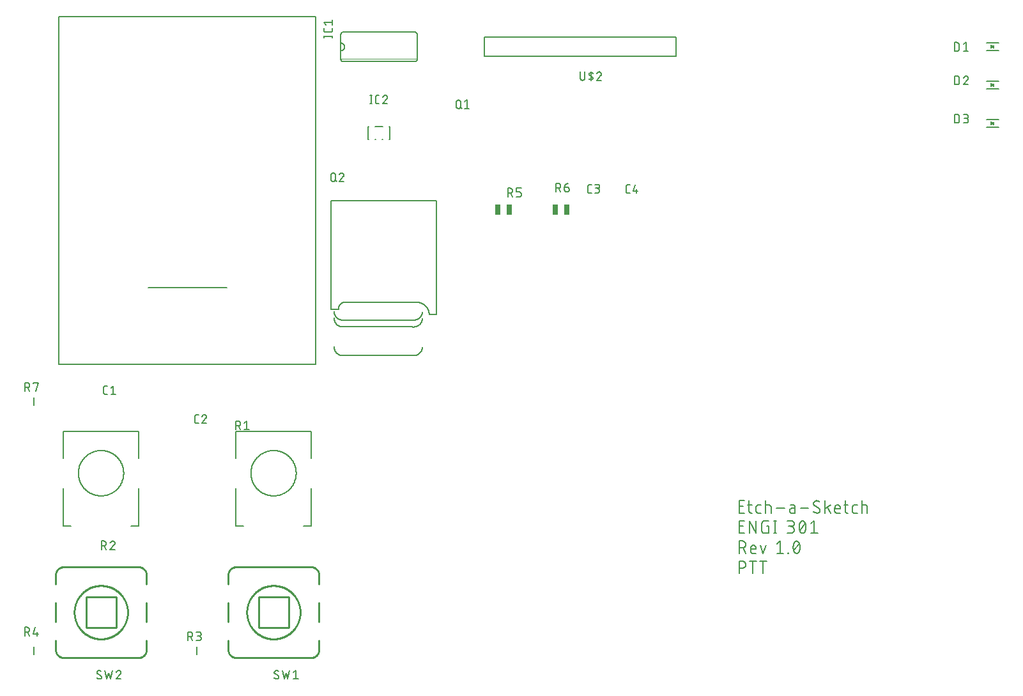
<source format=gbr>
G04 EAGLE Gerber RS-274X export*
G75*
%MOMM*%
%FSLAX34Y34*%
%LPD*%
%INSilkscreen Top*%
%IPPOS*%
%AMOC8*
5,1,8,0,0,1.08239X$1,22.5*%
G01*
%ADD10C,0.152400*%
%ADD11C,0.127000*%
%ADD12C,0.254000*%
%ADD13C,0.050800*%
%ADD14R,0.650000X1.400000*%

G36*
X1344205Y886376D02*
X1344205Y886376D01*
X1344305Y886375D01*
X1344319Y886379D01*
X1344331Y886379D01*
X1344374Y886397D01*
X1344484Y886433D01*
X1348484Y888433D01*
X1348519Y888459D01*
X1348560Y888478D01*
X1348609Y888526D01*
X1348663Y888567D01*
X1348688Y888604D01*
X1348719Y888636D01*
X1348748Y888698D01*
X1348785Y888755D01*
X1348795Y888799D01*
X1348814Y888839D01*
X1348819Y888908D01*
X1348834Y888974D01*
X1348828Y889019D01*
X1348831Y889063D01*
X1348812Y889129D01*
X1348803Y889197D01*
X1348782Y889236D01*
X1348770Y889279D01*
X1348729Y889334D01*
X1348697Y889394D01*
X1348663Y889424D01*
X1348637Y889460D01*
X1348566Y889509D01*
X1348528Y889543D01*
X1348507Y889551D01*
X1348484Y889567D01*
X1344484Y891567D01*
X1344388Y891595D01*
X1344294Y891627D01*
X1344281Y891627D01*
X1344268Y891631D01*
X1344169Y891624D01*
X1344069Y891621D01*
X1344058Y891616D01*
X1344045Y891615D01*
X1343954Y891574D01*
X1343862Y891536D01*
X1343852Y891528D01*
X1343840Y891522D01*
X1343769Y891452D01*
X1343696Y891385D01*
X1343690Y891374D01*
X1343681Y891364D01*
X1343639Y891274D01*
X1343593Y891185D01*
X1343591Y891171D01*
X1343586Y891161D01*
X1343583Y891114D01*
X1343566Y891000D01*
X1343566Y887000D01*
X1343583Y886902D01*
X1343597Y886803D01*
X1343603Y886792D01*
X1343605Y886779D01*
X1343656Y886693D01*
X1343703Y886606D01*
X1343713Y886597D01*
X1343720Y886586D01*
X1343797Y886523D01*
X1343872Y886457D01*
X1343884Y886453D01*
X1343894Y886445D01*
X1343988Y886413D01*
X1344081Y886377D01*
X1344094Y886377D01*
X1344106Y886373D01*
X1344205Y886376D01*
G37*
G36*
X1344205Y835576D02*
X1344205Y835576D01*
X1344305Y835575D01*
X1344319Y835579D01*
X1344331Y835579D01*
X1344374Y835597D01*
X1344484Y835633D01*
X1348484Y837633D01*
X1348519Y837659D01*
X1348560Y837678D01*
X1348609Y837726D01*
X1348663Y837767D01*
X1348688Y837804D01*
X1348719Y837836D01*
X1348748Y837898D01*
X1348785Y837955D01*
X1348795Y837999D01*
X1348814Y838039D01*
X1348819Y838108D01*
X1348834Y838174D01*
X1348828Y838219D01*
X1348831Y838263D01*
X1348812Y838329D01*
X1348803Y838397D01*
X1348782Y838436D01*
X1348770Y838479D01*
X1348729Y838534D01*
X1348697Y838594D01*
X1348663Y838624D01*
X1348637Y838660D01*
X1348566Y838709D01*
X1348528Y838743D01*
X1348507Y838751D01*
X1348484Y838767D01*
X1344484Y840767D01*
X1344388Y840795D01*
X1344294Y840827D01*
X1344281Y840827D01*
X1344268Y840831D01*
X1344169Y840824D01*
X1344069Y840821D01*
X1344058Y840816D01*
X1344045Y840815D01*
X1343954Y840774D01*
X1343862Y840736D01*
X1343852Y840728D01*
X1343840Y840722D01*
X1343769Y840652D01*
X1343696Y840585D01*
X1343690Y840574D01*
X1343681Y840564D01*
X1343639Y840474D01*
X1343593Y840385D01*
X1343591Y840371D01*
X1343586Y840361D01*
X1343583Y840314D01*
X1343566Y840200D01*
X1343566Y836200D01*
X1343583Y836102D01*
X1343597Y836003D01*
X1343603Y835992D01*
X1343605Y835979D01*
X1343656Y835893D01*
X1343703Y835806D01*
X1343713Y835797D01*
X1343720Y835786D01*
X1343797Y835723D01*
X1343872Y835657D01*
X1343884Y835653D01*
X1343894Y835645D01*
X1343988Y835613D01*
X1344081Y835577D01*
X1344094Y835577D01*
X1344106Y835573D01*
X1344205Y835576D01*
G37*
G36*
X1344205Y784776D02*
X1344205Y784776D01*
X1344305Y784775D01*
X1344319Y784779D01*
X1344331Y784779D01*
X1344374Y784797D01*
X1344484Y784833D01*
X1348484Y786833D01*
X1348519Y786859D01*
X1348560Y786878D01*
X1348609Y786926D01*
X1348663Y786967D01*
X1348688Y787004D01*
X1348719Y787036D01*
X1348748Y787098D01*
X1348785Y787155D01*
X1348795Y787199D01*
X1348814Y787239D01*
X1348819Y787308D01*
X1348834Y787374D01*
X1348828Y787419D01*
X1348831Y787463D01*
X1348812Y787529D01*
X1348803Y787597D01*
X1348782Y787636D01*
X1348770Y787679D01*
X1348729Y787734D01*
X1348697Y787794D01*
X1348663Y787824D01*
X1348637Y787860D01*
X1348566Y787909D01*
X1348528Y787943D01*
X1348507Y787951D01*
X1348484Y787967D01*
X1344484Y789967D01*
X1344388Y789995D01*
X1344294Y790027D01*
X1344281Y790027D01*
X1344268Y790031D01*
X1344169Y790024D01*
X1344069Y790021D01*
X1344058Y790016D01*
X1344045Y790015D01*
X1343954Y789974D01*
X1343862Y789936D01*
X1343852Y789928D01*
X1343840Y789922D01*
X1343769Y789852D01*
X1343696Y789785D01*
X1343690Y789774D01*
X1343681Y789764D01*
X1343639Y789674D01*
X1343593Y789585D01*
X1343591Y789571D01*
X1343586Y789561D01*
X1343583Y789514D01*
X1343566Y789400D01*
X1343566Y785400D01*
X1343583Y785302D01*
X1343597Y785203D01*
X1343603Y785192D01*
X1343605Y785179D01*
X1343656Y785093D01*
X1343703Y785006D01*
X1343713Y784997D01*
X1343720Y784986D01*
X1343797Y784923D01*
X1343872Y784857D01*
X1343884Y784853D01*
X1343894Y784845D01*
X1343988Y784813D01*
X1344081Y784777D01*
X1344094Y784777D01*
X1344106Y784773D01*
X1344205Y784776D01*
G37*
D10*
X1017637Y271272D02*
X1010412Y271272D01*
X1010412Y287528D01*
X1017637Y287528D01*
X1015831Y280303D02*
X1010412Y280303D01*
X1021972Y282109D02*
X1027391Y282109D01*
X1023778Y287528D02*
X1023778Y273981D01*
X1023779Y273981D02*
X1023781Y273880D01*
X1023787Y273779D01*
X1023796Y273678D01*
X1023809Y273577D01*
X1023826Y273477D01*
X1023847Y273378D01*
X1023871Y273280D01*
X1023899Y273183D01*
X1023931Y273086D01*
X1023966Y272991D01*
X1024005Y272898D01*
X1024047Y272806D01*
X1024093Y272715D01*
X1024142Y272627D01*
X1024194Y272540D01*
X1024250Y272455D01*
X1024308Y272372D01*
X1024370Y272292D01*
X1024435Y272214D01*
X1024502Y272138D01*
X1024572Y272065D01*
X1024645Y271995D01*
X1024721Y271928D01*
X1024799Y271863D01*
X1024879Y271801D01*
X1024962Y271743D01*
X1025047Y271687D01*
X1025134Y271635D01*
X1025222Y271586D01*
X1025313Y271540D01*
X1025405Y271498D01*
X1025498Y271459D01*
X1025593Y271424D01*
X1025690Y271392D01*
X1025787Y271364D01*
X1025885Y271340D01*
X1025984Y271319D01*
X1026084Y271302D01*
X1026185Y271289D01*
X1026286Y271280D01*
X1026387Y271274D01*
X1026488Y271272D01*
X1027391Y271272D01*
X1035896Y271272D02*
X1039508Y271272D01*
X1035896Y271272D02*
X1035795Y271274D01*
X1035694Y271280D01*
X1035593Y271289D01*
X1035492Y271302D01*
X1035392Y271319D01*
X1035293Y271340D01*
X1035195Y271364D01*
X1035098Y271392D01*
X1035001Y271424D01*
X1034906Y271459D01*
X1034813Y271498D01*
X1034721Y271540D01*
X1034630Y271586D01*
X1034542Y271635D01*
X1034455Y271687D01*
X1034370Y271743D01*
X1034287Y271801D01*
X1034207Y271863D01*
X1034129Y271928D01*
X1034053Y271995D01*
X1033980Y272065D01*
X1033910Y272138D01*
X1033843Y272214D01*
X1033778Y272292D01*
X1033716Y272372D01*
X1033658Y272455D01*
X1033602Y272540D01*
X1033550Y272627D01*
X1033501Y272715D01*
X1033455Y272806D01*
X1033413Y272898D01*
X1033374Y272991D01*
X1033339Y273086D01*
X1033307Y273183D01*
X1033279Y273280D01*
X1033255Y273378D01*
X1033234Y273477D01*
X1033217Y273577D01*
X1033204Y273678D01*
X1033195Y273779D01*
X1033189Y273880D01*
X1033187Y273981D01*
X1033187Y279400D01*
X1033189Y279501D01*
X1033195Y279602D01*
X1033204Y279703D01*
X1033217Y279804D01*
X1033234Y279904D01*
X1033255Y280003D01*
X1033279Y280101D01*
X1033307Y280198D01*
X1033339Y280295D01*
X1033374Y280390D01*
X1033413Y280483D01*
X1033455Y280575D01*
X1033501Y280666D01*
X1033550Y280755D01*
X1033602Y280841D01*
X1033658Y280926D01*
X1033716Y281009D01*
X1033778Y281089D01*
X1033843Y281167D01*
X1033910Y281243D01*
X1033980Y281316D01*
X1034053Y281386D01*
X1034129Y281453D01*
X1034207Y281518D01*
X1034287Y281580D01*
X1034370Y281638D01*
X1034455Y281694D01*
X1034542Y281746D01*
X1034630Y281795D01*
X1034721Y281841D01*
X1034813Y281883D01*
X1034906Y281922D01*
X1035001Y281957D01*
X1035098Y281989D01*
X1035195Y282017D01*
X1035293Y282041D01*
X1035392Y282062D01*
X1035492Y282079D01*
X1035593Y282092D01*
X1035694Y282101D01*
X1035795Y282107D01*
X1035896Y282109D01*
X1039508Y282109D01*
X1045674Y287528D02*
X1045674Y271272D01*
X1045674Y282109D02*
X1050190Y282109D01*
X1050294Y282107D01*
X1050397Y282101D01*
X1050501Y282091D01*
X1050604Y282077D01*
X1050706Y282059D01*
X1050807Y282038D01*
X1050908Y282012D01*
X1051007Y281983D01*
X1051106Y281950D01*
X1051203Y281913D01*
X1051298Y281872D01*
X1051392Y281828D01*
X1051484Y281780D01*
X1051574Y281729D01*
X1051663Y281674D01*
X1051749Y281616D01*
X1051832Y281554D01*
X1051914Y281490D01*
X1051992Y281422D01*
X1052068Y281352D01*
X1052142Y281279D01*
X1052212Y281202D01*
X1052280Y281124D01*
X1052344Y281042D01*
X1052406Y280959D01*
X1052464Y280873D01*
X1052519Y280784D01*
X1052570Y280694D01*
X1052618Y280602D01*
X1052662Y280508D01*
X1052703Y280413D01*
X1052740Y280316D01*
X1052773Y280217D01*
X1052802Y280118D01*
X1052828Y280017D01*
X1052849Y279916D01*
X1052867Y279814D01*
X1052881Y279711D01*
X1052891Y279607D01*
X1052897Y279504D01*
X1052899Y279400D01*
X1052899Y271272D01*
X1060020Y277594D02*
X1070857Y277594D01*
X1080545Y277594D02*
X1084609Y277594D01*
X1080545Y277594D02*
X1080433Y277592D01*
X1080322Y277586D01*
X1080211Y277576D01*
X1080100Y277563D01*
X1079990Y277545D01*
X1079881Y277523D01*
X1079772Y277498D01*
X1079664Y277469D01*
X1079558Y277436D01*
X1079452Y277399D01*
X1079348Y277359D01*
X1079246Y277315D01*
X1079145Y277267D01*
X1079046Y277216D01*
X1078948Y277161D01*
X1078853Y277103D01*
X1078760Y277042D01*
X1078669Y276977D01*
X1078580Y276909D01*
X1078494Y276838D01*
X1078411Y276765D01*
X1078330Y276688D01*
X1078251Y276608D01*
X1078176Y276526D01*
X1078104Y276441D01*
X1078034Y276354D01*
X1077968Y276264D01*
X1077905Y276172D01*
X1077845Y276077D01*
X1077789Y275981D01*
X1077736Y275883D01*
X1077687Y275783D01*
X1077641Y275681D01*
X1077599Y275578D01*
X1077560Y275473D01*
X1077525Y275367D01*
X1077494Y275260D01*
X1077467Y275152D01*
X1077443Y275043D01*
X1077424Y274933D01*
X1077408Y274823D01*
X1077396Y274712D01*
X1077388Y274600D01*
X1077384Y274489D01*
X1077384Y274377D01*
X1077388Y274266D01*
X1077396Y274154D01*
X1077408Y274043D01*
X1077424Y273933D01*
X1077443Y273823D01*
X1077467Y273714D01*
X1077494Y273606D01*
X1077525Y273499D01*
X1077560Y273393D01*
X1077599Y273288D01*
X1077641Y273185D01*
X1077687Y273083D01*
X1077736Y272983D01*
X1077789Y272885D01*
X1077845Y272789D01*
X1077905Y272694D01*
X1077968Y272602D01*
X1078034Y272512D01*
X1078104Y272425D01*
X1078176Y272340D01*
X1078251Y272258D01*
X1078330Y272178D01*
X1078411Y272101D01*
X1078494Y272028D01*
X1078580Y271957D01*
X1078669Y271889D01*
X1078760Y271824D01*
X1078853Y271763D01*
X1078948Y271705D01*
X1079046Y271650D01*
X1079145Y271599D01*
X1079246Y271551D01*
X1079348Y271507D01*
X1079452Y271467D01*
X1079558Y271430D01*
X1079664Y271397D01*
X1079772Y271368D01*
X1079881Y271343D01*
X1079990Y271321D01*
X1080100Y271303D01*
X1080211Y271290D01*
X1080322Y271280D01*
X1080433Y271274D01*
X1080545Y271272D01*
X1084609Y271272D01*
X1084609Y279400D01*
X1084607Y279501D01*
X1084601Y279602D01*
X1084592Y279703D01*
X1084579Y279804D01*
X1084562Y279904D01*
X1084541Y280003D01*
X1084517Y280101D01*
X1084489Y280198D01*
X1084457Y280295D01*
X1084422Y280390D01*
X1084383Y280483D01*
X1084341Y280575D01*
X1084295Y280666D01*
X1084246Y280755D01*
X1084194Y280841D01*
X1084138Y280926D01*
X1084080Y281009D01*
X1084018Y281089D01*
X1083953Y281167D01*
X1083886Y281243D01*
X1083816Y281316D01*
X1083743Y281386D01*
X1083667Y281453D01*
X1083589Y281518D01*
X1083509Y281580D01*
X1083426Y281638D01*
X1083341Y281694D01*
X1083255Y281746D01*
X1083166Y281795D01*
X1083075Y281841D01*
X1082983Y281883D01*
X1082890Y281922D01*
X1082795Y281957D01*
X1082698Y281989D01*
X1082601Y282017D01*
X1082503Y282041D01*
X1082404Y282062D01*
X1082304Y282079D01*
X1082203Y282092D01*
X1082102Y282101D01*
X1082001Y282107D01*
X1081900Y282109D01*
X1078287Y282109D01*
X1091804Y277594D02*
X1102641Y277594D01*
X1114278Y271272D02*
X1114396Y271274D01*
X1114514Y271280D01*
X1114632Y271289D01*
X1114749Y271303D01*
X1114866Y271320D01*
X1114983Y271341D01*
X1115098Y271366D01*
X1115213Y271395D01*
X1115327Y271428D01*
X1115439Y271464D01*
X1115550Y271504D01*
X1115660Y271547D01*
X1115769Y271594D01*
X1115876Y271644D01*
X1115981Y271699D01*
X1116084Y271756D01*
X1116185Y271817D01*
X1116285Y271881D01*
X1116382Y271948D01*
X1116477Y272018D01*
X1116569Y272092D01*
X1116660Y272168D01*
X1116747Y272248D01*
X1116832Y272330D01*
X1116914Y272415D01*
X1116994Y272502D01*
X1117070Y272593D01*
X1117144Y272685D01*
X1117214Y272780D01*
X1117281Y272877D01*
X1117345Y272977D01*
X1117406Y273078D01*
X1117463Y273181D01*
X1117518Y273286D01*
X1117568Y273393D01*
X1117615Y273502D01*
X1117658Y273612D01*
X1117698Y273723D01*
X1117734Y273835D01*
X1117767Y273949D01*
X1117796Y274064D01*
X1117821Y274179D01*
X1117842Y274296D01*
X1117859Y274413D01*
X1117873Y274530D01*
X1117882Y274648D01*
X1117888Y274766D01*
X1117890Y274884D01*
X1114278Y271272D02*
X1114095Y271274D01*
X1113913Y271281D01*
X1113731Y271292D01*
X1113549Y271307D01*
X1113367Y271327D01*
X1113186Y271350D01*
X1113006Y271379D01*
X1112826Y271411D01*
X1112647Y271448D01*
X1112470Y271489D01*
X1112293Y271535D01*
X1112117Y271584D01*
X1111943Y271638D01*
X1111769Y271696D01*
X1111598Y271758D01*
X1111428Y271824D01*
X1111259Y271895D01*
X1111092Y271969D01*
X1110927Y272047D01*
X1110764Y272129D01*
X1110603Y272215D01*
X1110444Y272305D01*
X1110287Y272399D01*
X1110133Y272496D01*
X1109981Y272597D01*
X1109831Y272702D01*
X1109684Y272810D01*
X1109540Y272921D01*
X1109398Y273036D01*
X1109259Y273155D01*
X1109123Y273277D01*
X1108990Y273402D01*
X1108860Y273530D01*
X1109311Y283916D02*
X1109313Y284034D01*
X1109319Y284152D01*
X1109328Y284270D01*
X1109342Y284387D01*
X1109359Y284504D01*
X1109380Y284621D01*
X1109405Y284736D01*
X1109434Y284851D01*
X1109467Y284965D01*
X1109503Y285077D01*
X1109543Y285188D01*
X1109586Y285298D01*
X1109633Y285407D01*
X1109683Y285514D01*
X1109738Y285619D01*
X1109795Y285722D01*
X1109856Y285823D01*
X1109920Y285923D01*
X1109987Y286020D01*
X1110057Y286115D01*
X1110131Y286207D01*
X1110207Y286298D01*
X1110287Y286385D01*
X1110369Y286470D01*
X1110454Y286552D01*
X1110541Y286632D01*
X1110632Y286708D01*
X1110724Y286782D01*
X1110819Y286852D01*
X1110916Y286919D01*
X1111016Y286983D01*
X1111117Y287044D01*
X1111220Y287102D01*
X1111325Y287156D01*
X1111432Y287206D01*
X1111541Y287253D01*
X1111651Y287297D01*
X1111762Y287336D01*
X1111875Y287372D01*
X1111988Y287405D01*
X1112103Y287434D01*
X1112218Y287459D01*
X1112335Y287480D01*
X1112452Y287497D01*
X1112569Y287511D01*
X1112687Y287520D01*
X1112805Y287526D01*
X1112923Y287528D01*
X1113084Y287526D01*
X1113246Y287520D01*
X1113407Y287511D01*
X1113568Y287497D01*
X1113728Y287480D01*
X1113888Y287459D01*
X1114048Y287434D01*
X1114207Y287405D01*
X1114365Y287373D01*
X1114522Y287337D01*
X1114678Y287297D01*
X1114834Y287253D01*
X1114988Y287205D01*
X1115141Y287154D01*
X1115293Y287100D01*
X1115444Y287041D01*
X1115593Y286980D01*
X1115740Y286914D01*
X1115886Y286845D01*
X1116031Y286773D01*
X1116173Y286697D01*
X1116314Y286618D01*
X1116453Y286536D01*
X1116589Y286450D01*
X1116724Y286361D01*
X1116857Y286269D01*
X1116987Y286173D01*
X1111116Y280755D02*
X1111015Y280817D01*
X1110915Y280882D01*
X1110818Y280951D01*
X1110723Y281023D01*
X1110630Y281097D01*
X1110540Y281175D01*
X1110452Y281256D01*
X1110367Y281339D01*
X1110285Y281425D01*
X1110206Y281514D01*
X1110129Y281605D01*
X1110056Y281699D01*
X1109985Y281795D01*
X1109918Y281893D01*
X1109854Y281993D01*
X1109793Y282096D01*
X1109736Y282200D01*
X1109682Y282306D01*
X1109632Y282414D01*
X1109585Y282523D01*
X1109541Y282634D01*
X1109501Y282746D01*
X1109465Y282860D01*
X1109433Y282974D01*
X1109404Y283090D01*
X1109379Y283206D01*
X1109358Y283323D01*
X1109341Y283441D01*
X1109327Y283559D01*
X1109318Y283678D01*
X1109312Y283797D01*
X1109310Y283916D01*
X1116084Y278045D02*
X1116185Y277983D01*
X1116285Y277918D01*
X1116382Y277849D01*
X1116477Y277777D01*
X1116570Y277703D01*
X1116660Y277625D01*
X1116748Y277544D01*
X1116833Y277461D01*
X1116915Y277375D01*
X1116994Y277286D01*
X1117071Y277195D01*
X1117144Y277101D01*
X1117215Y277005D01*
X1117282Y276907D01*
X1117346Y276807D01*
X1117407Y276704D01*
X1117464Y276600D01*
X1117518Y276494D01*
X1117568Y276386D01*
X1117615Y276277D01*
X1117659Y276166D01*
X1117699Y276054D01*
X1117735Y275940D01*
X1117767Y275826D01*
X1117796Y275710D01*
X1117821Y275594D01*
X1117842Y275477D01*
X1117859Y275359D01*
X1117873Y275241D01*
X1117882Y275122D01*
X1117888Y275003D01*
X1117890Y274884D01*
X1116084Y278045D02*
X1111117Y280755D01*
X1124520Y287528D02*
X1124520Y271272D01*
X1124520Y276691D02*
X1131745Y282109D01*
X1127681Y278948D02*
X1131745Y271272D01*
X1140086Y271272D02*
X1144602Y271272D01*
X1140086Y271272D02*
X1139985Y271274D01*
X1139884Y271280D01*
X1139783Y271289D01*
X1139682Y271302D01*
X1139582Y271319D01*
X1139483Y271340D01*
X1139385Y271364D01*
X1139288Y271392D01*
X1139191Y271424D01*
X1139096Y271459D01*
X1139003Y271498D01*
X1138911Y271540D01*
X1138820Y271586D01*
X1138732Y271635D01*
X1138645Y271687D01*
X1138560Y271743D01*
X1138477Y271801D01*
X1138397Y271863D01*
X1138319Y271928D01*
X1138243Y271995D01*
X1138170Y272065D01*
X1138100Y272138D01*
X1138033Y272214D01*
X1137968Y272292D01*
X1137906Y272372D01*
X1137848Y272455D01*
X1137792Y272540D01*
X1137740Y272627D01*
X1137691Y272715D01*
X1137645Y272806D01*
X1137603Y272898D01*
X1137564Y272991D01*
X1137529Y273086D01*
X1137497Y273183D01*
X1137469Y273280D01*
X1137445Y273378D01*
X1137424Y273477D01*
X1137407Y273577D01*
X1137394Y273678D01*
X1137385Y273779D01*
X1137379Y273880D01*
X1137377Y273981D01*
X1137377Y278497D01*
X1137378Y278497D02*
X1137380Y278616D01*
X1137386Y278736D01*
X1137396Y278855D01*
X1137410Y278973D01*
X1137427Y279092D01*
X1137449Y279209D01*
X1137474Y279326D01*
X1137504Y279441D01*
X1137537Y279556D01*
X1137574Y279670D01*
X1137614Y279782D01*
X1137659Y279893D01*
X1137707Y280002D01*
X1137758Y280110D01*
X1137813Y280216D01*
X1137872Y280320D01*
X1137934Y280422D01*
X1137999Y280522D01*
X1138068Y280620D01*
X1138140Y280716D01*
X1138215Y280809D01*
X1138292Y280899D01*
X1138373Y280987D01*
X1138457Y281072D01*
X1138544Y281154D01*
X1138633Y281234D01*
X1138725Y281310D01*
X1138819Y281384D01*
X1138916Y281454D01*
X1139014Y281521D01*
X1139115Y281585D01*
X1139219Y281645D01*
X1139324Y281702D01*
X1139431Y281755D01*
X1139539Y281805D01*
X1139649Y281851D01*
X1139761Y281893D01*
X1139874Y281932D01*
X1139988Y281967D01*
X1140103Y281998D01*
X1140220Y282026D01*
X1140337Y282049D01*
X1140454Y282069D01*
X1140573Y282085D01*
X1140692Y282097D01*
X1140811Y282105D01*
X1140930Y282109D01*
X1141050Y282109D01*
X1141169Y282105D01*
X1141288Y282097D01*
X1141407Y282085D01*
X1141526Y282069D01*
X1141643Y282049D01*
X1141760Y282026D01*
X1141877Y281998D01*
X1141992Y281967D01*
X1142106Y281932D01*
X1142219Y281893D01*
X1142331Y281851D01*
X1142441Y281805D01*
X1142549Y281755D01*
X1142656Y281702D01*
X1142761Y281645D01*
X1142865Y281585D01*
X1142966Y281521D01*
X1143064Y281454D01*
X1143161Y281384D01*
X1143255Y281310D01*
X1143347Y281234D01*
X1143436Y281154D01*
X1143523Y281072D01*
X1143607Y280987D01*
X1143688Y280899D01*
X1143765Y280809D01*
X1143840Y280716D01*
X1143912Y280620D01*
X1143981Y280522D01*
X1144046Y280422D01*
X1144108Y280320D01*
X1144167Y280216D01*
X1144222Y280110D01*
X1144273Y280002D01*
X1144321Y279893D01*
X1144366Y279782D01*
X1144406Y279670D01*
X1144443Y279556D01*
X1144476Y279441D01*
X1144506Y279326D01*
X1144531Y279209D01*
X1144553Y279092D01*
X1144570Y278973D01*
X1144584Y278855D01*
X1144594Y278736D01*
X1144600Y278616D01*
X1144602Y278497D01*
X1144602Y276691D01*
X1137377Y276691D01*
X1149627Y282109D02*
X1155046Y282109D01*
X1151433Y287528D02*
X1151433Y273981D01*
X1151435Y273880D01*
X1151441Y273779D01*
X1151450Y273678D01*
X1151463Y273577D01*
X1151480Y273477D01*
X1151501Y273378D01*
X1151525Y273280D01*
X1151553Y273183D01*
X1151585Y273086D01*
X1151620Y272991D01*
X1151659Y272898D01*
X1151701Y272806D01*
X1151747Y272715D01*
X1151796Y272627D01*
X1151848Y272540D01*
X1151904Y272455D01*
X1151962Y272372D01*
X1152024Y272292D01*
X1152089Y272214D01*
X1152156Y272138D01*
X1152226Y272065D01*
X1152299Y271995D01*
X1152375Y271928D01*
X1152453Y271863D01*
X1152533Y271801D01*
X1152616Y271743D01*
X1152701Y271687D01*
X1152788Y271635D01*
X1152876Y271586D01*
X1152967Y271540D01*
X1153059Y271498D01*
X1153152Y271459D01*
X1153247Y271424D01*
X1153344Y271392D01*
X1153441Y271364D01*
X1153539Y271340D01*
X1153638Y271319D01*
X1153738Y271302D01*
X1153839Y271289D01*
X1153940Y271280D01*
X1154041Y271274D01*
X1154142Y271272D01*
X1155046Y271272D01*
X1163551Y271272D02*
X1167163Y271272D01*
X1163551Y271272D02*
X1163450Y271274D01*
X1163349Y271280D01*
X1163248Y271289D01*
X1163147Y271302D01*
X1163047Y271319D01*
X1162948Y271340D01*
X1162850Y271364D01*
X1162753Y271392D01*
X1162656Y271424D01*
X1162561Y271459D01*
X1162468Y271498D01*
X1162376Y271540D01*
X1162285Y271586D01*
X1162197Y271635D01*
X1162110Y271687D01*
X1162025Y271743D01*
X1161942Y271801D01*
X1161862Y271863D01*
X1161784Y271928D01*
X1161708Y271995D01*
X1161635Y272065D01*
X1161565Y272138D01*
X1161498Y272214D01*
X1161433Y272292D01*
X1161371Y272372D01*
X1161313Y272455D01*
X1161257Y272540D01*
X1161205Y272627D01*
X1161156Y272715D01*
X1161110Y272806D01*
X1161068Y272898D01*
X1161029Y272991D01*
X1160994Y273086D01*
X1160962Y273183D01*
X1160934Y273280D01*
X1160910Y273378D01*
X1160889Y273477D01*
X1160872Y273577D01*
X1160859Y273678D01*
X1160850Y273779D01*
X1160844Y273880D01*
X1160842Y273981D01*
X1160842Y279400D01*
X1160844Y279501D01*
X1160850Y279602D01*
X1160859Y279703D01*
X1160872Y279804D01*
X1160889Y279904D01*
X1160910Y280003D01*
X1160934Y280101D01*
X1160962Y280198D01*
X1160994Y280295D01*
X1161029Y280390D01*
X1161068Y280483D01*
X1161110Y280575D01*
X1161156Y280666D01*
X1161205Y280755D01*
X1161257Y280841D01*
X1161313Y280926D01*
X1161371Y281009D01*
X1161433Y281089D01*
X1161498Y281167D01*
X1161565Y281243D01*
X1161635Y281316D01*
X1161708Y281386D01*
X1161784Y281453D01*
X1161862Y281518D01*
X1161942Y281580D01*
X1162025Y281638D01*
X1162110Y281694D01*
X1162197Y281746D01*
X1162285Y281795D01*
X1162376Y281841D01*
X1162468Y281883D01*
X1162561Y281922D01*
X1162656Y281957D01*
X1162753Y281989D01*
X1162850Y282017D01*
X1162948Y282041D01*
X1163047Y282062D01*
X1163147Y282079D01*
X1163248Y282092D01*
X1163349Y282101D01*
X1163450Y282107D01*
X1163551Y282109D01*
X1167163Y282109D01*
X1173329Y287528D02*
X1173329Y271272D01*
X1173329Y282109D02*
X1177845Y282109D01*
X1177949Y282107D01*
X1178052Y282101D01*
X1178156Y282091D01*
X1178259Y282077D01*
X1178361Y282059D01*
X1178462Y282038D01*
X1178563Y282012D01*
X1178662Y281983D01*
X1178761Y281950D01*
X1178858Y281913D01*
X1178953Y281872D01*
X1179047Y281828D01*
X1179139Y281780D01*
X1179229Y281729D01*
X1179318Y281674D01*
X1179404Y281616D01*
X1179487Y281554D01*
X1179569Y281490D01*
X1179647Y281422D01*
X1179723Y281352D01*
X1179797Y281279D01*
X1179867Y281202D01*
X1179935Y281124D01*
X1179999Y281042D01*
X1180061Y280959D01*
X1180119Y280873D01*
X1180174Y280784D01*
X1180225Y280694D01*
X1180273Y280602D01*
X1180317Y280508D01*
X1180358Y280413D01*
X1180395Y280316D01*
X1180428Y280217D01*
X1180457Y280118D01*
X1180483Y280017D01*
X1180504Y279916D01*
X1180522Y279814D01*
X1180536Y279711D01*
X1180546Y279607D01*
X1180552Y279504D01*
X1180554Y279400D01*
X1180554Y271272D01*
X1017637Y244602D02*
X1010412Y244602D01*
X1010412Y260858D01*
X1017637Y260858D01*
X1015831Y253633D02*
X1010412Y253633D01*
X1023929Y260858D02*
X1023929Y244602D01*
X1032960Y244602D02*
X1023929Y260858D01*
X1032960Y260858D02*
X1032960Y244602D01*
X1046924Y253633D02*
X1049634Y253633D01*
X1049634Y244602D01*
X1044215Y244602D01*
X1044097Y244604D01*
X1043979Y244610D01*
X1043861Y244619D01*
X1043744Y244633D01*
X1043627Y244650D01*
X1043510Y244671D01*
X1043395Y244696D01*
X1043280Y244725D01*
X1043166Y244758D01*
X1043054Y244794D01*
X1042943Y244834D01*
X1042833Y244877D01*
X1042724Y244924D01*
X1042617Y244974D01*
X1042512Y245029D01*
X1042409Y245086D01*
X1042308Y245147D01*
X1042208Y245211D01*
X1042111Y245278D01*
X1042016Y245348D01*
X1041924Y245422D01*
X1041833Y245498D01*
X1041746Y245578D01*
X1041661Y245660D01*
X1041579Y245745D01*
X1041499Y245832D01*
X1041423Y245923D01*
X1041349Y246015D01*
X1041279Y246110D01*
X1041212Y246207D01*
X1041148Y246307D01*
X1041087Y246408D01*
X1041030Y246511D01*
X1040975Y246616D01*
X1040925Y246723D01*
X1040878Y246832D01*
X1040835Y246942D01*
X1040795Y247053D01*
X1040759Y247165D01*
X1040726Y247279D01*
X1040697Y247394D01*
X1040672Y247509D01*
X1040651Y247626D01*
X1040634Y247743D01*
X1040620Y247860D01*
X1040611Y247978D01*
X1040605Y248096D01*
X1040603Y248214D01*
X1040603Y257246D01*
X1040605Y257364D01*
X1040611Y257482D01*
X1040620Y257600D01*
X1040634Y257717D01*
X1040651Y257834D01*
X1040672Y257951D01*
X1040697Y258066D01*
X1040726Y258181D01*
X1040759Y258295D01*
X1040795Y258407D01*
X1040835Y258518D01*
X1040878Y258628D01*
X1040925Y258737D01*
X1040975Y258844D01*
X1041029Y258949D01*
X1041087Y259052D01*
X1041148Y259153D01*
X1041212Y259253D01*
X1041279Y259350D01*
X1041349Y259445D01*
X1041423Y259537D01*
X1041499Y259628D01*
X1041579Y259715D01*
X1041661Y259800D01*
X1041746Y259882D01*
X1041833Y259962D01*
X1041924Y260038D01*
X1042016Y260112D01*
X1042111Y260182D01*
X1042208Y260249D01*
X1042308Y260313D01*
X1042409Y260374D01*
X1042512Y260431D01*
X1042617Y260485D01*
X1042724Y260536D01*
X1042833Y260583D01*
X1042943Y260626D01*
X1043054Y260666D01*
X1043166Y260702D01*
X1043280Y260735D01*
X1043395Y260764D01*
X1043510Y260789D01*
X1043627Y260810D01*
X1043744Y260827D01*
X1043861Y260841D01*
X1043979Y260850D01*
X1044097Y260856D01*
X1044215Y260858D01*
X1049634Y260858D01*
X1058144Y260858D02*
X1058144Y244602D01*
X1056338Y244602D02*
X1059950Y244602D01*
X1059950Y260858D02*
X1056338Y260858D01*
X1074470Y244602D02*
X1078986Y244602D01*
X1079119Y244604D01*
X1079251Y244610D01*
X1079383Y244620D01*
X1079515Y244633D01*
X1079647Y244651D01*
X1079777Y244672D01*
X1079908Y244697D01*
X1080037Y244726D01*
X1080165Y244759D01*
X1080293Y244795D01*
X1080419Y244835D01*
X1080544Y244879D01*
X1080668Y244927D01*
X1080790Y244978D01*
X1080911Y245033D01*
X1081030Y245091D01*
X1081148Y245153D01*
X1081263Y245218D01*
X1081377Y245287D01*
X1081488Y245358D01*
X1081597Y245434D01*
X1081704Y245512D01*
X1081809Y245593D01*
X1081911Y245678D01*
X1082011Y245765D01*
X1082108Y245855D01*
X1082203Y245948D01*
X1082294Y246044D01*
X1082383Y246142D01*
X1082469Y246243D01*
X1082552Y246347D01*
X1082632Y246453D01*
X1082708Y246561D01*
X1082782Y246671D01*
X1082852Y246784D01*
X1082919Y246898D01*
X1082982Y247015D01*
X1083042Y247133D01*
X1083099Y247253D01*
X1083152Y247375D01*
X1083201Y247498D01*
X1083247Y247622D01*
X1083289Y247748D01*
X1083327Y247875D01*
X1083362Y248003D01*
X1083393Y248132D01*
X1083420Y248261D01*
X1083443Y248392D01*
X1083463Y248523D01*
X1083478Y248655D01*
X1083490Y248787D01*
X1083498Y248919D01*
X1083502Y249052D01*
X1083502Y249184D01*
X1083498Y249317D01*
X1083490Y249449D01*
X1083478Y249581D01*
X1083463Y249713D01*
X1083443Y249844D01*
X1083420Y249975D01*
X1083393Y250104D01*
X1083362Y250233D01*
X1083327Y250361D01*
X1083289Y250488D01*
X1083247Y250614D01*
X1083201Y250738D01*
X1083152Y250861D01*
X1083099Y250983D01*
X1083042Y251103D01*
X1082982Y251221D01*
X1082919Y251338D01*
X1082852Y251452D01*
X1082782Y251565D01*
X1082708Y251675D01*
X1082632Y251783D01*
X1082552Y251889D01*
X1082469Y251993D01*
X1082383Y252094D01*
X1082294Y252192D01*
X1082203Y252288D01*
X1082108Y252381D01*
X1082011Y252471D01*
X1081911Y252558D01*
X1081809Y252643D01*
X1081704Y252724D01*
X1081597Y252802D01*
X1081488Y252878D01*
X1081377Y252949D01*
X1081263Y253018D01*
X1081148Y253083D01*
X1081030Y253145D01*
X1080911Y253203D01*
X1080790Y253258D01*
X1080668Y253309D01*
X1080544Y253357D01*
X1080419Y253401D01*
X1080293Y253441D01*
X1080165Y253477D01*
X1080037Y253510D01*
X1079908Y253539D01*
X1079777Y253564D01*
X1079647Y253585D01*
X1079515Y253603D01*
X1079383Y253616D01*
X1079251Y253626D01*
X1079119Y253632D01*
X1078986Y253634D01*
X1079889Y260858D02*
X1074470Y260858D01*
X1079889Y260858D02*
X1080008Y260856D01*
X1080128Y260850D01*
X1080247Y260840D01*
X1080365Y260826D01*
X1080484Y260809D01*
X1080601Y260787D01*
X1080718Y260762D01*
X1080833Y260732D01*
X1080948Y260699D01*
X1081062Y260662D01*
X1081174Y260622D01*
X1081285Y260577D01*
X1081394Y260529D01*
X1081502Y260478D01*
X1081608Y260423D01*
X1081712Y260364D01*
X1081814Y260302D01*
X1081914Y260237D01*
X1082012Y260168D01*
X1082108Y260096D01*
X1082201Y260021D01*
X1082291Y259944D01*
X1082379Y259863D01*
X1082464Y259779D01*
X1082546Y259692D01*
X1082626Y259603D01*
X1082702Y259511D01*
X1082776Y259417D01*
X1082846Y259320D01*
X1082913Y259222D01*
X1082977Y259121D01*
X1083037Y259017D01*
X1083094Y258912D01*
X1083147Y258805D01*
X1083197Y258697D01*
X1083243Y258587D01*
X1083285Y258475D01*
X1083324Y258362D01*
X1083359Y258248D01*
X1083390Y258133D01*
X1083418Y258016D01*
X1083441Y257899D01*
X1083461Y257782D01*
X1083477Y257663D01*
X1083489Y257544D01*
X1083497Y257425D01*
X1083501Y257306D01*
X1083501Y257186D01*
X1083497Y257067D01*
X1083489Y256948D01*
X1083477Y256829D01*
X1083461Y256710D01*
X1083441Y256593D01*
X1083418Y256476D01*
X1083390Y256359D01*
X1083359Y256244D01*
X1083324Y256130D01*
X1083285Y256017D01*
X1083243Y255905D01*
X1083197Y255795D01*
X1083147Y255687D01*
X1083094Y255580D01*
X1083037Y255475D01*
X1082977Y255371D01*
X1082913Y255270D01*
X1082846Y255172D01*
X1082776Y255075D01*
X1082702Y254981D01*
X1082626Y254889D01*
X1082546Y254800D01*
X1082464Y254713D01*
X1082379Y254629D01*
X1082291Y254548D01*
X1082201Y254471D01*
X1082108Y254396D01*
X1082012Y254324D01*
X1081914Y254255D01*
X1081814Y254190D01*
X1081712Y254128D01*
X1081608Y254069D01*
X1081502Y254014D01*
X1081394Y253963D01*
X1081285Y253915D01*
X1081174Y253870D01*
X1081062Y253830D01*
X1080948Y253793D01*
X1080833Y253760D01*
X1080718Y253730D01*
X1080601Y253705D01*
X1080484Y253683D01*
X1080365Y253666D01*
X1080247Y253652D01*
X1080128Y253642D01*
X1080008Y253636D01*
X1079889Y253634D01*
X1079889Y253633D02*
X1076276Y253633D01*
X1090102Y252730D02*
X1090106Y253050D01*
X1090117Y253369D01*
X1090136Y253689D01*
X1090163Y254007D01*
X1090197Y254325D01*
X1090239Y254642D01*
X1090289Y254958D01*
X1090346Y255273D01*
X1090410Y255586D01*
X1090482Y255898D01*
X1090561Y256208D01*
X1090648Y256515D01*
X1090742Y256821D01*
X1090843Y257124D01*
X1090952Y257425D01*
X1091067Y257723D01*
X1091190Y258019D01*
X1091320Y258311D01*
X1091457Y258600D01*
X1091456Y258601D02*
X1091495Y258709D01*
X1091538Y258816D01*
X1091584Y258921D01*
X1091635Y259025D01*
X1091688Y259127D01*
X1091745Y259227D01*
X1091806Y259325D01*
X1091870Y259420D01*
X1091937Y259514D01*
X1092008Y259605D01*
X1092081Y259694D01*
X1092158Y259780D01*
X1092237Y259863D01*
X1092319Y259944D01*
X1092404Y260022D01*
X1092492Y260096D01*
X1092582Y260168D01*
X1092674Y260236D01*
X1092769Y260302D01*
X1092866Y260364D01*
X1092965Y260422D01*
X1093067Y260478D01*
X1093169Y260529D01*
X1093274Y260577D01*
X1093380Y260622D01*
X1093488Y260663D01*
X1093597Y260700D01*
X1093707Y260733D01*
X1093819Y260762D01*
X1093931Y260788D01*
X1094044Y260810D01*
X1094158Y260827D01*
X1094272Y260841D01*
X1094387Y260851D01*
X1094502Y260857D01*
X1094617Y260859D01*
X1094617Y260858D02*
X1094732Y260856D01*
X1094847Y260850D01*
X1094962Y260840D01*
X1095076Y260826D01*
X1095190Y260809D01*
X1095303Y260787D01*
X1095415Y260761D01*
X1095527Y260732D01*
X1095637Y260699D01*
X1095746Y260662D01*
X1095854Y260621D01*
X1095960Y260576D01*
X1096065Y260528D01*
X1096167Y260477D01*
X1096268Y260421D01*
X1096368Y260363D01*
X1096465Y260301D01*
X1096559Y260236D01*
X1096652Y260167D01*
X1096742Y260095D01*
X1096830Y260021D01*
X1096915Y259943D01*
X1096997Y259862D01*
X1097076Y259779D01*
X1097153Y259693D01*
X1097226Y259604D01*
X1097297Y259513D01*
X1097364Y259419D01*
X1097428Y259324D01*
X1097489Y259226D01*
X1097546Y259126D01*
X1097599Y259024D01*
X1097650Y258920D01*
X1097696Y258815D01*
X1097739Y258708D01*
X1097778Y258600D01*
X1097777Y258600D02*
X1097914Y258311D01*
X1098044Y258019D01*
X1098167Y257723D01*
X1098282Y257425D01*
X1098391Y257124D01*
X1098492Y256821D01*
X1098586Y256515D01*
X1098673Y256208D01*
X1098752Y255898D01*
X1098824Y255586D01*
X1098888Y255273D01*
X1098945Y254958D01*
X1098995Y254642D01*
X1099037Y254325D01*
X1099071Y254007D01*
X1099098Y253689D01*
X1099117Y253369D01*
X1099128Y253050D01*
X1099132Y252730D01*
X1090102Y252730D02*
X1090106Y252410D01*
X1090117Y252091D01*
X1090136Y251771D01*
X1090163Y251453D01*
X1090197Y251135D01*
X1090239Y250818D01*
X1090289Y250502D01*
X1090346Y250187D01*
X1090410Y249874D01*
X1090482Y249562D01*
X1090561Y249252D01*
X1090648Y248945D01*
X1090742Y248639D01*
X1090843Y248336D01*
X1090952Y248035D01*
X1091067Y247737D01*
X1091190Y247441D01*
X1091320Y247149D01*
X1091457Y246860D01*
X1091456Y246860D02*
X1091495Y246752D01*
X1091538Y246645D01*
X1091584Y246540D01*
X1091635Y246436D01*
X1091688Y246334D01*
X1091745Y246234D01*
X1091806Y246136D01*
X1091870Y246041D01*
X1091937Y245947D01*
X1092008Y245856D01*
X1092081Y245767D01*
X1092158Y245681D01*
X1092237Y245598D01*
X1092319Y245517D01*
X1092404Y245439D01*
X1092492Y245365D01*
X1092582Y245293D01*
X1092675Y245224D01*
X1092769Y245159D01*
X1092866Y245097D01*
X1092966Y245039D01*
X1093067Y244983D01*
X1093169Y244932D01*
X1093274Y244884D01*
X1093380Y244839D01*
X1093488Y244798D01*
X1093597Y244761D01*
X1093707Y244728D01*
X1093819Y244699D01*
X1093931Y244673D01*
X1094044Y244651D01*
X1094158Y244634D01*
X1094272Y244620D01*
X1094387Y244610D01*
X1094502Y244604D01*
X1094617Y244602D01*
X1097777Y246860D02*
X1097914Y247149D01*
X1098044Y247441D01*
X1098167Y247737D01*
X1098282Y248035D01*
X1098391Y248336D01*
X1098492Y248639D01*
X1098586Y248945D01*
X1098673Y249252D01*
X1098752Y249562D01*
X1098824Y249874D01*
X1098888Y250187D01*
X1098945Y250502D01*
X1098995Y250818D01*
X1099037Y251135D01*
X1099071Y251453D01*
X1099098Y251771D01*
X1099117Y252091D01*
X1099128Y252410D01*
X1099132Y252730D01*
X1097778Y246860D02*
X1097739Y246752D01*
X1097696Y246645D01*
X1097650Y246540D01*
X1097599Y246436D01*
X1097546Y246334D01*
X1097489Y246234D01*
X1097428Y246136D01*
X1097364Y246041D01*
X1097297Y245947D01*
X1097226Y245856D01*
X1097153Y245767D01*
X1097076Y245681D01*
X1096997Y245598D01*
X1096915Y245517D01*
X1096830Y245439D01*
X1096742Y245365D01*
X1096652Y245293D01*
X1096559Y245224D01*
X1096465Y245159D01*
X1096368Y245097D01*
X1096268Y245039D01*
X1096167Y244983D01*
X1096064Y244932D01*
X1095960Y244884D01*
X1095854Y244839D01*
X1095746Y244798D01*
X1095637Y244761D01*
X1095527Y244728D01*
X1095415Y244699D01*
X1095303Y244673D01*
X1095190Y244651D01*
X1095076Y244634D01*
X1094962Y244620D01*
X1094847Y244610D01*
X1094732Y244604D01*
X1094617Y244602D01*
X1091005Y248214D02*
X1098229Y257246D01*
X1105733Y257246D02*
X1110248Y260858D01*
X1110248Y244602D01*
X1105733Y244602D02*
X1114764Y244602D01*
X1010412Y234188D02*
X1010412Y217932D01*
X1010412Y234188D02*
X1014928Y234188D01*
X1015061Y234186D01*
X1015193Y234180D01*
X1015325Y234170D01*
X1015457Y234157D01*
X1015589Y234139D01*
X1015719Y234118D01*
X1015850Y234093D01*
X1015979Y234064D01*
X1016107Y234031D01*
X1016235Y233995D01*
X1016361Y233955D01*
X1016486Y233911D01*
X1016610Y233863D01*
X1016732Y233812D01*
X1016853Y233757D01*
X1016972Y233699D01*
X1017090Y233637D01*
X1017205Y233572D01*
X1017319Y233503D01*
X1017430Y233432D01*
X1017539Y233356D01*
X1017646Y233278D01*
X1017751Y233197D01*
X1017853Y233112D01*
X1017953Y233025D01*
X1018050Y232935D01*
X1018145Y232842D01*
X1018236Y232746D01*
X1018325Y232648D01*
X1018411Y232547D01*
X1018494Y232443D01*
X1018574Y232337D01*
X1018650Y232229D01*
X1018724Y232119D01*
X1018794Y232006D01*
X1018861Y231892D01*
X1018924Y231775D01*
X1018984Y231657D01*
X1019041Y231537D01*
X1019094Y231415D01*
X1019143Y231292D01*
X1019189Y231168D01*
X1019231Y231042D01*
X1019269Y230915D01*
X1019304Y230787D01*
X1019335Y230658D01*
X1019362Y230529D01*
X1019385Y230398D01*
X1019405Y230267D01*
X1019420Y230135D01*
X1019432Y230003D01*
X1019440Y229871D01*
X1019444Y229738D01*
X1019444Y229606D01*
X1019440Y229473D01*
X1019432Y229341D01*
X1019420Y229209D01*
X1019405Y229077D01*
X1019385Y228946D01*
X1019362Y228815D01*
X1019335Y228686D01*
X1019304Y228557D01*
X1019269Y228429D01*
X1019231Y228302D01*
X1019189Y228176D01*
X1019143Y228052D01*
X1019094Y227929D01*
X1019041Y227807D01*
X1018984Y227687D01*
X1018924Y227569D01*
X1018861Y227452D01*
X1018794Y227338D01*
X1018724Y227225D01*
X1018650Y227115D01*
X1018574Y227007D01*
X1018494Y226901D01*
X1018411Y226797D01*
X1018325Y226696D01*
X1018236Y226598D01*
X1018145Y226502D01*
X1018050Y226409D01*
X1017953Y226319D01*
X1017853Y226232D01*
X1017751Y226147D01*
X1017646Y226066D01*
X1017539Y225988D01*
X1017430Y225912D01*
X1017319Y225841D01*
X1017205Y225772D01*
X1017090Y225707D01*
X1016972Y225645D01*
X1016853Y225587D01*
X1016732Y225532D01*
X1016610Y225481D01*
X1016486Y225433D01*
X1016361Y225389D01*
X1016235Y225349D01*
X1016107Y225313D01*
X1015979Y225280D01*
X1015850Y225251D01*
X1015719Y225226D01*
X1015589Y225205D01*
X1015457Y225187D01*
X1015325Y225174D01*
X1015193Y225164D01*
X1015061Y225158D01*
X1014928Y225156D01*
X1014928Y225157D02*
X1010412Y225157D01*
X1015831Y225157D02*
X1019443Y217932D01*
X1028522Y217932D02*
X1033038Y217932D01*
X1028522Y217932D02*
X1028421Y217934D01*
X1028320Y217940D01*
X1028219Y217949D01*
X1028118Y217962D01*
X1028018Y217979D01*
X1027919Y218000D01*
X1027821Y218024D01*
X1027724Y218052D01*
X1027627Y218084D01*
X1027532Y218119D01*
X1027439Y218158D01*
X1027347Y218200D01*
X1027256Y218246D01*
X1027168Y218295D01*
X1027081Y218347D01*
X1026996Y218403D01*
X1026913Y218461D01*
X1026833Y218523D01*
X1026755Y218588D01*
X1026679Y218655D01*
X1026606Y218725D01*
X1026536Y218798D01*
X1026469Y218874D01*
X1026404Y218952D01*
X1026342Y219032D01*
X1026284Y219115D01*
X1026228Y219200D01*
X1026176Y219287D01*
X1026127Y219375D01*
X1026081Y219466D01*
X1026039Y219558D01*
X1026000Y219651D01*
X1025965Y219746D01*
X1025933Y219843D01*
X1025905Y219940D01*
X1025881Y220038D01*
X1025860Y220137D01*
X1025843Y220237D01*
X1025830Y220338D01*
X1025821Y220439D01*
X1025815Y220540D01*
X1025813Y220641D01*
X1025813Y225157D01*
X1025815Y225276D01*
X1025821Y225396D01*
X1025831Y225515D01*
X1025845Y225633D01*
X1025862Y225752D01*
X1025884Y225869D01*
X1025909Y225986D01*
X1025939Y226101D01*
X1025972Y226216D01*
X1026009Y226330D01*
X1026049Y226442D01*
X1026094Y226553D01*
X1026142Y226662D01*
X1026193Y226770D01*
X1026248Y226876D01*
X1026307Y226980D01*
X1026369Y227082D01*
X1026434Y227182D01*
X1026503Y227280D01*
X1026575Y227376D01*
X1026650Y227469D01*
X1026727Y227559D01*
X1026808Y227647D01*
X1026892Y227732D01*
X1026979Y227814D01*
X1027068Y227894D01*
X1027160Y227970D01*
X1027254Y228044D01*
X1027351Y228114D01*
X1027449Y228181D01*
X1027550Y228245D01*
X1027654Y228305D01*
X1027759Y228362D01*
X1027866Y228415D01*
X1027974Y228465D01*
X1028084Y228511D01*
X1028196Y228553D01*
X1028309Y228592D01*
X1028423Y228627D01*
X1028538Y228658D01*
X1028655Y228686D01*
X1028772Y228709D01*
X1028889Y228729D01*
X1029008Y228745D01*
X1029127Y228757D01*
X1029246Y228765D01*
X1029365Y228769D01*
X1029485Y228769D01*
X1029604Y228765D01*
X1029723Y228757D01*
X1029842Y228745D01*
X1029961Y228729D01*
X1030078Y228709D01*
X1030195Y228686D01*
X1030312Y228658D01*
X1030427Y228627D01*
X1030541Y228592D01*
X1030654Y228553D01*
X1030766Y228511D01*
X1030876Y228465D01*
X1030984Y228415D01*
X1031091Y228362D01*
X1031196Y228305D01*
X1031300Y228245D01*
X1031401Y228181D01*
X1031499Y228114D01*
X1031596Y228044D01*
X1031690Y227970D01*
X1031782Y227894D01*
X1031871Y227814D01*
X1031958Y227732D01*
X1032042Y227647D01*
X1032123Y227559D01*
X1032200Y227469D01*
X1032275Y227376D01*
X1032347Y227280D01*
X1032416Y227182D01*
X1032481Y227082D01*
X1032543Y226980D01*
X1032602Y226876D01*
X1032657Y226770D01*
X1032708Y226662D01*
X1032756Y226553D01*
X1032801Y226442D01*
X1032841Y226330D01*
X1032878Y226216D01*
X1032911Y226101D01*
X1032941Y225986D01*
X1032966Y225869D01*
X1032988Y225752D01*
X1033005Y225633D01*
X1033019Y225515D01*
X1033029Y225396D01*
X1033035Y225276D01*
X1033037Y225157D01*
X1033038Y225157D02*
X1033038Y223351D01*
X1025813Y223351D01*
X1038839Y228769D02*
X1042451Y217932D01*
X1046064Y228769D01*
X1060340Y230576D02*
X1064856Y234188D01*
X1064856Y217932D01*
X1069371Y217932D02*
X1060340Y217932D01*
X1075346Y217932D02*
X1075346Y218835D01*
X1076249Y218835D01*
X1076249Y217932D01*
X1075346Y217932D01*
X1082224Y226060D02*
X1082228Y226380D01*
X1082239Y226699D01*
X1082258Y227019D01*
X1082285Y227337D01*
X1082319Y227655D01*
X1082361Y227972D01*
X1082411Y228288D01*
X1082468Y228603D01*
X1082532Y228916D01*
X1082604Y229228D01*
X1082683Y229538D01*
X1082770Y229845D01*
X1082864Y230151D01*
X1082965Y230454D01*
X1083074Y230755D01*
X1083189Y231053D01*
X1083312Y231349D01*
X1083442Y231641D01*
X1083579Y231930D01*
X1083579Y231931D02*
X1083618Y232039D01*
X1083661Y232146D01*
X1083707Y232251D01*
X1083758Y232355D01*
X1083811Y232457D01*
X1083868Y232557D01*
X1083929Y232655D01*
X1083993Y232750D01*
X1084060Y232844D01*
X1084131Y232935D01*
X1084204Y233024D01*
X1084281Y233110D01*
X1084360Y233193D01*
X1084442Y233274D01*
X1084527Y233352D01*
X1084615Y233426D01*
X1084705Y233498D01*
X1084797Y233566D01*
X1084892Y233632D01*
X1084989Y233694D01*
X1085088Y233752D01*
X1085190Y233808D01*
X1085292Y233859D01*
X1085397Y233907D01*
X1085503Y233952D01*
X1085611Y233993D01*
X1085720Y234030D01*
X1085830Y234063D01*
X1085942Y234092D01*
X1086054Y234118D01*
X1086167Y234140D01*
X1086281Y234157D01*
X1086395Y234171D01*
X1086510Y234181D01*
X1086625Y234187D01*
X1086740Y234189D01*
X1086740Y234188D02*
X1086855Y234186D01*
X1086970Y234180D01*
X1087085Y234170D01*
X1087199Y234156D01*
X1087313Y234139D01*
X1087426Y234117D01*
X1087538Y234091D01*
X1087650Y234062D01*
X1087760Y234029D01*
X1087869Y233992D01*
X1087977Y233951D01*
X1088083Y233906D01*
X1088188Y233858D01*
X1088290Y233807D01*
X1088391Y233751D01*
X1088491Y233693D01*
X1088588Y233631D01*
X1088682Y233566D01*
X1088775Y233497D01*
X1088865Y233425D01*
X1088953Y233351D01*
X1089038Y233273D01*
X1089120Y233192D01*
X1089199Y233109D01*
X1089276Y233023D01*
X1089349Y232934D01*
X1089420Y232843D01*
X1089487Y232749D01*
X1089551Y232654D01*
X1089612Y232556D01*
X1089669Y232456D01*
X1089722Y232354D01*
X1089773Y232250D01*
X1089819Y232145D01*
X1089862Y232038D01*
X1089901Y231930D01*
X1089900Y231930D02*
X1090037Y231641D01*
X1090167Y231349D01*
X1090290Y231053D01*
X1090405Y230755D01*
X1090514Y230454D01*
X1090615Y230151D01*
X1090709Y229845D01*
X1090796Y229538D01*
X1090875Y229228D01*
X1090947Y228916D01*
X1091011Y228603D01*
X1091068Y228288D01*
X1091118Y227972D01*
X1091160Y227655D01*
X1091194Y227337D01*
X1091221Y227019D01*
X1091240Y226699D01*
X1091251Y226380D01*
X1091255Y226060D01*
X1082224Y226060D02*
X1082228Y225740D01*
X1082239Y225421D01*
X1082258Y225101D01*
X1082285Y224783D01*
X1082319Y224465D01*
X1082361Y224148D01*
X1082411Y223832D01*
X1082468Y223517D01*
X1082532Y223204D01*
X1082604Y222892D01*
X1082683Y222582D01*
X1082770Y222275D01*
X1082864Y221969D01*
X1082965Y221666D01*
X1083074Y221365D01*
X1083189Y221067D01*
X1083312Y220771D01*
X1083442Y220479D01*
X1083579Y220190D01*
X1083618Y220082D01*
X1083661Y219975D01*
X1083707Y219870D01*
X1083758Y219766D01*
X1083811Y219664D01*
X1083868Y219564D01*
X1083929Y219466D01*
X1083993Y219371D01*
X1084060Y219277D01*
X1084131Y219186D01*
X1084204Y219097D01*
X1084281Y219011D01*
X1084360Y218928D01*
X1084442Y218847D01*
X1084527Y218769D01*
X1084615Y218695D01*
X1084705Y218623D01*
X1084798Y218554D01*
X1084892Y218489D01*
X1084989Y218427D01*
X1085089Y218369D01*
X1085190Y218313D01*
X1085292Y218262D01*
X1085397Y218214D01*
X1085503Y218169D01*
X1085611Y218128D01*
X1085720Y218091D01*
X1085830Y218058D01*
X1085942Y218029D01*
X1086054Y218003D01*
X1086167Y217981D01*
X1086281Y217964D01*
X1086395Y217950D01*
X1086510Y217940D01*
X1086625Y217934D01*
X1086740Y217932D01*
X1089900Y220190D02*
X1090037Y220479D01*
X1090167Y220771D01*
X1090290Y221067D01*
X1090405Y221365D01*
X1090514Y221666D01*
X1090615Y221969D01*
X1090709Y222275D01*
X1090796Y222582D01*
X1090875Y222892D01*
X1090947Y223204D01*
X1091011Y223517D01*
X1091068Y223832D01*
X1091118Y224148D01*
X1091160Y224465D01*
X1091194Y224783D01*
X1091221Y225101D01*
X1091240Y225421D01*
X1091251Y225740D01*
X1091255Y226060D01*
X1089901Y220190D02*
X1089862Y220082D01*
X1089819Y219975D01*
X1089773Y219870D01*
X1089722Y219766D01*
X1089669Y219664D01*
X1089612Y219564D01*
X1089551Y219466D01*
X1089487Y219371D01*
X1089420Y219277D01*
X1089349Y219186D01*
X1089276Y219097D01*
X1089199Y219011D01*
X1089120Y218928D01*
X1089038Y218847D01*
X1088953Y218769D01*
X1088865Y218695D01*
X1088775Y218623D01*
X1088682Y218554D01*
X1088588Y218489D01*
X1088491Y218427D01*
X1088391Y218369D01*
X1088290Y218313D01*
X1088187Y218262D01*
X1088083Y218214D01*
X1087977Y218169D01*
X1087869Y218128D01*
X1087760Y218091D01*
X1087650Y218058D01*
X1087538Y218029D01*
X1087426Y218003D01*
X1087313Y217981D01*
X1087199Y217964D01*
X1087085Y217950D01*
X1086970Y217940D01*
X1086855Y217934D01*
X1086740Y217932D01*
X1083127Y221544D02*
X1090352Y230576D01*
X1010412Y207518D02*
X1010412Y191262D01*
X1010412Y207518D02*
X1014928Y207518D01*
X1015061Y207516D01*
X1015193Y207510D01*
X1015325Y207500D01*
X1015457Y207487D01*
X1015589Y207469D01*
X1015719Y207448D01*
X1015850Y207423D01*
X1015979Y207394D01*
X1016107Y207361D01*
X1016235Y207325D01*
X1016361Y207285D01*
X1016486Y207241D01*
X1016610Y207193D01*
X1016732Y207142D01*
X1016853Y207087D01*
X1016972Y207029D01*
X1017090Y206967D01*
X1017205Y206902D01*
X1017319Y206833D01*
X1017430Y206762D01*
X1017539Y206686D01*
X1017646Y206608D01*
X1017751Y206527D01*
X1017853Y206442D01*
X1017953Y206355D01*
X1018050Y206265D01*
X1018145Y206172D01*
X1018236Y206076D01*
X1018325Y205978D01*
X1018411Y205877D01*
X1018494Y205773D01*
X1018574Y205667D01*
X1018650Y205559D01*
X1018724Y205449D01*
X1018794Y205336D01*
X1018861Y205222D01*
X1018924Y205105D01*
X1018984Y204987D01*
X1019041Y204867D01*
X1019094Y204745D01*
X1019143Y204622D01*
X1019189Y204498D01*
X1019231Y204372D01*
X1019269Y204245D01*
X1019304Y204117D01*
X1019335Y203988D01*
X1019362Y203859D01*
X1019385Y203728D01*
X1019405Y203597D01*
X1019420Y203465D01*
X1019432Y203333D01*
X1019440Y203201D01*
X1019444Y203068D01*
X1019444Y202936D01*
X1019440Y202803D01*
X1019432Y202671D01*
X1019420Y202539D01*
X1019405Y202407D01*
X1019385Y202276D01*
X1019362Y202145D01*
X1019335Y202016D01*
X1019304Y201887D01*
X1019269Y201759D01*
X1019231Y201632D01*
X1019189Y201506D01*
X1019143Y201382D01*
X1019094Y201259D01*
X1019041Y201137D01*
X1018984Y201017D01*
X1018924Y200899D01*
X1018861Y200782D01*
X1018794Y200668D01*
X1018724Y200555D01*
X1018650Y200445D01*
X1018574Y200337D01*
X1018494Y200231D01*
X1018411Y200127D01*
X1018325Y200026D01*
X1018236Y199928D01*
X1018145Y199832D01*
X1018050Y199739D01*
X1017953Y199649D01*
X1017853Y199562D01*
X1017751Y199477D01*
X1017646Y199396D01*
X1017539Y199318D01*
X1017430Y199242D01*
X1017319Y199171D01*
X1017205Y199102D01*
X1017090Y199037D01*
X1016972Y198975D01*
X1016853Y198917D01*
X1016732Y198862D01*
X1016610Y198811D01*
X1016486Y198763D01*
X1016361Y198719D01*
X1016235Y198679D01*
X1016107Y198643D01*
X1015979Y198610D01*
X1015850Y198581D01*
X1015719Y198556D01*
X1015589Y198535D01*
X1015457Y198517D01*
X1015325Y198504D01*
X1015193Y198494D01*
X1015061Y198488D01*
X1014928Y198486D01*
X1014928Y198487D02*
X1010412Y198487D01*
X1028785Y191262D02*
X1028785Y207518D01*
X1033300Y207518D02*
X1024269Y207518D01*
X1042332Y207518D02*
X1042332Y191262D01*
X1037816Y207518D02*
X1046847Y207518D01*
D11*
X1338200Y894000D02*
X1354200Y894000D01*
X1354200Y884000D02*
X1338200Y884000D01*
X1348200Y887000D02*
X1348200Y891000D01*
D10*
X1296162Y894588D02*
X1296162Y883412D01*
X1296162Y894588D02*
X1299266Y894588D01*
X1299377Y894586D01*
X1299487Y894580D01*
X1299598Y894570D01*
X1299708Y894556D01*
X1299817Y894539D01*
X1299926Y894517D01*
X1300034Y894492D01*
X1300140Y894462D01*
X1300246Y894429D01*
X1300351Y894392D01*
X1300454Y894352D01*
X1300555Y894307D01*
X1300655Y894260D01*
X1300754Y894208D01*
X1300850Y894153D01*
X1300944Y894095D01*
X1301036Y894034D01*
X1301126Y893969D01*
X1301214Y893901D01*
X1301299Y893830D01*
X1301381Y893756D01*
X1301461Y893679D01*
X1301538Y893599D01*
X1301612Y893517D01*
X1301683Y893432D01*
X1301751Y893344D01*
X1301816Y893254D01*
X1301877Y893162D01*
X1301935Y893068D01*
X1301990Y892972D01*
X1302042Y892873D01*
X1302089Y892773D01*
X1302134Y892672D01*
X1302174Y892569D01*
X1302211Y892464D01*
X1302244Y892358D01*
X1302274Y892252D01*
X1302299Y892144D01*
X1302321Y892035D01*
X1302338Y891926D01*
X1302352Y891816D01*
X1302362Y891705D01*
X1302368Y891595D01*
X1302370Y891484D01*
X1302371Y891484D02*
X1302371Y886516D01*
X1302370Y886516D02*
X1302368Y886405D01*
X1302362Y886295D01*
X1302352Y886184D01*
X1302338Y886074D01*
X1302321Y885965D01*
X1302299Y885856D01*
X1302274Y885748D01*
X1302244Y885642D01*
X1302211Y885536D01*
X1302174Y885431D01*
X1302134Y885328D01*
X1302089Y885227D01*
X1302042Y885127D01*
X1301990Y885028D01*
X1301935Y884932D01*
X1301877Y884838D01*
X1301816Y884746D01*
X1301751Y884656D01*
X1301683Y884568D01*
X1301612Y884483D01*
X1301538Y884401D01*
X1301461Y884321D01*
X1301381Y884244D01*
X1301299Y884170D01*
X1301214Y884099D01*
X1301126Y884031D01*
X1301036Y883966D01*
X1300944Y883905D01*
X1300850Y883847D01*
X1300754Y883792D01*
X1300655Y883740D01*
X1300555Y883693D01*
X1300454Y883648D01*
X1300351Y883608D01*
X1300246Y883571D01*
X1300140Y883538D01*
X1300034Y883508D01*
X1299926Y883483D01*
X1299817Y883461D01*
X1299708Y883444D01*
X1299598Y883430D01*
X1299487Y883420D01*
X1299377Y883414D01*
X1299266Y883412D01*
X1296162Y883412D01*
X1307973Y892104D02*
X1311077Y894588D01*
X1311077Y883412D01*
X1307973Y883412D02*
X1314182Y883412D01*
D11*
X1338200Y843200D02*
X1354200Y843200D01*
X1354200Y833200D02*
X1338200Y833200D01*
X1348200Y836200D02*
X1348200Y840200D01*
D10*
X1296162Y838962D02*
X1296162Y850138D01*
X1299266Y850138D01*
X1299377Y850136D01*
X1299487Y850130D01*
X1299598Y850120D01*
X1299708Y850106D01*
X1299817Y850089D01*
X1299926Y850067D01*
X1300034Y850042D01*
X1300140Y850012D01*
X1300246Y849979D01*
X1300351Y849942D01*
X1300454Y849902D01*
X1300555Y849857D01*
X1300655Y849810D01*
X1300754Y849758D01*
X1300850Y849703D01*
X1300944Y849645D01*
X1301036Y849584D01*
X1301126Y849519D01*
X1301214Y849451D01*
X1301299Y849380D01*
X1301381Y849306D01*
X1301461Y849229D01*
X1301538Y849149D01*
X1301612Y849067D01*
X1301683Y848982D01*
X1301751Y848894D01*
X1301816Y848804D01*
X1301877Y848712D01*
X1301935Y848618D01*
X1301990Y848522D01*
X1302042Y848423D01*
X1302089Y848323D01*
X1302134Y848222D01*
X1302174Y848119D01*
X1302211Y848014D01*
X1302244Y847908D01*
X1302274Y847802D01*
X1302299Y847694D01*
X1302321Y847585D01*
X1302338Y847476D01*
X1302352Y847366D01*
X1302362Y847255D01*
X1302368Y847145D01*
X1302370Y847034D01*
X1302371Y847034D02*
X1302371Y842066D01*
X1302370Y842066D02*
X1302368Y841955D01*
X1302362Y841845D01*
X1302352Y841734D01*
X1302338Y841624D01*
X1302321Y841515D01*
X1302299Y841406D01*
X1302274Y841298D01*
X1302244Y841192D01*
X1302211Y841086D01*
X1302174Y840981D01*
X1302134Y840878D01*
X1302089Y840777D01*
X1302042Y840677D01*
X1301990Y840578D01*
X1301935Y840482D01*
X1301877Y840388D01*
X1301816Y840296D01*
X1301751Y840206D01*
X1301683Y840118D01*
X1301612Y840033D01*
X1301538Y839951D01*
X1301461Y839871D01*
X1301381Y839794D01*
X1301299Y839720D01*
X1301214Y839649D01*
X1301126Y839581D01*
X1301036Y839516D01*
X1300944Y839455D01*
X1300850Y839397D01*
X1300754Y839342D01*
X1300655Y839290D01*
X1300555Y839243D01*
X1300454Y839198D01*
X1300351Y839158D01*
X1300246Y839121D01*
X1300140Y839088D01*
X1300034Y839058D01*
X1299926Y839033D01*
X1299817Y839011D01*
X1299708Y838994D01*
X1299598Y838980D01*
X1299487Y838970D01*
X1299377Y838964D01*
X1299266Y838962D01*
X1296162Y838962D01*
X1311388Y850138D02*
X1311492Y850136D01*
X1311597Y850130D01*
X1311701Y850120D01*
X1311804Y850107D01*
X1311907Y850089D01*
X1312010Y850068D01*
X1312111Y850043D01*
X1312212Y850014D01*
X1312311Y849981D01*
X1312409Y849945D01*
X1312505Y849905D01*
X1312600Y849861D01*
X1312694Y849814D01*
X1312785Y849764D01*
X1312874Y849710D01*
X1312962Y849653D01*
X1313047Y849592D01*
X1313130Y849528D01*
X1313210Y849462D01*
X1313288Y849392D01*
X1313364Y849320D01*
X1313436Y849244D01*
X1313506Y849166D01*
X1313572Y849086D01*
X1313636Y849003D01*
X1313697Y848918D01*
X1313754Y848830D01*
X1313808Y848741D01*
X1313858Y848650D01*
X1313905Y848556D01*
X1313949Y848461D01*
X1313989Y848365D01*
X1314025Y848267D01*
X1314058Y848168D01*
X1314087Y848067D01*
X1314112Y847966D01*
X1314133Y847863D01*
X1314151Y847760D01*
X1314164Y847657D01*
X1314174Y847553D01*
X1314180Y847448D01*
X1314182Y847344D01*
X1311388Y850139D02*
X1311269Y850137D01*
X1311151Y850131D01*
X1311032Y850121D01*
X1310914Y850108D01*
X1310797Y850090D01*
X1310680Y850068D01*
X1310564Y850043D01*
X1310449Y850014D01*
X1310334Y849981D01*
X1310221Y849944D01*
X1310110Y849904D01*
X1309999Y849860D01*
X1309891Y849812D01*
X1309784Y849761D01*
X1309678Y849706D01*
X1309575Y849647D01*
X1309473Y849586D01*
X1309374Y849521D01*
X1309276Y849452D01*
X1309182Y849381D01*
X1309089Y849306D01*
X1308999Y849229D01*
X1308912Y849148D01*
X1308827Y849065D01*
X1308745Y848979D01*
X1308666Y848890D01*
X1308590Y848799D01*
X1308517Y848705D01*
X1308448Y848609D01*
X1308381Y848510D01*
X1308318Y848410D01*
X1308258Y848307D01*
X1308201Y848203D01*
X1308149Y848096D01*
X1308099Y847988D01*
X1308053Y847879D01*
X1308011Y847767D01*
X1307973Y847655D01*
X1313251Y845171D02*
X1313326Y845245D01*
X1313398Y845322D01*
X1313468Y845401D01*
X1313535Y845483D01*
X1313599Y845567D01*
X1313660Y845653D01*
X1313718Y845741D01*
X1313773Y845832D01*
X1313825Y845924D01*
X1313873Y846018D01*
X1313918Y846113D01*
X1313960Y846211D01*
X1313998Y846309D01*
X1314033Y846409D01*
X1314064Y846510D01*
X1314091Y846612D01*
X1314115Y846715D01*
X1314136Y846818D01*
X1314152Y846923D01*
X1314165Y847028D01*
X1314175Y847133D01*
X1314180Y847238D01*
X1314182Y847344D01*
X1313251Y845171D02*
X1307973Y838962D01*
X1314182Y838962D01*
D11*
X1338200Y792400D02*
X1354200Y792400D01*
X1354200Y782400D02*
X1338200Y782400D01*
X1348200Y785400D02*
X1348200Y789400D01*
D10*
X1296162Y788162D02*
X1296162Y799338D01*
X1299266Y799338D01*
X1299377Y799336D01*
X1299487Y799330D01*
X1299598Y799320D01*
X1299708Y799306D01*
X1299817Y799289D01*
X1299926Y799267D01*
X1300034Y799242D01*
X1300140Y799212D01*
X1300246Y799179D01*
X1300351Y799142D01*
X1300454Y799102D01*
X1300555Y799057D01*
X1300655Y799010D01*
X1300754Y798958D01*
X1300850Y798903D01*
X1300944Y798845D01*
X1301036Y798784D01*
X1301126Y798719D01*
X1301214Y798651D01*
X1301299Y798580D01*
X1301381Y798506D01*
X1301461Y798429D01*
X1301538Y798349D01*
X1301612Y798267D01*
X1301683Y798182D01*
X1301751Y798094D01*
X1301816Y798004D01*
X1301877Y797912D01*
X1301935Y797818D01*
X1301990Y797722D01*
X1302042Y797623D01*
X1302089Y797523D01*
X1302134Y797422D01*
X1302174Y797319D01*
X1302211Y797214D01*
X1302244Y797108D01*
X1302274Y797002D01*
X1302299Y796894D01*
X1302321Y796785D01*
X1302338Y796676D01*
X1302352Y796566D01*
X1302362Y796455D01*
X1302368Y796345D01*
X1302370Y796234D01*
X1302371Y796234D02*
X1302371Y791266D01*
X1302370Y791266D02*
X1302368Y791155D01*
X1302362Y791045D01*
X1302352Y790934D01*
X1302338Y790824D01*
X1302321Y790715D01*
X1302299Y790606D01*
X1302274Y790498D01*
X1302244Y790392D01*
X1302211Y790286D01*
X1302174Y790181D01*
X1302134Y790078D01*
X1302089Y789977D01*
X1302042Y789877D01*
X1301990Y789778D01*
X1301935Y789682D01*
X1301877Y789588D01*
X1301816Y789496D01*
X1301751Y789406D01*
X1301683Y789318D01*
X1301612Y789233D01*
X1301538Y789151D01*
X1301461Y789071D01*
X1301381Y788994D01*
X1301299Y788920D01*
X1301214Y788849D01*
X1301126Y788781D01*
X1301036Y788716D01*
X1300944Y788655D01*
X1300850Y788597D01*
X1300754Y788542D01*
X1300655Y788490D01*
X1300555Y788443D01*
X1300454Y788398D01*
X1300351Y788358D01*
X1300246Y788321D01*
X1300140Y788288D01*
X1300034Y788258D01*
X1299926Y788233D01*
X1299817Y788211D01*
X1299708Y788194D01*
X1299598Y788180D01*
X1299487Y788170D01*
X1299377Y788164D01*
X1299266Y788162D01*
X1296162Y788162D01*
X1307973Y788162D02*
X1311077Y788162D01*
X1311188Y788164D01*
X1311298Y788170D01*
X1311409Y788180D01*
X1311519Y788194D01*
X1311628Y788211D01*
X1311737Y788233D01*
X1311845Y788258D01*
X1311951Y788288D01*
X1312057Y788321D01*
X1312162Y788358D01*
X1312265Y788398D01*
X1312366Y788443D01*
X1312466Y788490D01*
X1312565Y788542D01*
X1312661Y788597D01*
X1312755Y788655D01*
X1312847Y788716D01*
X1312937Y788781D01*
X1313025Y788849D01*
X1313110Y788920D01*
X1313192Y788994D01*
X1313272Y789071D01*
X1313349Y789151D01*
X1313423Y789233D01*
X1313494Y789318D01*
X1313562Y789406D01*
X1313627Y789496D01*
X1313688Y789588D01*
X1313746Y789682D01*
X1313801Y789778D01*
X1313853Y789877D01*
X1313900Y789977D01*
X1313945Y790078D01*
X1313985Y790181D01*
X1314022Y790286D01*
X1314055Y790392D01*
X1314085Y790498D01*
X1314110Y790606D01*
X1314132Y790715D01*
X1314149Y790824D01*
X1314163Y790934D01*
X1314173Y791045D01*
X1314179Y791155D01*
X1314181Y791266D01*
X1314179Y791377D01*
X1314173Y791487D01*
X1314163Y791598D01*
X1314149Y791708D01*
X1314132Y791817D01*
X1314110Y791926D01*
X1314085Y792034D01*
X1314055Y792140D01*
X1314022Y792246D01*
X1313985Y792351D01*
X1313945Y792454D01*
X1313900Y792555D01*
X1313853Y792655D01*
X1313801Y792754D01*
X1313746Y792850D01*
X1313688Y792944D01*
X1313627Y793036D01*
X1313562Y793126D01*
X1313494Y793214D01*
X1313423Y793299D01*
X1313349Y793381D01*
X1313272Y793461D01*
X1313192Y793538D01*
X1313110Y793612D01*
X1313025Y793683D01*
X1312937Y793751D01*
X1312847Y793816D01*
X1312755Y793877D01*
X1312661Y793935D01*
X1312565Y793990D01*
X1312466Y794042D01*
X1312366Y794089D01*
X1312265Y794134D01*
X1312162Y794174D01*
X1312057Y794211D01*
X1311951Y794244D01*
X1311845Y794274D01*
X1311737Y794299D01*
X1311628Y794321D01*
X1311519Y794338D01*
X1311409Y794352D01*
X1311298Y794362D01*
X1311188Y794368D01*
X1311077Y794370D01*
X1311698Y799338D02*
X1307973Y799338D01*
X1311698Y799338D02*
X1311797Y799336D01*
X1311895Y799330D01*
X1311994Y799320D01*
X1312091Y799307D01*
X1312189Y799289D01*
X1312285Y799268D01*
X1312381Y799242D01*
X1312475Y799213D01*
X1312568Y799181D01*
X1312660Y799144D01*
X1312750Y799104D01*
X1312839Y799060D01*
X1312926Y799013D01*
X1313011Y798963D01*
X1313093Y798909D01*
X1313174Y798852D01*
X1313252Y798792D01*
X1313328Y798728D01*
X1313401Y798662D01*
X1313472Y798593D01*
X1313540Y798521D01*
X1313604Y798446D01*
X1313666Y798369D01*
X1313725Y798290D01*
X1313780Y798208D01*
X1313833Y798124D01*
X1313881Y798039D01*
X1313927Y797951D01*
X1313969Y797861D01*
X1314007Y797770D01*
X1314041Y797678D01*
X1314072Y797584D01*
X1314099Y797489D01*
X1314123Y797393D01*
X1314142Y797296D01*
X1314158Y797199D01*
X1314170Y797101D01*
X1314178Y797002D01*
X1314182Y796903D01*
X1314182Y796805D01*
X1314178Y796706D01*
X1314170Y796607D01*
X1314158Y796509D01*
X1314142Y796412D01*
X1314123Y796315D01*
X1314099Y796219D01*
X1314072Y796124D01*
X1314041Y796030D01*
X1314007Y795938D01*
X1313969Y795847D01*
X1313927Y795757D01*
X1313881Y795669D01*
X1313833Y795584D01*
X1313780Y795500D01*
X1313725Y795418D01*
X1313666Y795339D01*
X1313604Y795262D01*
X1313540Y795187D01*
X1313472Y795115D01*
X1313401Y795046D01*
X1313328Y794980D01*
X1313252Y794916D01*
X1313174Y794856D01*
X1313093Y794799D01*
X1313011Y794745D01*
X1312926Y794695D01*
X1312839Y794648D01*
X1312750Y794604D01*
X1312660Y794564D01*
X1312568Y794527D01*
X1312475Y794495D01*
X1312381Y794466D01*
X1312285Y794440D01*
X1312189Y794419D01*
X1312091Y794401D01*
X1311994Y794388D01*
X1311895Y794378D01*
X1311797Y794372D01*
X1311698Y794370D01*
X1311698Y794371D02*
X1309215Y794371D01*
D11*
X343700Y304000D02*
X343700Y254000D01*
X343700Y344000D02*
X343700Y379000D01*
X443700Y379000D01*
X443700Y344000D01*
X443700Y304000D02*
X443700Y254000D01*
X433700Y254000D01*
X353700Y254000D02*
X343700Y254000D01*
X363700Y324000D02*
X363709Y324736D01*
X363736Y325472D01*
X363781Y326207D01*
X363844Y326941D01*
X363926Y327672D01*
X364025Y328402D01*
X364142Y329129D01*
X364276Y329853D01*
X364429Y330573D01*
X364599Y331289D01*
X364787Y332001D01*
X364992Y332709D01*
X365214Y333410D01*
X365454Y334107D01*
X365710Y334797D01*
X365984Y335481D01*
X366274Y336157D01*
X366580Y336827D01*
X366903Y337488D01*
X367242Y338142D01*
X367597Y338787D01*
X367968Y339423D01*
X368354Y340050D01*
X368756Y340667D01*
X369172Y341274D01*
X369604Y341871D01*
X370050Y342457D01*
X370510Y343032D01*
X370984Y343595D01*
X371471Y344147D01*
X371973Y344686D01*
X372487Y345213D01*
X373014Y345727D01*
X373553Y346229D01*
X374105Y346716D01*
X374668Y347190D01*
X375243Y347650D01*
X375829Y348096D01*
X376426Y348528D01*
X377033Y348944D01*
X377650Y349346D01*
X378277Y349732D01*
X378913Y350103D01*
X379558Y350458D01*
X380212Y350797D01*
X380873Y351120D01*
X381543Y351426D01*
X382219Y351716D01*
X382903Y351990D01*
X383593Y352246D01*
X384290Y352486D01*
X384991Y352708D01*
X385699Y352913D01*
X386411Y353101D01*
X387127Y353271D01*
X387847Y353424D01*
X388571Y353558D01*
X389298Y353675D01*
X390028Y353774D01*
X390759Y353856D01*
X391493Y353919D01*
X392228Y353964D01*
X392964Y353991D01*
X393700Y354000D01*
X394436Y353991D01*
X395172Y353964D01*
X395907Y353919D01*
X396641Y353856D01*
X397372Y353774D01*
X398102Y353675D01*
X398829Y353558D01*
X399553Y353424D01*
X400273Y353271D01*
X400989Y353101D01*
X401701Y352913D01*
X402409Y352708D01*
X403110Y352486D01*
X403807Y352246D01*
X404497Y351990D01*
X405181Y351716D01*
X405857Y351426D01*
X406527Y351120D01*
X407188Y350797D01*
X407842Y350458D01*
X408487Y350103D01*
X409123Y349732D01*
X409750Y349346D01*
X410367Y348944D01*
X410974Y348528D01*
X411571Y348096D01*
X412157Y347650D01*
X412732Y347190D01*
X413295Y346716D01*
X413847Y346229D01*
X414386Y345727D01*
X414913Y345213D01*
X415427Y344686D01*
X415929Y344147D01*
X416416Y343595D01*
X416890Y343032D01*
X417350Y342457D01*
X417796Y341871D01*
X418228Y341274D01*
X418644Y340667D01*
X419046Y340050D01*
X419432Y339423D01*
X419803Y338787D01*
X420158Y338142D01*
X420497Y337488D01*
X420820Y336827D01*
X421126Y336157D01*
X421416Y335481D01*
X421690Y334797D01*
X421946Y334107D01*
X422186Y333410D01*
X422408Y332709D01*
X422613Y332001D01*
X422801Y331289D01*
X422971Y330573D01*
X423124Y329853D01*
X423258Y329129D01*
X423375Y328402D01*
X423474Y327672D01*
X423556Y326941D01*
X423619Y326207D01*
X423664Y325472D01*
X423691Y324736D01*
X423700Y324000D01*
X423691Y323264D01*
X423664Y322528D01*
X423619Y321793D01*
X423556Y321059D01*
X423474Y320328D01*
X423375Y319598D01*
X423258Y318871D01*
X423124Y318147D01*
X422971Y317427D01*
X422801Y316711D01*
X422613Y315999D01*
X422408Y315291D01*
X422186Y314590D01*
X421946Y313893D01*
X421690Y313203D01*
X421416Y312519D01*
X421126Y311843D01*
X420820Y311173D01*
X420497Y310512D01*
X420158Y309858D01*
X419803Y309213D01*
X419432Y308577D01*
X419046Y307950D01*
X418644Y307333D01*
X418228Y306726D01*
X417796Y306129D01*
X417350Y305543D01*
X416890Y304968D01*
X416416Y304405D01*
X415929Y303853D01*
X415427Y303314D01*
X414913Y302787D01*
X414386Y302273D01*
X413847Y301771D01*
X413295Y301284D01*
X412732Y300810D01*
X412157Y300350D01*
X411571Y299904D01*
X410974Y299472D01*
X410367Y299056D01*
X409750Y298654D01*
X409123Y298268D01*
X408487Y297897D01*
X407842Y297542D01*
X407188Y297203D01*
X406527Y296880D01*
X405857Y296574D01*
X405181Y296284D01*
X404497Y296010D01*
X403807Y295754D01*
X403110Y295514D01*
X402409Y295292D01*
X401701Y295087D01*
X400989Y294899D01*
X400273Y294729D01*
X399553Y294576D01*
X398829Y294442D01*
X398102Y294325D01*
X397372Y294226D01*
X396641Y294144D01*
X395907Y294081D01*
X395172Y294036D01*
X394436Y294009D01*
X393700Y294000D01*
X392964Y294009D01*
X392228Y294036D01*
X391493Y294081D01*
X390759Y294144D01*
X390028Y294226D01*
X389298Y294325D01*
X388571Y294442D01*
X387847Y294576D01*
X387127Y294729D01*
X386411Y294899D01*
X385699Y295087D01*
X384991Y295292D01*
X384290Y295514D01*
X383593Y295754D01*
X382903Y296010D01*
X382219Y296284D01*
X381543Y296574D01*
X380873Y296880D01*
X380212Y297203D01*
X379558Y297542D01*
X378913Y297897D01*
X378277Y298268D01*
X377650Y298654D01*
X377033Y299056D01*
X376426Y299472D01*
X375829Y299904D01*
X375243Y300350D01*
X374668Y300810D01*
X374105Y301284D01*
X373553Y301771D01*
X373014Y302273D01*
X372487Y302787D01*
X371973Y303314D01*
X371471Y303853D01*
X370984Y304405D01*
X370510Y304968D01*
X370050Y305543D01*
X369604Y306129D01*
X369172Y306726D01*
X368756Y307333D01*
X368354Y307950D01*
X367968Y308577D01*
X367597Y309213D01*
X367242Y309858D01*
X366903Y310512D01*
X366580Y311173D01*
X366274Y311843D01*
X365984Y312519D01*
X365710Y313203D01*
X365454Y313893D01*
X365214Y314590D01*
X364992Y315291D01*
X364787Y315999D01*
X364599Y316711D01*
X364429Y317427D01*
X364276Y318147D01*
X364142Y318871D01*
X364025Y319598D01*
X363926Y320328D01*
X363844Y321059D01*
X363781Y321793D01*
X363736Y322528D01*
X363709Y323264D01*
X363700Y324000D01*
D10*
X343662Y381762D02*
X343662Y392938D01*
X346766Y392938D01*
X346877Y392936D01*
X346987Y392930D01*
X347098Y392920D01*
X347208Y392906D01*
X347317Y392889D01*
X347426Y392867D01*
X347534Y392842D01*
X347640Y392812D01*
X347746Y392779D01*
X347851Y392742D01*
X347954Y392702D01*
X348055Y392657D01*
X348155Y392610D01*
X348254Y392558D01*
X348350Y392503D01*
X348444Y392445D01*
X348536Y392384D01*
X348626Y392319D01*
X348714Y392251D01*
X348799Y392180D01*
X348881Y392106D01*
X348961Y392029D01*
X349038Y391949D01*
X349112Y391867D01*
X349183Y391782D01*
X349251Y391694D01*
X349316Y391604D01*
X349377Y391512D01*
X349435Y391418D01*
X349490Y391322D01*
X349542Y391223D01*
X349589Y391123D01*
X349634Y391022D01*
X349674Y390919D01*
X349711Y390814D01*
X349744Y390708D01*
X349774Y390602D01*
X349799Y390494D01*
X349821Y390385D01*
X349838Y390276D01*
X349852Y390166D01*
X349862Y390055D01*
X349868Y389945D01*
X349870Y389834D01*
X349868Y389723D01*
X349862Y389613D01*
X349852Y389502D01*
X349838Y389392D01*
X349821Y389283D01*
X349799Y389174D01*
X349774Y389066D01*
X349744Y388960D01*
X349711Y388854D01*
X349674Y388749D01*
X349634Y388646D01*
X349589Y388545D01*
X349542Y388445D01*
X349490Y388346D01*
X349435Y388250D01*
X349377Y388156D01*
X349316Y388064D01*
X349251Y387974D01*
X349183Y387886D01*
X349112Y387801D01*
X349038Y387719D01*
X348961Y387639D01*
X348881Y387562D01*
X348799Y387488D01*
X348714Y387417D01*
X348626Y387349D01*
X348536Y387284D01*
X348444Y387223D01*
X348350Y387165D01*
X348254Y387110D01*
X348155Y387058D01*
X348055Y387011D01*
X347954Y386966D01*
X347851Y386926D01*
X347746Y386889D01*
X347640Y386856D01*
X347534Y386826D01*
X347426Y386801D01*
X347317Y386779D01*
X347208Y386762D01*
X347098Y386748D01*
X346987Y386738D01*
X346877Y386732D01*
X346766Y386730D01*
X346766Y386729D02*
X343662Y386729D01*
X347387Y386729D02*
X349871Y381762D01*
X355000Y390454D02*
X358104Y392938D01*
X358104Y381762D01*
X355000Y381762D02*
X361209Y381762D01*
D11*
X115100Y304000D02*
X115100Y254000D01*
X115100Y344000D02*
X115100Y379000D01*
X215100Y379000D01*
X215100Y344000D01*
X215100Y304000D02*
X215100Y254000D01*
X205100Y254000D01*
X125100Y254000D02*
X115100Y254000D01*
X135100Y324000D02*
X135109Y324736D01*
X135136Y325472D01*
X135181Y326207D01*
X135244Y326941D01*
X135326Y327672D01*
X135425Y328402D01*
X135542Y329129D01*
X135676Y329853D01*
X135829Y330573D01*
X135999Y331289D01*
X136187Y332001D01*
X136392Y332709D01*
X136614Y333410D01*
X136854Y334107D01*
X137110Y334797D01*
X137384Y335481D01*
X137674Y336157D01*
X137980Y336827D01*
X138303Y337488D01*
X138642Y338142D01*
X138997Y338787D01*
X139368Y339423D01*
X139754Y340050D01*
X140156Y340667D01*
X140572Y341274D01*
X141004Y341871D01*
X141450Y342457D01*
X141910Y343032D01*
X142384Y343595D01*
X142871Y344147D01*
X143373Y344686D01*
X143887Y345213D01*
X144414Y345727D01*
X144953Y346229D01*
X145505Y346716D01*
X146068Y347190D01*
X146643Y347650D01*
X147229Y348096D01*
X147826Y348528D01*
X148433Y348944D01*
X149050Y349346D01*
X149677Y349732D01*
X150313Y350103D01*
X150958Y350458D01*
X151612Y350797D01*
X152273Y351120D01*
X152943Y351426D01*
X153619Y351716D01*
X154303Y351990D01*
X154993Y352246D01*
X155690Y352486D01*
X156391Y352708D01*
X157099Y352913D01*
X157811Y353101D01*
X158527Y353271D01*
X159247Y353424D01*
X159971Y353558D01*
X160698Y353675D01*
X161428Y353774D01*
X162159Y353856D01*
X162893Y353919D01*
X163628Y353964D01*
X164364Y353991D01*
X165100Y354000D01*
X165836Y353991D01*
X166572Y353964D01*
X167307Y353919D01*
X168041Y353856D01*
X168772Y353774D01*
X169502Y353675D01*
X170229Y353558D01*
X170953Y353424D01*
X171673Y353271D01*
X172389Y353101D01*
X173101Y352913D01*
X173809Y352708D01*
X174510Y352486D01*
X175207Y352246D01*
X175897Y351990D01*
X176581Y351716D01*
X177257Y351426D01*
X177927Y351120D01*
X178588Y350797D01*
X179242Y350458D01*
X179887Y350103D01*
X180523Y349732D01*
X181150Y349346D01*
X181767Y348944D01*
X182374Y348528D01*
X182971Y348096D01*
X183557Y347650D01*
X184132Y347190D01*
X184695Y346716D01*
X185247Y346229D01*
X185786Y345727D01*
X186313Y345213D01*
X186827Y344686D01*
X187329Y344147D01*
X187816Y343595D01*
X188290Y343032D01*
X188750Y342457D01*
X189196Y341871D01*
X189628Y341274D01*
X190044Y340667D01*
X190446Y340050D01*
X190832Y339423D01*
X191203Y338787D01*
X191558Y338142D01*
X191897Y337488D01*
X192220Y336827D01*
X192526Y336157D01*
X192816Y335481D01*
X193090Y334797D01*
X193346Y334107D01*
X193586Y333410D01*
X193808Y332709D01*
X194013Y332001D01*
X194201Y331289D01*
X194371Y330573D01*
X194524Y329853D01*
X194658Y329129D01*
X194775Y328402D01*
X194874Y327672D01*
X194956Y326941D01*
X195019Y326207D01*
X195064Y325472D01*
X195091Y324736D01*
X195100Y324000D01*
X195091Y323264D01*
X195064Y322528D01*
X195019Y321793D01*
X194956Y321059D01*
X194874Y320328D01*
X194775Y319598D01*
X194658Y318871D01*
X194524Y318147D01*
X194371Y317427D01*
X194201Y316711D01*
X194013Y315999D01*
X193808Y315291D01*
X193586Y314590D01*
X193346Y313893D01*
X193090Y313203D01*
X192816Y312519D01*
X192526Y311843D01*
X192220Y311173D01*
X191897Y310512D01*
X191558Y309858D01*
X191203Y309213D01*
X190832Y308577D01*
X190446Y307950D01*
X190044Y307333D01*
X189628Y306726D01*
X189196Y306129D01*
X188750Y305543D01*
X188290Y304968D01*
X187816Y304405D01*
X187329Y303853D01*
X186827Y303314D01*
X186313Y302787D01*
X185786Y302273D01*
X185247Y301771D01*
X184695Y301284D01*
X184132Y300810D01*
X183557Y300350D01*
X182971Y299904D01*
X182374Y299472D01*
X181767Y299056D01*
X181150Y298654D01*
X180523Y298268D01*
X179887Y297897D01*
X179242Y297542D01*
X178588Y297203D01*
X177927Y296880D01*
X177257Y296574D01*
X176581Y296284D01*
X175897Y296010D01*
X175207Y295754D01*
X174510Y295514D01*
X173809Y295292D01*
X173101Y295087D01*
X172389Y294899D01*
X171673Y294729D01*
X170953Y294576D01*
X170229Y294442D01*
X169502Y294325D01*
X168772Y294226D01*
X168041Y294144D01*
X167307Y294081D01*
X166572Y294036D01*
X165836Y294009D01*
X165100Y294000D01*
X164364Y294009D01*
X163628Y294036D01*
X162893Y294081D01*
X162159Y294144D01*
X161428Y294226D01*
X160698Y294325D01*
X159971Y294442D01*
X159247Y294576D01*
X158527Y294729D01*
X157811Y294899D01*
X157099Y295087D01*
X156391Y295292D01*
X155690Y295514D01*
X154993Y295754D01*
X154303Y296010D01*
X153619Y296284D01*
X152943Y296574D01*
X152273Y296880D01*
X151612Y297203D01*
X150958Y297542D01*
X150313Y297897D01*
X149677Y298268D01*
X149050Y298654D01*
X148433Y299056D01*
X147826Y299472D01*
X147229Y299904D01*
X146643Y300350D01*
X146068Y300810D01*
X145505Y301284D01*
X144953Y301771D01*
X144414Y302273D01*
X143887Y302787D01*
X143373Y303314D01*
X142871Y303853D01*
X142384Y304405D01*
X141910Y304968D01*
X141450Y305543D01*
X141004Y306129D01*
X140572Y306726D01*
X140156Y307333D01*
X139754Y307950D01*
X139368Y308577D01*
X138997Y309213D01*
X138642Y309858D01*
X138303Y310512D01*
X137980Y311173D01*
X137674Y311843D01*
X137384Y312519D01*
X137110Y313203D01*
X136854Y313893D01*
X136614Y314590D01*
X136392Y315291D01*
X136187Y315999D01*
X135999Y316711D01*
X135829Y317427D01*
X135676Y318147D01*
X135542Y318871D01*
X135425Y319598D01*
X135326Y320328D01*
X135244Y321059D01*
X135181Y321793D01*
X135136Y322528D01*
X135109Y323264D01*
X135100Y324000D01*
D10*
X165862Y234188D02*
X165862Y223012D01*
X165862Y234188D02*
X168966Y234188D01*
X169077Y234186D01*
X169187Y234180D01*
X169298Y234170D01*
X169408Y234156D01*
X169517Y234139D01*
X169626Y234117D01*
X169734Y234092D01*
X169840Y234062D01*
X169946Y234029D01*
X170051Y233992D01*
X170154Y233952D01*
X170255Y233907D01*
X170355Y233860D01*
X170454Y233808D01*
X170550Y233753D01*
X170644Y233695D01*
X170736Y233634D01*
X170826Y233569D01*
X170914Y233501D01*
X170999Y233430D01*
X171081Y233356D01*
X171161Y233279D01*
X171238Y233199D01*
X171312Y233117D01*
X171383Y233032D01*
X171451Y232944D01*
X171516Y232854D01*
X171577Y232762D01*
X171635Y232668D01*
X171690Y232572D01*
X171742Y232473D01*
X171789Y232373D01*
X171834Y232272D01*
X171874Y232169D01*
X171911Y232064D01*
X171944Y231958D01*
X171974Y231852D01*
X171999Y231744D01*
X172021Y231635D01*
X172038Y231526D01*
X172052Y231416D01*
X172062Y231305D01*
X172068Y231195D01*
X172070Y231084D01*
X172068Y230973D01*
X172062Y230863D01*
X172052Y230752D01*
X172038Y230642D01*
X172021Y230533D01*
X171999Y230424D01*
X171974Y230316D01*
X171944Y230210D01*
X171911Y230104D01*
X171874Y229999D01*
X171834Y229896D01*
X171789Y229795D01*
X171742Y229695D01*
X171690Y229596D01*
X171635Y229500D01*
X171577Y229406D01*
X171516Y229314D01*
X171451Y229224D01*
X171383Y229136D01*
X171312Y229051D01*
X171238Y228969D01*
X171161Y228889D01*
X171081Y228812D01*
X170999Y228738D01*
X170914Y228667D01*
X170826Y228599D01*
X170736Y228534D01*
X170644Y228473D01*
X170550Y228415D01*
X170454Y228360D01*
X170355Y228308D01*
X170255Y228261D01*
X170154Y228216D01*
X170051Y228176D01*
X169946Y228139D01*
X169840Y228106D01*
X169734Y228076D01*
X169626Y228051D01*
X169517Y228029D01*
X169408Y228012D01*
X169298Y227998D01*
X169187Y227988D01*
X169077Y227982D01*
X168966Y227980D01*
X168966Y227979D02*
X165862Y227979D01*
X169587Y227979D02*
X172071Y223012D01*
X180615Y234188D02*
X180719Y234186D01*
X180824Y234180D01*
X180928Y234170D01*
X181031Y234157D01*
X181134Y234139D01*
X181237Y234118D01*
X181338Y234093D01*
X181439Y234064D01*
X181538Y234031D01*
X181636Y233995D01*
X181732Y233955D01*
X181827Y233911D01*
X181921Y233864D01*
X182012Y233814D01*
X182101Y233760D01*
X182189Y233703D01*
X182274Y233642D01*
X182357Y233578D01*
X182437Y233512D01*
X182515Y233442D01*
X182591Y233370D01*
X182663Y233294D01*
X182733Y233216D01*
X182799Y233136D01*
X182863Y233053D01*
X182924Y232968D01*
X182981Y232880D01*
X183035Y232791D01*
X183085Y232700D01*
X183132Y232606D01*
X183176Y232511D01*
X183216Y232415D01*
X183252Y232317D01*
X183285Y232218D01*
X183314Y232117D01*
X183339Y232016D01*
X183360Y231913D01*
X183378Y231810D01*
X183391Y231707D01*
X183401Y231603D01*
X183407Y231498D01*
X183409Y231394D01*
X180615Y234189D02*
X180496Y234187D01*
X180378Y234181D01*
X180259Y234171D01*
X180141Y234158D01*
X180024Y234140D01*
X179907Y234118D01*
X179791Y234093D01*
X179676Y234064D01*
X179561Y234031D01*
X179448Y233994D01*
X179337Y233954D01*
X179226Y233910D01*
X179118Y233862D01*
X179011Y233811D01*
X178905Y233756D01*
X178802Y233697D01*
X178700Y233636D01*
X178601Y233571D01*
X178503Y233502D01*
X178409Y233431D01*
X178316Y233356D01*
X178226Y233279D01*
X178139Y233198D01*
X178054Y233115D01*
X177972Y233029D01*
X177893Y232940D01*
X177817Y232849D01*
X177744Y232755D01*
X177675Y232659D01*
X177608Y232560D01*
X177545Y232460D01*
X177485Y232357D01*
X177428Y232253D01*
X177376Y232146D01*
X177326Y232038D01*
X177280Y231929D01*
X177238Y231817D01*
X177200Y231705D01*
X182478Y229221D02*
X182553Y229295D01*
X182625Y229372D01*
X182695Y229451D01*
X182762Y229533D01*
X182826Y229617D01*
X182887Y229703D01*
X182945Y229791D01*
X183000Y229882D01*
X183052Y229974D01*
X183100Y230068D01*
X183145Y230163D01*
X183187Y230261D01*
X183225Y230359D01*
X183260Y230459D01*
X183291Y230560D01*
X183318Y230662D01*
X183342Y230765D01*
X183363Y230868D01*
X183379Y230973D01*
X183392Y231078D01*
X183402Y231183D01*
X183407Y231288D01*
X183409Y231394D01*
X182478Y229221D02*
X177200Y223012D01*
X183409Y223012D01*
D12*
X443700Y79700D02*
X443942Y79703D01*
X444183Y79712D01*
X444424Y79726D01*
X444665Y79747D01*
X444905Y79773D01*
X445145Y79805D01*
X445384Y79843D01*
X445621Y79886D01*
X445858Y79936D01*
X446093Y79991D01*
X446327Y80051D01*
X446559Y80118D01*
X446790Y80189D01*
X447019Y80267D01*
X447246Y80350D01*
X447471Y80438D01*
X447694Y80532D01*
X447914Y80631D01*
X448132Y80736D01*
X448347Y80845D01*
X448560Y80960D01*
X448770Y81080D01*
X448976Y81205D01*
X449180Y81335D01*
X449381Y81470D01*
X449578Y81610D01*
X449772Y81754D01*
X449962Y81903D01*
X450148Y82057D01*
X450331Y82215D01*
X450510Y82377D01*
X450685Y82544D01*
X450856Y82715D01*
X451023Y82890D01*
X451185Y83069D01*
X451343Y83252D01*
X451497Y83438D01*
X451646Y83628D01*
X451790Y83822D01*
X451930Y84019D01*
X452065Y84220D01*
X452195Y84424D01*
X452320Y84630D01*
X452440Y84840D01*
X452555Y85053D01*
X452664Y85268D01*
X452769Y85486D01*
X452868Y85706D01*
X452962Y85929D01*
X453050Y86154D01*
X453133Y86381D01*
X453211Y86610D01*
X453282Y86841D01*
X453349Y87073D01*
X453409Y87307D01*
X453464Y87542D01*
X453514Y87779D01*
X453557Y88016D01*
X453595Y88255D01*
X453627Y88495D01*
X453653Y88735D01*
X453674Y88976D01*
X453688Y89217D01*
X453697Y89458D01*
X453700Y89700D01*
X443700Y79700D02*
X343700Y79700D01*
X343458Y79703D01*
X343217Y79712D01*
X342976Y79726D01*
X342735Y79747D01*
X342495Y79773D01*
X342255Y79805D01*
X342016Y79843D01*
X341779Y79886D01*
X341542Y79936D01*
X341307Y79991D01*
X341073Y80051D01*
X340841Y80118D01*
X340610Y80189D01*
X340381Y80267D01*
X340154Y80350D01*
X339929Y80438D01*
X339706Y80532D01*
X339486Y80631D01*
X339268Y80736D01*
X339053Y80845D01*
X338840Y80960D01*
X338630Y81080D01*
X338424Y81205D01*
X338220Y81335D01*
X338019Y81470D01*
X337822Y81610D01*
X337628Y81754D01*
X337438Y81903D01*
X337252Y82057D01*
X337069Y82215D01*
X336890Y82377D01*
X336715Y82544D01*
X336544Y82715D01*
X336377Y82890D01*
X336215Y83069D01*
X336057Y83252D01*
X335903Y83438D01*
X335754Y83628D01*
X335610Y83822D01*
X335470Y84019D01*
X335335Y84220D01*
X335205Y84424D01*
X335080Y84630D01*
X334960Y84840D01*
X334845Y85053D01*
X334736Y85268D01*
X334631Y85486D01*
X334532Y85706D01*
X334438Y85929D01*
X334350Y86154D01*
X334267Y86381D01*
X334189Y86610D01*
X334118Y86841D01*
X334051Y87073D01*
X333991Y87307D01*
X333936Y87542D01*
X333886Y87779D01*
X333843Y88016D01*
X333805Y88255D01*
X333773Y88495D01*
X333747Y88735D01*
X333726Y88976D01*
X333712Y89217D01*
X333703Y89458D01*
X333700Y89700D01*
X333700Y189700D02*
X333703Y189942D01*
X333712Y190183D01*
X333726Y190424D01*
X333747Y190665D01*
X333773Y190905D01*
X333805Y191145D01*
X333843Y191384D01*
X333886Y191621D01*
X333936Y191858D01*
X333991Y192093D01*
X334051Y192327D01*
X334118Y192559D01*
X334189Y192790D01*
X334267Y193019D01*
X334350Y193246D01*
X334438Y193471D01*
X334532Y193694D01*
X334631Y193914D01*
X334736Y194132D01*
X334845Y194347D01*
X334960Y194560D01*
X335080Y194770D01*
X335205Y194976D01*
X335335Y195180D01*
X335470Y195381D01*
X335610Y195578D01*
X335754Y195772D01*
X335903Y195962D01*
X336057Y196148D01*
X336215Y196331D01*
X336377Y196510D01*
X336544Y196685D01*
X336715Y196856D01*
X336890Y197023D01*
X337069Y197185D01*
X337252Y197343D01*
X337438Y197497D01*
X337628Y197646D01*
X337822Y197790D01*
X338019Y197930D01*
X338220Y198065D01*
X338424Y198195D01*
X338630Y198320D01*
X338840Y198440D01*
X339053Y198555D01*
X339268Y198664D01*
X339486Y198769D01*
X339706Y198868D01*
X339929Y198962D01*
X340154Y199050D01*
X340381Y199133D01*
X340610Y199211D01*
X340841Y199282D01*
X341073Y199349D01*
X341307Y199409D01*
X341542Y199464D01*
X341779Y199514D01*
X342016Y199557D01*
X342255Y199595D01*
X342495Y199627D01*
X342735Y199653D01*
X342976Y199674D01*
X343217Y199688D01*
X343458Y199697D01*
X343700Y199700D01*
X443700Y199700D01*
X443942Y199697D01*
X444183Y199688D01*
X444424Y199674D01*
X444665Y199653D01*
X444905Y199627D01*
X445145Y199595D01*
X445384Y199557D01*
X445621Y199514D01*
X445858Y199464D01*
X446093Y199409D01*
X446327Y199349D01*
X446559Y199282D01*
X446790Y199211D01*
X447019Y199133D01*
X447246Y199050D01*
X447471Y198962D01*
X447694Y198868D01*
X447914Y198769D01*
X448132Y198664D01*
X448347Y198555D01*
X448560Y198440D01*
X448770Y198320D01*
X448976Y198195D01*
X449180Y198065D01*
X449381Y197930D01*
X449578Y197790D01*
X449772Y197646D01*
X449962Y197497D01*
X450148Y197343D01*
X450331Y197185D01*
X450510Y197023D01*
X450685Y196856D01*
X450856Y196685D01*
X451023Y196510D01*
X451185Y196331D01*
X451343Y196148D01*
X451497Y195962D01*
X451646Y195772D01*
X451790Y195578D01*
X451930Y195381D01*
X452065Y195180D01*
X452195Y194976D01*
X452320Y194770D01*
X452440Y194560D01*
X452555Y194347D01*
X452664Y194132D01*
X452769Y193914D01*
X452868Y193694D01*
X452962Y193471D01*
X453050Y193246D01*
X453133Y193019D01*
X453211Y192790D01*
X453282Y192559D01*
X453349Y192327D01*
X453409Y192093D01*
X453464Y191858D01*
X453514Y191621D01*
X453557Y191384D01*
X453595Y191145D01*
X453627Y190905D01*
X453653Y190665D01*
X453674Y190424D01*
X453688Y190183D01*
X453697Y189942D01*
X453700Y189700D01*
X358345Y139700D02*
X358356Y140568D01*
X358388Y141435D01*
X358441Y142301D01*
X358515Y143165D01*
X358611Y144028D01*
X358728Y144888D01*
X358866Y145744D01*
X359024Y146597D01*
X359204Y147446D01*
X359405Y148291D01*
X359626Y149130D01*
X359867Y149963D01*
X360129Y150790D01*
X360412Y151611D01*
X360714Y152424D01*
X361036Y153230D01*
X361378Y154027D01*
X361739Y154816D01*
X362120Y155596D01*
X362520Y156366D01*
X362938Y157126D01*
X363375Y157876D01*
X363830Y158615D01*
X364303Y159342D01*
X364794Y160058D01*
X365303Y160761D01*
X365828Y161452D01*
X366370Y162129D01*
X366929Y162793D01*
X367504Y163443D01*
X368094Y164079D01*
X368700Y164700D01*
X369321Y165306D01*
X369957Y165896D01*
X370607Y166471D01*
X371271Y167030D01*
X371948Y167572D01*
X372639Y168097D01*
X373342Y168606D01*
X374058Y169097D01*
X374785Y169570D01*
X375524Y170025D01*
X376274Y170462D01*
X377034Y170880D01*
X377804Y171280D01*
X378584Y171661D01*
X379373Y172022D01*
X380170Y172364D01*
X380976Y172686D01*
X381789Y172988D01*
X382610Y173271D01*
X383437Y173533D01*
X384270Y173774D01*
X385109Y173995D01*
X385954Y174196D01*
X386803Y174376D01*
X387656Y174534D01*
X388512Y174672D01*
X389372Y174789D01*
X390235Y174885D01*
X391099Y174959D01*
X391965Y175012D01*
X392832Y175044D01*
X393700Y175055D01*
X394568Y175044D01*
X395435Y175012D01*
X396301Y174959D01*
X397165Y174885D01*
X398028Y174789D01*
X398888Y174672D01*
X399744Y174534D01*
X400597Y174376D01*
X401446Y174196D01*
X402291Y173995D01*
X403130Y173774D01*
X403963Y173533D01*
X404790Y173271D01*
X405611Y172988D01*
X406424Y172686D01*
X407230Y172364D01*
X408027Y172022D01*
X408816Y171661D01*
X409596Y171280D01*
X410366Y170880D01*
X411126Y170462D01*
X411876Y170025D01*
X412615Y169570D01*
X413342Y169097D01*
X414058Y168606D01*
X414761Y168097D01*
X415452Y167572D01*
X416129Y167030D01*
X416793Y166471D01*
X417443Y165896D01*
X418079Y165306D01*
X418700Y164700D01*
X419306Y164079D01*
X419896Y163443D01*
X420471Y162793D01*
X421030Y162129D01*
X421572Y161452D01*
X422097Y160761D01*
X422606Y160058D01*
X423097Y159342D01*
X423570Y158615D01*
X424025Y157876D01*
X424462Y157126D01*
X424880Y156366D01*
X425280Y155596D01*
X425661Y154816D01*
X426022Y154027D01*
X426364Y153230D01*
X426686Y152424D01*
X426988Y151611D01*
X427271Y150790D01*
X427533Y149963D01*
X427774Y149130D01*
X427995Y148291D01*
X428196Y147446D01*
X428376Y146597D01*
X428534Y145744D01*
X428672Y144888D01*
X428789Y144028D01*
X428885Y143165D01*
X428959Y142301D01*
X429012Y141435D01*
X429044Y140568D01*
X429055Y139700D01*
X429044Y138832D01*
X429012Y137965D01*
X428959Y137099D01*
X428885Y136235D01*
X428789Y135372D01*
X428672Y134512D01*
X428534Y133656D01*
X428376Y132803D01*
X428196Y131954D01*
X427995Y131109D01*
X427774Y130270D01*
X427533Y129437D01*
X427271Y128610D01*
X426988Y127789D01*
X426686Y126976D01*
X426364Y126170D01*
X426022Y125373D01*
X425661Y124584D01*
X425280Y123804D01*
X424880Y123034D01*
X424462Y122274D01*
X424025Y121524D01*
X423570Y120785D01*
X423097Y120058D01*
X422606Y119342D01*
X422097Y118639D01*
X421572Y117948D01*
X421030Y117271D01*
X420471Y116607D01*
X419896Y115957D01*
X419306Y115321D01*
X418700Y114700D01*
X418079Y114094D01*
X417443Y113504D01*
X416793Y112929D01*
X416129Y112370D01*
X415452Y111828D01*
X414761Y111303D01*
X414058Y110794D01*
X413342Y110303D01*
X412615Y109830D01*
X411876Y109375D01*
X411126Y108938D01*
X410366Y108520D01*
X409596Y108120D01*
X408816Y107739D01*
X408027Y107378D01*
X407230Y107036D01*
X406424Y106714D01*
X405611Y106412D01*
X404790Y106129D01*
X403963Y105867D01*
X403130Y105626D01*
X402291Y105405D01*
X401446Y105204D01*
X400597Y105024D01*
X399744Y104866D01*
X398888Y104728D01*
X398028Y104611D01*
X397165Y104515D01*
X396301Y104441D01*
X395435Y104388D01*
X394568Y104356D01*
X393700Y104345D01*
X392832Y104356D01*
X391965Y104388D01*
X391099Y104441D01*
X390235Y104515D01*
X389372Y104611D01*
X388512Y104728D01*
X387656Y104866D01*
X386803Y105024D01*
X385954Y105204D01*
X385109Y105405D01*
X384270Y105626D01*
X383437Y105867D01*
X382610Y106129D01*
X381789Y106412D01*
X380976Y106714D01*
X380170Y107036D01*
X379373Y107378D01*
X378584Y107739D01*
X377804Y108120D01*
X377034Y108520D01*
X376274Y108938D01*
X375524Y109375D01*
X374785Y109830D01*
X374058Y110303D01*
X373342Y110794D01*
X372639Y111303D01*
X371948Y111828D01*
X371271Y112370D01*
X370607Y112929D01*
X369957Y113504D01*
X369321Y114094D01*
X368700Y114700D01*
X368094Y115321D01*
X367504Y115957D01*
X366929Y116607D01*
X366370Y117271D01*
X365828Y117948D01*
X365303Y118639D01*
X364794Y119342D01*
X364303Y120058D01*
X363830Y120785D01*
X363375Y121524D01*
X362938Y122274D01*
X362520Y123034D01*
X362120Y123804D01*
X361739Y124584D01*
X361378Y125373D01*
X361036Y126170D01*
X360714Y126976D01*
X360412Y127789D01*
X360129Y128610D01*
X359867Y129437D01*
X359626Y130270D01*
X359405Y131109D01*
X359204Y131954D01*
X359024Y132803D01*
X358866Y133656D01*
X358728Y134512D01*
X358611Y135372D01*
X358515Y136235D01*
X358441Y137099D01*
X358388Y137965D01*
X358356Y138832D01*
X358345Y139700D01*
X373700Y159700D02*
X413700Y159700D01*
X413700Y119700D01*
X373700Y119700D01*
X373700Y159700D01*
X333700Y177200D02*
X333700Y189700D01*
X333700Y152200D02*
X333700Y127200D01*
X333700Y102200D02*
X333700Y89700D01*
X453700Y177200D02*
X453700Y189700D01*
X453700Y152200D02*
X453700Y127200D01*
X453700Y102200D02*
X453700Y89700D01*
D10*
X400671Y54046D02*
X400669Y53948D01*
X400663Y53851D01*
X400654Y53754D01*
X400640Y53657D01*
X400623Y53561D01*
X400602Y53466D01*
X400578Y53372D01*
X400549Y53278D01*
X400517Y53186D01*
X400482Y53095D01*
X400443Y53006D01*
X400400Y52918D01*
X400354Y52832D01*
X400305Y52748D01*
X400252Y52666D01*
X400197Y52586D01*
X400138Y52508D01*
X400076Y52433D01*
X400011Y52360D01*
X399943Y52290D01*
X399873Y52222D01*
X399800Y52157D01*
X399725Y52095D01*
X399647Y52036D01*
X399567Y51981D01*
X399485Y51928D01*
X399401Y51879D01*
X399315Y51833D01*
X399227Y51790D01*
X399138Y51751D01*
X399047Y51716D01*
X398955Y51684D01*
X398861Y51655D01*
X398767Y51631D01*
X398672Y51610D01*
X398576Y51593D01*
X398479Y51579D01*
X398382Y51570D01*
X398284Y51564D01*
X398187Y51562D01*
X398044Y51564D01*
X397901Y51570D01*
X397759Y51579D01*
X397617Y51593D01*
X397475Y51611D01*
X397334Y51632D01*
X397193Y51657D01*
X397053Y51686D01*
X396914Y51719D01*
X396776Y51755D01*
X396639Y51796D01*
X396503Y51840D01*
X396368Y51887D01*
X396235Y51939D01*
X396103Y51994D01*
X395973Y52052D01*
X395844Y52114D01*
X395717Y52180D01*
X395592Y52249D01*
X395469Y52321D01*
X395348Y52397D01*
X395229Y52475D01*
X395112Y52558D01*
X394997Y52643D01*
X394885Y52731D01*
X394775Y52823D01*
X394668Y52917D01*
X394563Y53014D01*
X394461Y53114D01*
X394772Y60254D02*
X394774Y60352D01*
X394780Y60449D01*
X394789Y60546D01*
X394803Y60643D01*
X394820Y60739D01*
X394841Y60834D01*
X394865Y60928D01*
X394894Y61022D01*
X394926Y61114D01*
X394961Y61205D01*
X395000Y61294D01*
X395043Y61382D01*
X395089Y61468D01*
X395138Y61552D01*
X395191Y61634D01*
X395246Y61714D01*
X395305Y61792D01*
X395367Y61867D01*
X395432Y61940D01*
X395500Y62010D01*
X395570Y62078D01*
X395643Y62143D01*
X395718Y62205D01*
X395796Y62264D01*
X395876Y62319D01*
X395958Y62372D01*
X396042Y62421D01*
X396128Y62467D01*
X396216Y62510D01*
X396305Y62549D01*
X396396Y62584D01*
X396488Y62616D01*
X396582Y62645D01*
X396676Y62669D01*
X396771Y62690D01*
X396867Y62707D01*
X396964Y62721D01*
X397061Y62730D01*
X397158Y62736D01*
X397256Y62738D01*
X397386Y62736D01*
X397516Y62731D01*
X397646Y62722D01*
X397776Y62709D01*
X397905Y62693D01*
X398034Y62673D01*
X398162Y62649D01*
X398290Y62622D01*
X398416Y62591D01*
X398542Y62557D01*
X398667Y62519D01*
X398790Y62478D01*
X398913Y62433D01*
X399034Y62385D01*
X399154Y62334D01*
X399272Y62279D01*
X399388Y62221D01*
X399503Y62160D01*
X399617Y62095D01*
X399728Y62028D01*
X399837Y61957D01*
X399945Y61883D01*
X400050Y61807D01*
X396015Y58081D02*
X395932Y58132D01*
X395851Y58186D01*
X395773Y58243D01*
X395697Y58303D01*
X395623Y58366D01*
X395552Y58432D01*
X395483Y58500D01*
X395417Y58571D01*
X395353Y58644D01*
X395293Y58720D01*
X395236Y58798D01*
X395181Y58879D01*
X395130Y58961D01*
X395082Y59045D01*
X395037Y59131D01*
X394995Y59219D01*
X394957Y59308D01*
X394923Y59398D01*
X394891Y59490D01*
X394864Y59583D01*
X394840Y59677D01*
X394819Y59772D01*
X394803Y59868D01*
X394790Y59964D01*
X394780Y60060D01*
X394775Y60157D01*
X394773Y60254D01*
X399428Y56219D02*
X399511Y56168D01*
X399592Y56114D01*
X399670Y56057D01*
X399746Y55997D01*
X399820Y55934D01*
X399891Y55868D01*
X399960Y55800D01*
X400026Y55729D01*
X400090Y55656D01*
X400150Y55580D01*
X400207Y55502D01*
X400262Y55421D01*
X400313Y55339D01*
X400361Y55255D01*
X400406Y55169D01*
X400448Y55081D01*
X400486Y54992D01*
X400520Y54902D01*
X400552Y54810D01*
X400579Y54717D01*
X400603Y54623D01*
X400624Y54528D01*
X400640Y54432D01*
X400653Y54336D01*
X400663Y54240D01*
X400668Y54143D01*
X400670Y54046D01*
X399429Y56219D02*
X396014Y58081D01*
X405172Y62738D02*
X407656Y51562D01*
X410139Y59013D01*
X412623Y51562D01*
X415107Y62738D01*
X419989Y60254D02*
X423093Y62738D01*
X423093Y51562D01*
X419989Y51562D02*
X426198Y51562D01*
D12*
X225100Y89700D02*
X225097Y89458D01*
X225088Y89217D01*
X225074Y88976D01*
X225053Y88735D01*
X225027Y88495D01*
X224995Y88255D01*
X224957Y88016D01*
X224914Y87779D01*
X224864Y87542D01*
X224809Y87307D01*
X224749Y87073D01*
X224682Y86841D01*
X224611Y86610D01*
X224533Y86381D01*
X224450Y86154D01*
X224362Y85929D01*
X224268Y85706D01*
X224169Y85486D01*
X224064Y85268D01*
X223955Y85053D01*
X223840Y84840D01*
X223720Y84630D01*
X223595Y84424D01*
X223465Y84220D01*
X223330Y84019D01*
X223190Y83822D01*
X223046Y83628D01*
X222897Y83438D01*
X222743Y83252D01*
X222585Y83069D01*
X222423Y82890D01*
X222256Y82715D01*
X222085Y82544D01*
X221910Y82377D01*
X221731Y82215D01*
X221548Y82057D01*
X221362Y81903D01*
X221172Y81754D01*
X220978Y81610D01*
X220781Y81470D01*
X220580Y81335D01*
X220376Y81205D01*
X220170Y81080D01*
X219960Y80960D01*
X219747Y80845D01*
X219532Y80736D01*
X219314Y80631D01*
X219094Y80532D01*
X218871Y80438D01*
X218646Y80350D01*
X218419Y80267D01*
X218190Y80189D01*
X217959Y80118D01*
X217727Y80051D01*
X217493Y79991D01*
X217258Y79936D01*
X217021Y79886D01*
X216784Y79843D01*
X216545Y79805D01*
X216305Y79773D01*
X216065Y79747D01*
X215824Y79726D01*
X215583Y79712D01*
X215342Y79703D01*
X215100Y79700D01*
X115100Y79700D01*
X114858Y79703D01*
X114617Y79712D01*
X114376Y79726D01*
X114135Y79747D01*
X113895Y79773D01*
X113655Y79805D01*
X113416Y79843D01*
X113179Y79886D01*
X112942Y79936D01*
X112707Y79991D01*
X112473Y80051D01*
X112241Y80118D01*
X112010Y80189D01*
X111781Y80267D01*
X111554Y80350D01*
X111329Y80438D01*
X111106Y80532D01*
X110886Y80631D01*
X110668Y80736D01*
X110453Y80845D01*
X110240Y80960D01*
X110030Y81080D01*
X109824Y81205D01*
X109620Y81335D01*
X109419Y81470D01*
X109222Y81610D01*
X109028Y81754D01*
X108838Y81903D01*
X108652Y82057D01*
X108469Y82215D01*
X108290Y82377D01*
X108115Y82544D01*
X107944Y82715D01*
X107777Y82890D01*
X107615Y83069D01*
X107457Y83252D01*
X107303Y83438D01*
X107154Y83628D01*
X107010Y83822D01*
X106870Y84019D01*
X106735Y84220D01*
X106605Y84424D01*
X106480Y84630D01*
X106360Y84840D01*
X106245Y85053D01*
X106136Y85268D01*
X106031Y85486D01*
X105932Y85706D01*
X105838Y85929D01*
X105750Y86154D01*
X105667Y86381D01*
X105589Y86610D01*
X105518Y86841D01*
X105451Y87073D01*
X105391Y87307D01*
X105336Y87542D01*
X105286Y87779D01*
X105243Y88016D01*
X105205Y88255D01*
X105173Y88495D01*
X105147Y88735D01*
X105126Y88976D01*
X105112Y89217D01*
X105103Y89458D01*
X105100Y89700D01*
X105100Y189700D02*
X105103Y189942D01*
X105112Y190183D01*
X105126Y190424D01*
X105147Y190665D01*
X105173Y190905D01*
X105205Y191145D01*
X105243Y191384D01*
X105286Y191621D01*
X105336Y191858D01*
X105391Y192093D01*
X105451Y192327D01*
X105518Y192559D01*
X105589Y192790D01*
X105667Y193019D01*
X105750Y193246D01*
X105838Y193471D01*
X105932Y193694D01*
X106031Y193914D01*
X106136Y194132D01*
X106245Y194347D01*
X106360Y194560D01*
X106480Y194770D01*
X106605Y194976D01*
X106735Y195180D01*
X106870Y195381D01*
X107010Y195578D01*
X107154Y195772D01*
X107303Y195962D01*
X107457Y196148D01*
X107615Y196331D01*
X107777Y196510D01*
X107944Y196685D01*
X108115Y196856D01*
X108290Y197023D01*
X108469Y197185D01*
X108652Y197343D01*
X108838Y197497D01*
X109028Y197646D01*
X109222Y197790D01*
X109419Y197930D01*
X109620Y198065D01*
X109824Y198195D01*
X110030Y198320D01*
X110240Y198440D01*
X110453Y198555D01*
X110668Y198664D01*
X110886Y198769D01*
X111106Y198868D01*
X111329Y198962D01*
X111554Y199050D01*
X111781Y199133D01*
X112010Y199211D01*
X112241Y199282D01*
X112473Y199349D01*
X112707Y199409D01*
X112942Y199464D01*
X113179Y199514D01*
X113416Y199557D01*
X113655Y199595D01*
X113895Y199627D01*
X114135Y199653D01*
X114376Y199674D01*
X114617Y199688D01*
X114858Y199697D01*
X115100Y199700D01*
X215100Y199700D01*
X215342Y199697D01*
X215583Y199688D01*
X215824Y199674D01*
X216065Y199653D01*
X216305Y199627D01*
X216545Y199595D01*
X216784Y199557D01*
X217021Y199514D01*
X217258Y199464D01*
X217493Y199409D01*
X217727Y199349D01*
X217959Y199282D01*
X218190Y199211D01*
X218419Y199133D01*
X218646Y199050D01*
X218871Y198962D01*
X219094Y198868D01*
X219314Y198769D01*
X219532Y198664D01*
X219747Y198555D01*
X219960Y198440D01*
X220170Y198320D01*
X220376Y198195D01*
X220580Y198065D01*
X220781Y197930D01*
X220978Y197790D01*
X221172Y197646D01*
X221362Y197497D01*
X221548Y197343D01*
X221731Y197185D01*
X221910Y197023D01*
X222085Y196856D01*
X222256Y196685D01*
X222423Y196510D01*
X222585Y196331D01*
X222743Y196148D01*
X222897Y195962D01*
X223046Y195772D01*
X223190Y195578D01*
X223330Y195381D01*
X223465Y195180D01*
X223595Y194976D01*
X223720Y194770D01*
X223840Y194560D01*
X223955Y194347D01*
X224064Y194132D01*
X224169Y193914D01*
X224268Y193694D01*
X224362Y193471D01*
X224450Y193246D01*
X224533Y193019D01*
X224611Y192790D01*
X224682Y192559D01*
X224749Y192327D01*
X224809Y192093D01*
X224864Y191858D01*
X224914Y191621D01*
X224957Y191384D01*
X224995Y191145D01*
X225027Y190905D01*
X225053Y190665D01*
X225074Y190424D01*
X225088Y190183D01*
X225097Y189942D01*
X225100Y189700D01*
X129745Y139700D02*
X129756Y140568D01*
X129788Y141435D01*
X129841Y142301D01*
X129915Y143165D01*
X130011Y144028D01*
X130128Y144888D01*
X130266Y145744D01*
X130424Y146597D01*
X130604Y147446D01*
X130805Y148291D01*
X131026Y149130D01*
X131267Y149963D01*
X131529Y150790D01*
X131812Y151611D01*
X132114Y152424D01*
X132436Y153230D01*
X132778Y154027D01*
X133139Y154816D01*
X133520Y155596D01*
X133920Y156366D01*
X134338Y157126D01*
X134775Y157876D01*
X135230Y158615D01*
X135703Y159342D01*
X136194Y160058D01*
X136703Y160761D01*
X137228Y161452D01*
X137770Y162129D01*
X138329Y162793D01*
X138904Y163443D01*
X139494Y164079D01*
X140100Y164700D01*
X140721Y165306D01*
X141357Y165896D01*
X142007Y166471D01*
X142671Y167030D01*
X143348Y167572D01*
X144039Y168097D01*
X144742Y168606D01*
X145458Y169097D01*
X146185Y169570D01*
X146924Y170025D01*
X147674Y170462D01*
X148434Y170880D01*
X149204Y171280D01*
X149984Y171661D01*
X150773Y172022D01*
X151570Y172364D01*
X152376Y172686D01*
X153189Y172988D01*
X154010Y173271D01*
X154837Y173533D01*
X155670Y173774D01*
X156509Y173995D01*
X157354Y174196D01*
X158203Y174376D01*
X159056Y174534D01*
X159912Y174672D01*
X160772Y174789D01*
X161635Y174885D01*
X162499Y174959D01*
X163365Y175012D01*
X164232Y175044D01*
X165100Y175055D01*
X165968Y175044D01*
X166835Y175012D01*
X167701Y174959D01*
X168565Y174885D01*
X169428Y174789D01*
X170288Y174672D01*
X171144Y174534D01*
X171997Y174376D01*
X172846Y174196D01*
X173691Y173995D01*
X174530Y173774D01*
X175363Y173533D01*
X176190Y173271D01*
X177011Y172988D01*
X177824Y172686D01*
X178630Y172364D01*
X179427Y172022D01*
X180216Y171661D01*
X180996Y171280D01*
X181766Y170880D01*
X182526Y170462D01*
X183276Y170025D01*
X184015Y169570D01*
X184742Y169097D01*
X185458Y168606D01*
X186161Y168097D01*
X186852Y167572D01*
X187529Y167030D01*
X188193Y166471D01*
X188843Y165896D01*
X189479Y165306D01*
X190100Y164700D01*
X190706Y164079D01*
X191296Y163443D01*
X191871Y162793D01*
X192430Y162129D01*
X192972Y161452D01*
X193497Y160761D01*
X194006Y160058D01*
X194497Y159342D01*
X194970Y158615D01*
X195425Y157876D01*
X195862Y157126D01*
X196280Y156366D01*
X196680Y155596D01*
X197061Y154816D01*
X197422Y154027D01*
X197764Y153230D01*
X198086Y152424D01*
X198388Y151611D01*
X198671Y150790D01*
X198933Y149963D01*
X199174Y149130D01*
X199395Y148291D01*
X199596Y147446D01*
X199776Y146597D01*
X199934Y145744D01*
X200072Y144888D01*
X200189Y144028D01*
X200285Y143165D01*
X200359Y142301D01*
X200412Y141435D01*
X200444Y140568D01*
X200455Y139700D01*
X200444Y138832D01*
X200412Y137965D01*
X200359Y137099D01*
X200285Y136235D01*
X200189Y135372D01*
X200072Y134512D01*
X199934Y133656D01*
X199776Y132803D01*
X199596Y131954D01*
X199395Y131109D01*
X199174Y130270D01*
X198933Y129437D01*
X198671Y128610D01*
X198388Y127789D01*
X198086Y126976D01*
X197764Y126170D01*
X197422Y125373D01*
X197061Y124584D01*
X196680Y123804D01*
X196280Y123034D01*
X195862Y122274D01*
X195425Y121524D01*
X194970Y120785D01*
X194497Y120058D01*
X194006Y119342D01*
X193497Y118639D01*
X192972Y117948D01*
X192430Y117271D01*
X191871Y116607D01*
X191296Y115957D01*
X190706Y115321D01*
X190100Y114700D01*
X189479Y114094D01*
X188843Y113504D01*
X188193Y112929D01*
X187529Y112370D01*
X186852Y111828D01*
X186161Y111303D01*
X185458Y110794D01*
X184742Y110303D01*
X184015Y109830D01*
X183276Y109375D01*
X182526Y108938D01*
X181766Y108520D01*
X180996Y108120D01*
X180216Y107739D01*
X179427Y107378D01*
X178630Y107036D01*
X177824Y106714D01*
X177011Y106412D01*
X176190Y106129D01*
X175363Y105867D01*
X174530Y105626D01*
X173691Y105405D01*
X172846Y105204D01*
X171997Y105024D01*
X171144Y104866D01*
X170288Y104728D01*
X169428Y104611D01*
X168565Y104515D01*
X167701Y104441D01*
X166835Y104388D01*
X165968Y104356D01*
X165100Y104345D01*
X164232Y104356D01*
X163365Y104388D01*
X162499Y104441D01*
X161635Y104515D01*
X160772Y104611D01*
X159912Y104728D01*
X159056Y104866D01*
X158203Y105024D01*
X157354Y105204D01*
X156509Y105405D01*
X155670Y105626D01*
X154837Y105867D01*
X154010Y106129D01*
X153189Y106412D01*
X152376Y106714D01*
X151570Y107036D01*
X150773Y107378D01*
X149984Y107739D01*
X149204Y108120D01*
X148434Y108520D01*
X147674Y108938D01*
X146924Y109375D01*
X146185Y109830D01*
X145458Y110303D01*
X144742Y110794D01*
X144039Y111303D01*
X143348Y111828D01*
X142671Y112370D01*
X142007Y112929D01*
X141357Y113504D01*
X140721Y114094D01*
X140100Y114700D01*
X139494Y115321D01*
X138904Y115957D01*
X138329Y116607D01*
X137770Y117271D01*
X137228Y117948D01*
X136703Y118639D01*
X136194Y119342D01*
X135703Y120058D01*
X135230Y120785D01*
X134775Y121524D01*
X134338Y122274D01*
X133920Y123034D01*
X133520Y123804D01*
X133139Y124584D01*
X132778Y125373D01*
X132436Y126170D01*
X132114Y126976D01*
X131812Y127789D01*
X131529Y128610D01*
X131267Y129437D01*
X131026Y130270D01*
X130805Y131109D01*
X130604Y131954D01*
X130424Y132803D01*
X130266Y133656D01*
X130128Y134512D01*
X130011Y135372D01*
X129915Y136235D01*
X129841Y137099D01*
X129788Y137965D01*
X129756Y138832D01*
X129745Y139700D01*
X145100Y159700D02*
X185100Y159700D01*
X185100Y119700D01*
X145100Y119700D01*
X145100Y159700D01*
X105100Y177200D02*
X105100Y189700D01*
X105100Y152200D02*
X105100Y127200D01*
X105100Y102200D02*
X105100Y89700D01*
X225100Y177200D02*
X225100Y189700D01*
X225100Y152200D02*
X225100Y127200D01*
X225100Y102200D02*
X225100Y89700D01*
D10*
X165721Y54046D02*
X165719Y53948D01*
X165713Y53851D01*
X165704Y53754D01*
X165690Y53657D01*
X165673Y53561D01*
X165652Y53466D01*
X165628Y53372D01*
X165599Y53278D01*
X165567Y53186D01*
X165532Y53095D01*
X165493Y53006D01*
X165450Y52918D01*
X165404Y52832D01*
X165355Y52748D01*
X165302Y52666D01*
X165247Y52586D01*
X165188Y52508D01*
X165126Y52433D01*
X165061Y52360D01*
X164993Y52290D01*
X164923Y52222D01*
X164850Y52157D01*
X164775Y52095D01*
X164697Y52036D01*
X164617Y51981D01*
X164535Y51928D01*
X164451Y51879D01*
X164365Y51833D01*
X164277Y51790D01*
X164188Y51751D01*
X164097Y51716D01*
X164005Y51684D01*
X163911Y51655D01*
X163817Y51631D01*
X163722Y51610D01*
X163626Y51593D01*
X163529Y51579D01*
X163432Y51570D01*
X163334Y51564D01*
X163237Y51562D01*
X163094Y51564D01*
X162951Y51570D01*
X162809Y51579D01*
X162667Y51593D01*
X162525Y51611D01*
X162384Y51632D01*
X162243Y51657D01*
X162103Y51686D01*
X161964Y51719D01*
X161826Y51755D01*
X161689Y51796D01*
X161553Y51840D01*
X161418Y51887D01*
X161285Y51939D01*
X161153Y51994D01*
X161023Y52052D01*
X160894Y52114D01*
X160767Y52180D01*
X160642Y52249D01*
X160519Y52321D01*
X160398Y52397D01*
X160279Y52475D01*
X160162Y52558D01*
X160047Y52643D01*
X159935Y52731D01*
X159825Y52823D01*
X159718Y52917D01*
X159613Y53014D01*
X159511Y53114D01*
X159822Y60254D02*
X159824Y60352D01*
X159830Y60449D01*
X159839Y60546D01*
X159853Y60643D01*
X159870Y60739D01*
X159891Y60834D01*
X159915Y60928D01*
X159944Y61022D01*
X159976Y61114D01*
X160011Y61205D01*
X160050Y61294D01*
X160093Y61382D01*
X160139Y61468D01*
X160188Y61552D01*
X160241Y61634D01*
X160296Y61714D01*
X160355Y61792D01*
X160417Y61867D01*
X160482Y61940D01*
X160550Y62010D01*
X160620Y62078D01*
X160693Y62143D01*
X160768Y62205D01*
X160846Y62264D01*
X160926Y62319D01*
X161008Y62372D01*
X161092Y62421D01*
X161178Y62467D01*
X161266Y62510D01*
X161355Y62549D01*
X161446Y62584D01*
X161538Y62616D01*
X161632Y62645D01*
X161726Y62669D01*
X161821Y62690D01*
X161917Y62707D01*
X162014Y62721D01*
X162111Y62730D01*
X162208Y62736D01*
X162306Y62738D01*
X162436Y62736D01*
X162566Y62731D01*
X162696Y62722D01*
X162826Y62709D01*
X162955Y62693D01*
X163084Y62673D01*
X163212Y62649D01*
X163340Y62622D01*
X163466Y62591D01*
X163592Y62557D01*
X163717Y62519D01*
X163840Y62478D01*
X163963Y62433D01*
X164084Y62385D01*
X164204Y62334D01*
X164322Y62279D01*
X164438Y62221D01*
X164553Y62160D01*
X164667Y62095D01*
X164778Y62028D01*
X164887Y61957D01*
X164995Y61883D01*
X165100Y61807D01*
X161065Y58081D02*
X160982Y58132D01*
X160901Y58186D01*
X160823Y58243D01*
X160747Y58303D01*
X160673Y58366D01*
X160602Y58432D01*
X160533Y58500D01*
X160467Y58571D01*
X160403Y58644D01*
X160343Y58720D01*
X160286Y58798D01*
X160231Y58879D01*
X160180Y58961D01*
X160132Y59045D01*
X160087Y59131D01*
X160045Y59219D01*
X160007Y59308D01*
X159973Y59398D01*
X159941Y59490D01*
X159914Y59583D01*
X159890Y59677D01*
X159869Y59772D01*
X159853Y59868D01*
X159840Y59964D01*
X159830Y60060D01*
X159825Y60157D01*
X159823Y60254D01*
X164478Y56219D02*
X164561Y56168D01*
X164642Y56114D01*
X164720Y56057D01*
X164796Y55997D01*
X164870Y55934D01*
X164941Y55868D01*
X165010Y55800D01*
X165076Y55729D01*
X165140Y55656D01*
X165200Y55580D01*
X165257Y55502D01*
X165312Y55421D01*
X165363Y55339D01*
X165411Y55255D01*
X165456Y55169D01*
X165498Y55081D01*
X165536Y54992D01*
X165570Y54902D01*
X165602Y54810D01*
X165629Y54717D01*
X165653Y54623D01*
X165674Y54528D01*
X165690Y54432D01*
X165703Y54336D01*
X165713Y54240D01*
X165718Y54143D01*
X165720Y54046D01*
X164479Y56219D02*
X161064Y58081D01*
X170222Y62738D02*
X172706Y51562D01*
X175189Y59013D01*
X177673Y51562D01*
X180157Y62738D01*
X188454Y62738D02*
X188558Y62736D01*
X188663Y62730D01*
X188767Y62720D01*
X188870Y62707D01*
X188973Y62689D01*
X189076Y62668D01*
X189177Y62643D01*
X189278Y62614D01*
X189377Y62581D01*
X189475Y62545D01*
X189571Y62505D01*
X189666Y62461D01*
X189760Y62414D01*
X189851Y62364D01*
X189940Y62310D01*
X190028Y62253D01*
X190113Y62192D01*
X190196Y62128D01*
X190276Y62062D01*
X190354Y61992D01*
X190430Y61920D01*
X190502Y61844D01*
X190572Y61766D01*
X190638Y61686D01*
X190702Y61603D01*
X190763Y61518D01*
X190820Y61430D01*
X190874Y61341D01*
X190924Y61250D01*
X190971Y61156D01*
X191015Y61061D01*
X191055Y60965D01*
X191091Y60867D01*
X191124Y60768D01*
X191153Y60667D01*
X191178Y60566D01*
X191199Y60463D01*
X191217Y60360D01*
X191230Y60257D01*
X191240Y60153D01*
X191246Y60048D01*
X191248Y59944D01*
X188454Y62739D02*
X188335Y62737D01*
X188217Y62731D01*
X188098Y62721D01*
X187980Y62708D01*
X187863Y62690D01*
X187746Y62668D01*
X187630Y62643D01*
X187515Y62614D01*
X187400Y62581D01*
X187287Y62544D01*
X187176Y62504D01*
X187065Y62460D01*
X186957Y62412D01*
X186850Y62361D01*
X186744Y62306D01*
X186641Y62247D01*
X186539Y62186D01*
X186440Y62121D01*
X186342Y62052D01*
X186248Y61981D01*
X186155Y61906D01*
X186065Y61829D01*
X185978Y61748D01*
X185893Y61665D01*
X185811Y61579D01*
X185732Y61490D01*
X185656Y61399D01*
X185583Y61305D01*
X185514Y61209D01*
X185447Y61110D01*
X185384Y61010D01*
X185324Y60907D01*
X185267Y60803D01*
X185215Y60696D01*
X185165Y60588D01*
X185119Y60479D01*
X185077Y60367D01*
X185039Y60255D01*
X190317Y57771D02*
X190392Y57845D01*
X190464Y57922D01*
X190534Y58001D01*
X190601Y58083D01*
X190665Y58167D01*
X190726Y58253D01*
X190784Y58341D01*
X190839Y58432D01*
X190891Y58524D01*
X190939Y58618D01*
X190984Y58713D01*
X191026Y58811D01*
X191064Y58909D01*
X191099Y59009D01*
X191130Y59110D01*
X191157Y59212D01*
X191181Y59315D01*
X191202Y59418D01*
X191218Y59523D01*
X191231Y59628D01*
X191241Y59733D01*
X191246Y59838D01*
X191248Y59944D01*
X190317Y57771D02*
X185039Y51562D01*
X191248Y51562D01*
D11*
X292100Y83820D02*
X292100Y93980D01*
D10*
X280162Y102362D02*
X280162Y113538D01*
X283266Y113538D01*
X283377Y113536D01*
X283487Y113530D01*
X283598Y113520D01*
X283708Y113506D01*
X283817Y113489D01*
X283926Y113467D01*
X284034Y113442D01*
X284140Y113412D01*
X284246Y113379D01*
X284351Y113342D01*
X284454Y113302D01*
X284555Y113257D01*
X284655Y113210D01*
X284754Y113158D01*
X284850Y113103D01*
X284944Y113045D01*
X285036Y112984D01*
X285126Y112919D01*
X285214Y112851D01*
X285299Y112780D01*
X285381Y112706D01*
X285461Y112629D01*
X285538Y112549D01*
X285612Y112467D01*
X285683Y112382D01*
X285751Y112294D01*
X285816Y112204D01*
X285877Y112112D01*
X285935Y112018D01*
X285990Y111922D01*
X286042Y111823D01*
X286089Y111723D01*
X286134Y111622D01*
X286174Y111519D01*
X286211Y111414D01*
X286244Y111308D01*
X286274Y111202D01*
X286299Y111094D01*
X286321Y110985D01*
X286338Y110876D01*
X286352Y110766D01*
X286362Y110655D01*
X286368Y110545D01*
X286370Y110434D01*
X286368Y110323D01*
X286362Y110213D01*
X286352Y110102D01*
X286338Y109992D01*
X286321Y109883D01*
X286299Y109774D01*
X286274Y109666D01*
X286244Y109560D01*
X286211Y109454D01*
X286174Y109349D01*
X286134Y109246D01*
X286089Y109145D01*
X286042Y109045D01*
X285990Y108946D01*
X285935Y108850D01*
X285877Y108756D01*
X285816Y108664D01*
X285751Y108574D01*
X285683Y108486D01*
X285612Y108401D01*
X285538Y108319D01*
X285461Y108239D01*
X285381Y108162D01*
X285299Y108088D01*
X285214Y108017D01*
X285126Y107949D01*
X285036Y107884D01*
X284944Y107823D01*
X284850Y107765D01*
X284754Y107710D01*
X284655Y107658D01*
X284555Y107611D01*
X284454Y107566D01*
X284351Y107526D01*
X284246Y107489D01*
X284140Y107456D01*
X284034Y107426D01*
X283926Y107401D01*
X283817Y107379D01*
X283708Y107362D01*
X283598Y107348D01*
X283487Y107338D01*
X283377Y107332D01*
X283266Y107330D01*
X283266Y107329D02*
X280162Y107329D01*
X283887Y107329D02*
X286371Y102362D01*
X291500Y102362D02*
X294604Y102362D01*
X294715Y102364D01*
X294825Y102370D01*
X294936Y102380D01*
X295046Y102394D01*
X295155Y102411D01*
X295264Y102433D01*
X295372Y102458D01*
X295478Y102488D01*
X295584Y102521D01*
X295689Y102558D01*
X295792Y102598D01*
X295893Y102643D01*
X295993Y102690D01*
X296092Y102742D01*
X296188Y102797D01*
X296282Y102855D01*
X296374Y102916D01*
X296464Y102981D01*
X296552Y103049D01*
X296637Y103120D01*
X296719Y103194D01*
X296799Y103271D01*
X296876Y103351D01*
X296950Y103433D01*
X297021Y103518D01*
X297089Y103606D01*
X297154Y103696D01*
X297215Y103788D01*
X297273Y103882D01*
X297328Y103978D01*
X297380Y104077D01*
X297427Y104177D01*
X297472Y104278D01*
X297512Y104381D01*
X297549Y104486D01*
X297582Y104592D01*
X297612Y104698D01*
X297637Y104806D01*
X297659Y104915D01*
X297676Y105024D01*
X297690Y105134D01*
X297700Y105245D01*
X297706Y105355D01*
X297708Y105466D01*
X297706Y105577D01*
X297700Y105687D01*
X297690Y105798D01*
X297676Y105908D01*
X297659Y106017D01*
X297637Y106126D01*
X297612Y106234D01*
X297582Y106340D01*
X297549Y106446D01*
X297512Y106551D01*
X297472Y106654D01*
X297427Y106755D01*
X297380Y106855D01*
X297328Y106954D01*
X297273Y107050D01*
X297215Y107144D01*
X297154Y107236D01*
X297089Y107326D01*
X297021Y107414D01*
X296950Y107499D01*
X296876Y107581D01*
X296799Y107661D01*
X296719Y107738D01*
X296637Y107812D01*
X296552Y107883D01*
X296464Y107951D01*
X296374Y108016D01*
X296282Y108077D01*
X296188Y108135D01*
X296092Y108190D01*
X295993Y108242D01*
X295893Y108289D01*
X295792Y108334D01*
X295689Y108374D01*
X295584Y108411D01*
X295478Y108444D01*
X295372Y108474D01*
X295264Y108499D01*
X295155Y108521D01*
X295046Y108538D01*
X294936Y108552D01*
X294825Y108562D01*
X294715Y108568D01*
X294604Y108570D01*
X295225Y113538D02*
X291500Y113538D01*
X295225Y113538D02*
X295324Y113536D01*
X295422Y113530D01*
X295521Y113520D01*
X295618Y113507D01*
X295716Y113489D01*
X295812Y113468D01*
X295908Y113442D01*
X296002Y113413D01*
X296095Y113381D01*
X296187Y113344D01*
X296277Y113304D01*
X296366Y113260D01*
X296453Y113213D01*
X296538Y113163D01*
X296620Y113109D01*
X296701Y113052D01*
X296779Y112992D01*
X296855Y112928D01*
X296928Y112862D01*
X296999Y112793D01*
X297067Y112721D01*
X297131Y112646D01*
X297193Y112569D01*
X297252Y112490D01*
X297307Y112408D01*
X297360Y112324D01*
X297408Y112239D01*
X297454Y112151D01*
X297496Y112061D01*
X297534Y111970D01*
X297568Y111878D01*
X297599Y111784D01*
X297626Y111689D01*
X297650Y111593D01*
X297669Y111496D01*
X297685Y111399D01*
X297697Y111301D01*
X297705Y111202D01*
X297709Y111103D01*
X297709Y111005D01*
X297705Y110906D01*
X297697Y110807D01*
X297685Y110709D01*
X297669Y110612D01*
X297650Y110515D01*
X297626Y110419D01*
X297599Y110324D01*
X297568Y110230D01*
X297534Y110138D01*
X297496Y110047D01*
X297454Y109957D01*
X297408Y109869D01*
X297360Y109784D01*
X297307Y109700D01*
X297252Y109618D01*
X297193Y109539D01*
X297131Y109462D01*
X297067Y109387D01*
X296999Y109315D01*
X296928Y109246D01*
X296855Y109180D01*
X296779Y109116D01*
X296701Y109056D01*
X296620Y108999D01*
X296538Y108945D01*
X296453Y108895D01*
X296366Y108848D01*
X296277Y108804D01*
X296187Y108764D01*
X296095Y108727D01*
X296002Y108695D01*
X295908Y108666D01*
X295812Y108640D01*
X295716Y108619D01*
X295618Y108601D01*
X295521Y108588D01*
X295422Y108578D01*
X295324Y108572D01*
X295225Y108570D01*
X295225Y108571D02*
X292742Y108571D01*
D11*
X76200Y93980D02*
X76200Y83820D01*
D10*
X64262Y108712D02*
X64262Y119888D01*
X67366Y119888D01*
X67477Y119886D01*
X67587Y119880D01*
X67698Y119870D01*
X67808Y119856D01*
X67917Y119839D01*
X68026Y119817D01*
X68134Y119792D01*
X68240Y119762D01*
X68346Y119729D01*
X68451Y119692D01*
X68554Y119652D01*
X68655Y119607D01*
X68755Y119560D01*
X68854Y119508D01*
X68950Y119453D01*
X69044Y119395D01*
X69136Y119334D01*
X69226Y119269D01*
X69314Y119201D01*
X69399Y119130D01*
X69481Y119056D01*
X69561Y118979D01*
X69638Y118899D01*
X69712Y118817D01*
X69783Y118732D01*
X69851Y118644D01*
X69916Y118554D01*
X69977Y118462D01*
X70035Y118368D01*
X70090Y118272D01*
X70142Y118173D01*
X70189Y118073D01*
X70234Y117972D01*
X70274Y117869D01*
X70311Y117764D01*
X70344Y117658D01*
X70374Y117552D01*
X70399Y117444D01*
X70421Y117335D01*
X70438Y117226D01*
X70452Y117116D01*
X70462Y117005D01*
X70468Y116895D01*
X70470Y116784D01*
X70468Y116673D01*
X70462Y116563D01*
X70452Y116452D01*
X70438Y116342D01*
X70421Y116233D01*
X70399Y116124D01*
X70374Y116016D01*
X70344Y115910D01*
X70311Y115804D01*
X70274Y115699D01*
X70234Y115596D01*
X70189Y115495D01*
X70142Y115395D01*
X70090Y115296D01*
X70035Y115200D01*
X69977Y115106D01*
X69916Y115014D01*
X69851Y114924D01*
X69783Y114836D01*
X69712Y114751D01*
X69638Y114669D01*
X69561Y114589D01*
X69481Y114512D01*
X69399Y114438D01*
X69314Y114367D01*
X69226Y114299D01*
X69136Y114234D01*
X69044Y114173D01*
X68950Y114115D01*
X68854Y114060D01*
X68755Y114008D01*
X68655Y113961D01*
X68554Y113916D01*
X68451Y113876D01*
X68346Y113839D01*
X68240Y113806D01*
X68134Y113776D01*
X68026Y113751D01*
X67917Y113729D01*
X67808Y113712D01*
X67698Y113698D01*
X67587Y113688D01*
X67477Y113682D01*
X67366Y113680D01*
X67366Y113679D02*
X64262Y113679D01*
X67987Y113679D02*
X70471Y108712D01*
X75600Y111196D02*
X78084Y119888D01*
X75600Y111196D02*
X81809Y111196D01*
X79946Y113679D02*
X79946Y108712D01*
D11*
X109400Y928500D02*
X449400Y928500D01*
X449400Y468500D01*
X109400Y468500D01*
X109400Y928500D01*
X227400Y569500D02*
X331400Y569500D01*
D10*
X486410Y908558D02*
X580390Y908558D01*
X584200Y873252D02*
X584198Y873130D01*
X584192Y873008D01*
X584182Y872886D01*
X584169Y872765D01*
X584151Y872644D01*
X584130Y872524D01*
X584104Y872404D01*
X584075Y872286D01*
X584043Y872168D01*
X584006Y872051D01*
X583966Y871936D01*
X583922Y871822D01*
X583874Y871710D01*
X583823Y871599D01*
X583768Y871490D01*
X583710Y871382D01*
X583648Y871277D01*
X583583Y871174D01*
X583515Y871072D01*
X583443Y870973D01*
X583369Y870877D01*
X583291Y870782D01*
X583210Y870691D01*
X583127Y870601D01*
X583041Y870515D01*
X582951Y870432D01*
X582860Y870351D01*
X582765Y870273D01*
X582669Y870199D01*
X582570Y870127D01*
X582468Y870059D01*
X582365Y869994D01*
X582260Y869932D01*
X582152Y869874D01*
X582043Y869819D01*
X581932Y869768D01*
X581820Y869720D01*
X581706Y869676D01*
X581591Y869636D01*
X581474Y869599D01*
X581356Y869567D01*
X581238Y869538D01*
X581118Y869512D01*
X580998Y869491D01*
X580877Y869473D01*
X580756Y869460D01*
X580634Y869450D01*
X580512Y869444D01*
X580390Y869442D01*
X486410Y908558D02*
X486288Y908556D01*
X486166Y908550D01*
X486044Y908540D01*
X485923Y908527D01*
X485802Y908509D01*
X485682Y908488D01*
X485562Y908462D01*
X485444Y908433D01*
X485326Y908401D01*
X485209Y908364D01*
X485094Y908324D01*
X484980Y908280D01*
X484868Y908232D01*
X484757Y908181D01*
X484648Y908126D01*
X484540Y908068D01*
X484435Y908006D01*
X484332Y907941D01*
X484230Y907873D01*
X484131Y907801D01*
X484035Y907727D01*
X483940Y907649D01*
X483849Y907568D01*
X483759Y907485D01*
X483673Y907399D01*
X483590Y907309D01*
X483509Y907218D01*
X483431Y907123D01*
X483357Y907027D01*
X483285Y906928D01*
X483217Y906826D01*
X483152Y906723D01*
X483090Y906618D01*
X483032Y906510D01*
X482977Y906401D01*
X482926Y906290D01*
X482878Y906178D01*
X482834Y906064D01*
X482794Y905949D01*
X482757Y905832D01*
X482725Y905714D01*
X482696Y905596D01*
X482670Y905476D01*
X482649Y905356D01*
X482631Y905235D01*
X482618Y905114D01*
X482608Y904992D01*
X482602Y904870D01*
X482600Y904748D01*
X580390Y908558D02*
X580512Y908556D01*
X580634Y908550D01*
X580756Y908540D01*
X580877Y908527D01*
X580998Y908509D01*
X581118Y908488D01*
X581238Y908462D01*
X581356Y908433D01*
X581474Y908401D01*
X581591Y908364D01*
X581706Y908324D01*
X581820Y908280D01*
X581932Y908232D01*
X582043Y908181D01*
X582152Y908126D01*
X582260Y908068D01*
X582365Y908006D01*
X582468Y907941D01*
X582570Y907873D01*
X582669Y907801D01*
X582765Y907727D01*
X582860Y907649D01*
X582951Y907568D01*
X583041Y907485D01*
X583127Y907399D01*
X583210Y907309D01*
X583291Y907218D01*
X583369Y907123D01*
X583443Y907027D01*
X583515Y906928D01*
X583583Y906826D01*
X583648Y906723D01*
X583710Y906618D01*
X583768Y906510D01*
X583823Y906401D01*
X583874Y906290D01*
X583922Y906178D01*
X583966Y906064D01*
X584006Y905949D01*
X584043Y905832D01*
X584075Y905714D01*
X584104Y905596D01*
X584130Y905476D01*
X584151Y905356D01*
X584169Y905235D01*
X584182Y905114D01*
X584192Y904992D01*
X584198Y904870D01*
X584200Y904748D01*
X486410Y869442D02*
X486288Y869444D01*
X486166Y869450D01*
X486044Y869460D01*
X485923Y869473D01*
X485802Y869491D01*
X485682Y869512D01*
X485562Y869538D01*
X485444Y869567D01*
X485326Y869599D01*
X485209Y869636D01*
X485094Y869676D01*
X484980Y869720D01*
X484868Y869768D01*
X484757Y869819D01*
X484648Y869874D01*
X484540Y869932D01*
X484435Y869994D01*
X484332Y870059D01*
X484230Y870127D01*
X484131Y870199D01*
X484035Y870273D01*
X483940Y870351D01*
X483849Y870432D01*
X483759Y870515D01*
X483673Y870601D01*
X483590Y870691D01*
X483509Y870782D01*
X483431Y870877D01*
X483357Y870973D01*
X483285Y871072D01*
X483217Y871174D01*
X483152Y871277D01*
X483090Y871382D01*
X483032Y871490D01*
X482977Y871599D01*
X482926Y871710D01*
X482878Y871822D01*
X482834Y871936D01*
X482794Y872051D01*
X482757Y872168D01*
X482725Y872286D01*
X482696Y872404D01*
X482670Y872524D01*
X482649Y872644D01*
X482631Y872765D01*
X482618Y872886D01*
X482608Y873008D01*
X482602Y873130D01*
X482600Y873252D01*
X486410Y869442D02*
X580390Y869442D01*
X584200Y873252D02*
X584200Y904748D01*
X482600Y904748D02*
X482600Y894080D01*
X482600Y883920D01*
X482600Y873252D01*
X482600Y883920D02*
X482741Y883922D01*
X482882Y883928D01*
X483023Y883938D01*
X483164Y883951D01*
X483304Y883969D01*
X483443Y883991D01*
X483582Y884016D01*
X483721Y884045D01*
X483858Y884078D01*
X483994Y884115D01*
X484129Y884156D01*
X484264Y884200D01*
X484396Y884248D01*
X484528Y884300D01*
X484658Y884355D01*
X484786Y884414D01*
X484913Y884477D01*
X485037Y884543D01*
X485160Y884612D01*
X485281Y884685D01*
X485400Y884761D01*
X485517Y884841D01*
X485631Y884924D01*
X485744Y885009D01*
X485853Y885098D01*
X485961Y885190D01*
X486065Y885285D01*
X486167Y885383D01*
X486266Y885484D01*
X486363Y885587D01*
X486456Y885693D01*
X486546Y885801D01*
X486634Y885912D01*
X486718Y886025D01*
X486799Y886141D01*
X486877Y886259D01*
X486952Y886379D01*
X487023Y886501D01*
X487091Y886625D01*
X487155Y886751D01*
X487216Y886878D01*
X487273Y887007D01*
X487326Y887138D01*
X487376Y887270D01*
X487423Y887403D01*
X487465Y887538D01*
X487504Y887674D01*
X487539Y887811D01*
X487570Y887948D01*
X487597Y888087D01*
X487621Y888226D01*
X487640Y888366D01*
X487656Y888506D01*
X487668Y888647D01*
X487676Y888788D01*
X487680Y888929D01*
X487680Y889071D01*
X487676Y889212D01*
X487668Y889353D01*
X487656Y889494D01*
X487640Y889634D01*
X487621Y889774D01*
X487597Y889913D01*
X487570Y890052D01*
X487539Y890189D01*
X487504Y890326D01*
X487465Y890462D01*
X487423Y890597D01*
X487376Y890730D01*
X487326Y890862D01*
X487273Y890993D01*
X487216Y891122D01*
X487155Y891249D01*
X487091Y891375D01*
X487023Y891499D01*
X486952Y891621D01*
X486877Y891741D01*
X486799Y891859D01*
X486718Y891975D01*
X486634Y892088D01*
X486546Y892199D01*
X486456Y892307D01*
X486363Y892413D01*
X486266Y892516D01*
X486167Y892617D01*
X486065Y892715D01*
X485961Y892810D01*
X485853Y892902D01*
X485744Y892991D01*
X485631Y893076D01*
X485517Y893159D01*
X485400Y893239D01*
X485281Y893315D01*
X485160Y893388D01*
X485037Y893457D01*
X484913Y893523D01*
X484786Y893586D01*
X484658Y893645D01*
X484528Y893700D01*
X484396Y893752D01*
X484264Y893800D01*
X484129Y893844D01*
X483994Y893885D01*
X483858Y893922D01*
X483721Y893955D01*
X483582Y893984D01*
X483443Y894009D01*
X483304Y894031D01*
X483164Y894049D01*
X483023Y894062D01*
X482882Y894072D01*
X482741Y894078D01*
X482600Y894080D01*
D13*
X482600Y872998D02*
X584200Y872998D01*
D10*
X471678Y902434D02*
X460502Y902434D01*
X471678Y901192D02*
X471678Y903676D01*
X460502Y903676D02*
X460502Y901192D01*
X471678Y910915D02*
X471678Y913399D01*
X471678Y910915D02*
X471676Y910817D01*
X471670Y910720D01*
X471661Y910623D01*
X471647Y910526D01*
X471630Y910430D01*
X471609Y910335D01*
X471585Y910241D01*
X471556Y910147D01*
X471524Y910055D01*
X471489Y909964D01*
X471450Y909875D01*
X471407Y909787D01*
X471361Y909701D01*
X471312Y909617D01*
X471259Y909535D01*
X471204Y909455D01*
X471145Y909377D01*
X471083Y909302D01*
X471018Y909229D01*
X470950Y909159D01*
X470880Y909091D01*
X470807Y909026D01*
X470732Y908964D01*
X470654Y908905D01*
X470574Y908850D01*
X470492Y908797D01*
X470408Y908748D01*
X470322Y908702D01*
X470234Y908659D01*
X470145Y908620D01*
X470054Y908585D01*
X469962Y908553D01*
X469868Y908524D01*
X469774Y908500D01*
X469679Y908479D01*
X469583Y908462D01*
X469486Y908448D01*
X469389Y908439D01*
X469292Y908433D01*
X469194Y908431D01*
X469194Y908432D02*
X462986Y908432D01*
X462986Y908431D02*
X462888Y908433D01*
X462791Y908439D01*
X462694Y908448D01*
X462597Y908462D01*
X462501Y908479D01*
X462406Y908500D01*
X462312Y908524D01*
X462218Y908553D01*
X462126Y908585D01*
X462035Y908620D01*
X461946Y908659D01*
X461858Y908702D01*
X461772Y908748D01*
X461688Y908797D01*
X461606Y908850D01*
X461526Y908905D01*
X461448Y908964D01*
X461373Y909026D01*
X461300Y909091D01*
X461230Y909159D01*
X461162Y909229D01*
X461097Y909302D01*
X461035Y909377D01*
X460976Y909455D01*
X460921Y909535D01*
X460868Y909617D01*
X460819Y909701D01*
X460773Y909787D01*
X460730Y909875D01*
X460691Y909964D01*
X460656Y910055D01*
X460624Y910147D01*
X460595Y910241D01*
X460571Y910335D01*
X460550Y910430D01*
X460533Y910526D01*
X460519Y910623D01*
X460510Y910720D01*
X460504Y910817D01*
X460502Y910915D01*
X460502Y913399D01*
X462986Y917998D02*
X460502Y921103D01*
X471678Y921103D01*
X471678Y924207D02*
X471678Y917998D01*
D11*
X599900Y534400D02*
X609900Y534400D01*
X609900Y685400D01*
X469900Y685400D01*
X469900Y541400D01*
X479900Y541400D01*
X479878Y541597D01*
X479861Y541794D01*
X479848Y541991D01*
X479841Y542189D01*
X479838Y542387D01*
X479840Y542585D01*
X479847Y542782D01*
X479859Y542980D01*
X479876Y543177D01*
X479897Y543374D01*
X479923Y543570D01*
X479954Y543765D01*
X479990Y543960D01*
X480031Y544154D01*
X480076Y544346D01*
X480127Y544538D01*
X480181Y544728D01*
X480241Y544916D01*
X480305Y545104D01*
X480373Y545289D01*
X480447Y545473D01*
X480524Y545655D01*
X480606Y545835D01*
X480693Y546013D01*
X480784Y546189D01*
X480879Y546362D01*
X480978Y546533D01*
X481082Y546702D01*
X481189Y546868D01*
X481301Y547031D01*
X481417Y547192D01*
X481536Y547350D01*
X481660Y547504D01*
X481787Y547656D01*
X481918Y547804D01*
X482052Y547950D01*
X482190Y548091D01*
X482331Y548230D01*
X482476Y548365D01*
X482624Y548496D01*
X482775Y548624D01*
X482930Y548748D01*
X483087Y548868D01*
X483247Y548984D01*
X483410Y549096D01*
X483576Y549204D01*
X483744Y549308D01*
X483915Y549408D01*
X484088Y549504D01*
X484263Y549595D01*
X484441Y549682D01*
X484621Y549765D01*
X484803Y549843D01*
X484986Y549917D01*
X485172Y549986D01*
X485359Y550051D01*
X485547Y550111D01*
X485737Y550166D01*
X485928Y550217D01*
X486121Y550263D01*
X486314Y550305D01*
X486509Y550341D01*
X486704Y550373D01*
X486900Y550400D01*
X583900Y550400D01*
X584287Y550395D01*
X584673Y550381D01*
X585059Y550358D01*
X585444Y550325D01*
X585829Y550283D01*
X586212Y550232D01*
X586594Y550172D01*
X586974Y550102D01*
X587353Y550023D01*
X587729Y549935D01*
X588103Y549838D01*
X588475Y549732D01*
X588844Y549617D01*
X589211Y549493D01*
X589574Y549360D01*
X589934Y549219D01*
X590290Y549069D01*
X590642Y548910D01*
X590991Y548743D01*
X591336Y548567D01*
X591676Y548383D01*
X592011Y548192D01*
X592342Y547991D01*
X592668Y547784D01*
X592989Y547568D01*
X593305Y547344D01*
X593615Y547113D01*
X593919Y546875D01*
X594217Y546629D01*
X594510Y546376D01*
X594796Y546116D01*
X595076Y545850D01*
X595350Y545576D01*
X595616Y545296D01*
X595876Y545010D01*
X596129Y544717D01*
X596375Y544419D01*
X596613Y544115D01*
X596844Y543805D01*
X597068Y543489D01*
X597284Y543168D01*
X597491Y542842D01*
X597692Y542511D01*
X597883Y542176D01*
X598067Y541836D01*
X598243Y541491D01*
X598410Y541142D01*
X598569Y540790D01*
X598719Y540434D01*
X598860Y540074D01*
X598993Y539711D01*
X599117Y539344D01*
X599232Y538975D01*
X599338Y538603D01*
X599435Y538229D01*
X599523Y537853D01*
X599602Y537474D01*
X599672Y537094D01*
X599732Y536712D01*
X599783Y536329D01*
X599825Y535944D01*
X599858Y535559D01*
X599881Y535173D01*
X599895Y534787D01*
X599900Y534400D01*
X485900Y526800D02*
X485610Y526804D01*
X485320Y526814D01*
X485031Y526832D01*
X484742Y526856D01*
X484454Y526887D01*
X484166Y526926D01*
X483880Y526971D01*
X483594Y527024D01*
X483311Y527083D01*
X483028Y527149D01*
X482748Y527221D01*
X482469Y527301D01*
X482192Y527387D01*
X481917Y527480D01*
X481645Y527580D01*
X481375Y527686D01*
X481108Y527798D01*
X480843Y527918D01*
X480582Y528043D01*
X480323Y528175D01*
X480068Y528312D01*
X479816Y528456D01*
X479568Y528606D01*
X479324Y528762D01*
X479083Y528924D01*
X478847Y529092D01*
X478614Y529265D01*
X478386Y529444D01*
X478162Y529628D01*
X477943Y529818D01*
X477728Y530013D01*
X477518Y530213D01*
X477313Y530418D01*
X477113Y530628D01*
X476918Y530843D01*
X476728Y531062D01*
X476544Y531286D01*
X476365Y531514D01*
X476192Y531747D01*
X476024Y531983D01*
X475862Y532224D01*
X475706Y532468D01*
X475556Y532716D01*
X475412Y532968D01*
X475275Y533223D01*
X475143Y533482D01*
X475018Y533743D01*
X474898Y534008D01*
X474786Y534275D01*
X474680Y534545D01*
X474580Y534817D01*
X474487Y535092D01*
X474401Y535369D01*
X474321Y535648D01*
X474249Y535928D01*
X474183Y536211D01*
X474124Y536494D01*
X474071Y536780D01*
X474026Y537066D01*
X473987Y537354D01*
X473956Y537642D01*
X473932Y537931D01*
X473914Y538220D01*
X473904Y538510D01*
X473900Y538800D01*
X485900Y526800D02*
X577900Y526800D01*
X578190Y526779D01*
X578481Y526765D01*
X578772Y526759D01*
X579063Y526759D01*
X579354Y526767D01*
X579644Y526781D01*
X579935Y526803D01*
X580224Y526831D01*
X580513Y526867D01*
X580801Y526909D01*
X581088Y526958D01*
X581373Y527015D01*
X581657Y527078D01*
X581940Y527148D01*
X582220Y527225D01*
X582499Y527308D01*
X582776Y527399D01*
X583050Y527496D01*
X583322Y527599D01*
X583591Y527709D01*
X583858Y527826D01*
X584122Y527949D01*
X584382Y528078D01*
X584640Y528214D01*
X584894Y528356D01*
X585145Y528504D01*
X585392Y528658D01*
X585635Y528817D01*
X585874Y528983D01*
X586109Y529154D01*
X586340Y529331D01*
X586567Y529514D01*
X586789Y529702D01*
X587006Y529895D01*
X587219Y530094D01*
X587427Y530297D01*
X587630Y530506D01*
X587828Y530719D01*
X588021Y530937D01*
X588208Y531160D01*
X588390Y531387D01*
X588566Y531619D01*
X588737Y531854D01*
X588902Y532094D01*
X589061Y532338D01*
X589214Y532585D01*
X589361Y532836D01*
X589502Y533091D01*
X589637Y533349D01*
X589766Y533610D01*
X589888Y533874D01*
X590004Y534141D01*
X590113Y534410D01*
X590216Y534682D01*
X590312Y534957D01*
X590402Y535234D01*
X590485Y535513D01*
X590561Y535794D01*
X590630Y536077D01*
X590692Y536361D01*
X590748Y536646D01*
X590796Y536933D01*
X590838Y537221D01*
X590873Y537510D01*
X590900Y537800D01*
X485900Y517800D02*
X485610Y517804D01*
X485320Y517814D01*
X485031Y517832D01*
X484742Y517856D01*
X484454Y517887D01*
X484166Y517926D01*
X483880Y517971D01*
X483594Y518024D01*
X483311Y518083D01*
X483028Y518149D01*
X482748Y518221D01*
X482469Y518301D01*
X482192Y518387D01*
X481917Y518480D01*
X481645Y518580D01*
X481375Y518686D01*
X481108Y518798D01*
X480843Y518918D01*
X480582Y519043D01*
X480323Y519175D01*
X480068Y519312D01*
X479816Y519456D01*
X479568Y519606D01*
X479324Y519762D01*
X479083Y519924D01*
X478847Y520092D01*
X478614Y520265D01*
X478386Y520444D01*
X478162Y520628D01*
X477943Y520818D01*
X477728Y521013D01*
X477518Y521213D01*
X477313Y521418D01*
X477113Y521628D01*
X476918Y521843D01*
X476728Y522062D01*
X476544Y522286D01*
X476365Y522514D01*
X476192Y522747D01*
X476024Y522983D01*
X475862Y523224D01*
X475706Y523468D01*
X475556Y523716D01*
X475412Y523968D01*
X475275Y524223D01*
X475143Y524482D01*
X475018Y524743D01*
X474898Y525008D01*
X474786Y525275D01*
X474680Y525545D01*
X474580Y525817D01*
X474487Y526092D01*
X474401Y526369D01*
X474321Y526648D01*
X474249Y526928D01*
X474183Y527211D01*
X474124Y527494D01*
X474071Y527780D01*
X474026Y528066D01*
X473987Y528354D01*
X473956Y528642D01*
X473932Y528931D01*
X473914Y529220D01*
X473904Y529510D01*
X473900Y529800D01*
X485900Y517800D02*
X577900Y517800D01*
X578190Y517779D01*
X578481Y517765D01*
X578772Y517759D01*
X579063Y517759D01*
X579354Y517767D01*
X579644Y517781D01*
X579935Y517803D01*
X580224Y517831D01*
X580513Y517867D01*
X580801Y517909D01*
X581088Y517958D01*
X581373Y518015D01*
X581657Y518078D01*
X581940Y518148D01*
X582220Y518225D01*
X582499Y518308D01*
X582776Y518399D01*
X583050Y518496D01*
X583322Y518599D01*
X583591Y518709D01*
X583858Y518826D01*
X584122Y518949D01*
X584382Y519078D01*
X584640Y519214D01*
X584894Y519356D01*
X585145Y519504D01*
X585392Y519658D01*
X585635Y519817D01*
X585874Y519983D01*
X586109Y520154D01*
X586340Y520331D01*
X586567Y520514D01*
X586789Y520702D01*
X587006Y520895D01*
X587219Y521094D01*
X587427Y521297D01*
X587630Y521506D01*
X587828Y521719D01*
X588021Y521937D01*
X588208Y522160D01*
X588390Y522387D01*
X588566Y522619D01*
X588737Y522854D01*
X588902Y523094D01*
X589061Y523338D01*
X589214Y523585D01*
X589361Y523836D01*
X589502Y524091D01*
X589637Y524349D01*
X589766Y524610D01*
X589888Y524874D01*
X590004Y525141D01*
X590113Y525410D01*
X590216Y525682D01*
X590312Y525957D01*
X590402Y526234D01*
X590485Y526513D01*
X590561Y526794D01*
X590630Y527077D01*
X590692Y527361D01*
X590748Y527646D01*
X590796Y527933D01*
X590838Y528221D01*
X590873Y528510D01*
X590900Y528800D01*
X485900Y479800D02*
X485610Y479804D01*
X485320Y479814D01*
X485031Y479832D01*
X484742Y479856D01*
X484454Y479887D01*
X484166Y479926D01*
X483880Y479971D01*
X483594Y480024D01*
X483311Y480083D01*
X483028Y480149D01*
X482748Y480221D01*
X482469Y480301D01*
X482192Y480387D01*
X481917Y480480D01*
X481645Y480580D01*
X481375Y480686D01*
X481108Y480798D01*
X480843Y480918D01*
X480582Y481043D01*
X480323Y481175D01*
X480068Y481312D01*
X479816Y481456D01*
X479568Y481606D01*
X479324Y481762D01*
X479083Y481924D01*
X478847Y482092D01*
X478614Y482265D01*
X478386Y482444D01*
X478162Y482628D01*
X477943Y482818D01*
X477728Y483013D01*
X477518Y483213D01*
X477313Y483418D01*
X477113Y483628D01*
X476918Y483843D01*
X476728Y484062D01*
X476544Y484286D01*
X476365Y484514D01*
X476192Y484747D01*
X476024Y484983D01*
X475862Y485224D01*
X475706Y485468D01*
X475556Y485716D01*
X475412Y485968D01*
X475275Y486223D01*
X475143Y486482D01*
X475018Y486743D01*
X474898Y487008D01*
X474786Y487275D01*
X474680Y487545D01*
X474580Y487817D01*
X474487Y488092D01*
X474401Y488369D01*
X474321Y488648D01*
X474249Y488928D01*
X474183Y489211D01*
X474124Y489494D01*
X474071Y489780D01*
X474026Y490066D01*
X473987Y490354D01*
X473956Y490642D01*
X473932Y490931D01*
X473914Y491220D01*
X473904Y491510D01*
X473900Y491800D01*
X485900Y479800D02*
X577900Y479800D01*
X578190Y479779D01*
X578481Y479765D01*
X578772Y479759D01*
X579063Y479759D01*
X579354Y479767D01*
X579644Y479781D01*
X579935Y479803D01*
X580224Y479831D01*
X580513Y479867D01*
X580801Y479909D01*
X581088Y479958D01*
X581373Y480015D01*
X581657Y480078D01*
X581940Y480148D01*
X582220Y480225D01*
X582499Y480308D01*
X582776Y480399D01*
X583050Y480496D01*
X583322Y480599D01*
X583591Y480709D01*
X583858Y480826D01*
X584122Y480949D01*
X584382Y481078D01*
X584640Y481214D01*
X584894Y481356D01*
X585145Y481504D01*
X585392Y481658D01*
X585635Y481817D01*
X585874Y481983D01*
X586109Y482154D01*
X586340Y482331D01*
X586567Y482514D01*
X586789Y482702D01*
X587006Y482895D01*
X587219Y483094D01*
X587427Y483297D01*
X587630Y483506D01*
X587828Y483719D01*
X588021Y483937D01*
X588208Y484160D01*
X588390Y484387D01*
X588566Y484619D01*
X588737Y484854D01*
X588902Y485094D01*
X589061Y485338D01*
X589214Y485585D01*
X589361Y485836D01*
X589502Y486091D01*
X589637Y486349D01*
X589766Y486610D01*
X589888Y486874D01*
X590004Y487141D01*
X590113Y487410D01*
X590216Y487682D01*
X590312Y487957D01*
X590402Y488234D01*
X590485Y488513D01*
X590561Y488794D01*
X590630Y489077D01*
X590692Y489361D01*
X590748Y489646D01*
X590796Y489933D01*
X590838Y490221D01*
X590873Y490510D01*
X590900Y490800D01*
D10*
X469562Y713766D02*
X469562Y718734D01*
X469564Y718845D01*
X469570Y718955D01*
X469580Y719066D01*
X469594Y719176D01*
X469611Y719285D01*
X469633Y719394D01*
X469658Y719502D01*
X469688Y719608D01*
X469721Y719714D01*
X469758Y719819D01*
X469798Y719922D01*
X469843Y720023D01*
X469890Y720123D01*
X469942Y720222D01*
X469997Y720318D01*
X470055Y720412D01*
X470116Y720504D01*
X470181Y720594D01*
X470249Y720682D01*
X470320Y720767D01*
X470394Y720849D01*
X470471Y720929D01*
X470551Y721006D01*
X470633Y721080D01*
X470718Y721151D01*
X470806Y721219D01*
X470896Y721284D01*
X470988Y721345D01*
X471082Y721403D01*
X471178Y721458D01*
X471277Y721510D01*
X471377Y721557D01*
X471478Y721602D01*
X471581Y721642D01*
X471686Y721679D01*
X471792Y721712D01*
X471898Y721742D01*
X472006Y721767D01*
X472115Y721789D01*
X472224Y721806D01*
X472334Y721820D01*
X472445Y721830D01*
X472555Y721836D01*
X472666Y721838D01*
X472777Y721836D01*
X472887Y721830D01*
X472998Y721820D01*
X473108Y721806D01*
X473217Y721789D01*
X473326Y721767D01*
X473434Y721742D01*
X473540Y721712D01*
X473646Y721679D01*
X473751Y721642D01*
X473854Y721602D01*
X473955Y721557D01*
X474055Y721510D01*
X474154Y721458D01*
X474250Y721403D01*
X474344Y721345D01*
X474436Y721284D01*
X474526Y721219D01*
X474614Y721151D01*
X474699Y721080D01*
X474781Y721006D01*
X474861Y720929D01*
X474938Y720849D01*
X475012Y720767D01*
X475083Y720682D01*
X475151Y720594D01*
X475216Y720504D01*
X475277Y720412D01*
X475335Y720318D01*
X475390Y720222D01*
X475442Y720123D01*
X475489Y720023D01*
X475534Y719922D01*
X475574Y719819D01*
X475611Y719714D01*
X475644Y719608D01*
X475674Y719502D01*
X475699Y719394D01*
X475721Y719285D01*
X475738Y719176D01*
X475752Y719066D01*
X475762Y718955D01*
X475768Y718845D01*
X475770Y718734D01*
X475771Y718734D02*
X475771Y713766D01*
X475770Y713766D02*
X475768Y713655D01*
X475762Y713545D01*
X475752Y713434D01*
X475738Y713324D01*
X475721Y713215D01*
X475699Y713106D01*
X475674Y712998D01*
X475644Y712892D01*
X475611Y712786D01*
X475574Y712681D01*
X475534Y712578D01*
X475489Y712477D01*
X475442Y712377D01*
X475390Y712278D01*
X475335Y712182D01*
X475277Y712088D01*
X475216Y711996D01*
X475151Y711906D01*
X475083Y711818D01*
X475012Y711733D01*
X474938Y711651D01*
X474861Y711571D01*
X474781Y711494D01*
X474699Y711420D01*
X474614Y711349D01*
X474526Y711281D01*
X474436Y711216D01*
X474344Y711155D01*
X474250Y711097D01*
X474154Y711042D01*
X474055Y710990D01*
X473955Y710943D01*
X473854Y710898D01*
X473751Y710858D01*
X473646Y710821D01*
X473540Y710788D01*
X473434Y710758D01*
X473326Y710733D01*
X473217Y710711D01*
X473108Y710694D01*
X472998Y710680D01*
X472887Y710670D01*
X472777Y710664D01*
X472666Y710662D01*
X472555Y710664D01*
X472445Y710670D01*
X472334Y710680D01*
X472224Y710694D01*
X472115Y710711D01*
X472006Y710733D01*
X471898Y710758D01*
X471792Y710788D01*
X471686Y710821D01*
X471581Y710858D01*
X471478Y710898D01*
X471377Y710943D01*
X471277Y710990D01*
X471178Y711042D01*
X471082Y711097D01*
X470988Y711155D01*
X470896Y711216D01*
X470806Y711281D01*
X470718Y711349D01*
X470633Y711420D01*
X470551Y711494D01*
X470471Y711571D01*
X470394Y711651D01*
X470320Y711733D01*
X470249Y711818D01*
X470181Y711906D01*
X470116Y711996D01*
X470055Y712088D01*
X469997Y712182D01*
X469942Y712278D01*
X469890Y712377D01*
X469843Y712477D01*
X469798Y712578D01*
X469758Y712681D01*
X469721Y712786D01*
X469688Y712892D01*
X469658Y712998D01*
X469633Y713106D01*
X469611Y713215D01*
X469594Y713324D01*
X469580Y713434D01*
X469570Y713545D01*
X469564Y713655D01*
X469562Y713766D01*
X474529Y713146D02*
X477013Y710662D01*
X486748Y719044D02*
X486746Y719148D01*
X486740Y719253D01*
X486730Y719357D01*
X486717Y719460D01*
X486699Y719563D01*
X486678Y719666D01*
X486653Y719767D01*
X486624Y719868D01*
X486591Y719967D01*
X486555Y720065D01*
X486515Y720161D01*
X486471Y720256D01*
X486424Y720350D01*
X486374Y720441D01*
X486320Y720530D01*
X486263Y720618D01*
X486202Y720703D01*
X486138Y720786D01*
X486072Y720866D01*
X486002Y720944D01*
X485930Y721020D01*
X485854Y721092D01*
X485776Y721162D01*
X485696Y721228D01*
X485613Y721292D01*
X485528Y721353D01*
X485440Y721410D01*
X485351Y721464D01*
X485260Y721514D01*
X485166Y721561D01*
X485071Y721605D01*
X484975Y721645D01*
X484877Y721681D01*
X484778Y721714D01*
X484677Y721743D01*
X484576Y721768D01*
X484473Y721789D01*
X484370Y721807D01*
X484267Y721820D01*
X484163Y721830D01*
X484058Y721836D01*
X483954Y721838D01*
X483954Y721839D02*
X483835Y721837D01*
X483717Y721831D01*
X483598Y721821D01*
X483480Y721808D01*
X483363Y721790D01*
X483246Y721768D01*
X483130Y721743D01*
X483015Y721714D01*
X482900Y721681D01*
X482787Y721644D01*
X482676Y721604D01*
X482565Y721560D01*
X482457Y721512D01*
X482350Y721461D01*
X482244Y721406D01*
X482141Y721347D01*
X482039Y721286D01*
X481940Y721221D01*
X481842Y721152D01*
X481748Y721081D01*
X481655Y721006D01*
X481565Y720929D01*
X481478Y720848D01*
X481393Y720765D01*
X481311Y720679D01*
X481232Y720590D01*
X481156Y720499D01*
X481083Y720405D01*
X481014Y720309D01*
X480947Y720210D01*
X480884Y720110D01*
X480824Y720007D01*
X480767Y719903D01*
X480715Y719796D01*
X480665Y719688D01*
X480619Y719579D01*
X480577Y719467D01*
X480539Y719355D01*
X485817Y716871D02*
X485892Y716945D01*
X485964Y717022D01*
X486034Y717101D01*
X486101Y717183D01*
X486165Y717267D01*
X486226Y717353D01*
X486284Y717441D01*
X486339Y717532D01*
X486391Y717624D01*
X486439Y717718D01*
X486484Y717813D01*
X486526Y717911D01*
X486564Y718009D01*
X486599Y718109D01*
X486630Y718210D01*
X486657Y718312D01*
X486681Y718415D01*
X486702Y718518D01*
X486718Y718623D01*
X486731Y718728D01*
X486741Y718833D01*
X486746Y718938D01*
X486748Y719044D01*
X485817Y716871D02*
X480539Y710662D01*
X486748Y710662D01*
X547620Y766600D02*
X547620Y782800D01*
X519180Y782800D02*
X519180Y766600D01*
X528180Y782800D02*
X538620Y782800D01*
X529120Y766600D02*
X528180Y766600D01*
X537680Y766600D02*
X538620Y766600D01*
X520120Y766600D02*
X519180Y766600D01*
X546680Y766600D02*
X547620Y766600D01*
X547620Y782800D02*
X546680Y782800D01*
X520120Y782800D02*
X519180Y782800D01*
X522704Y813562D02*
X522704Y824738D01*
X521462Y813562D02*
X523946Y813562D01*
X523946Y824738D02*
X521462Y824738D01*
X531185Y813562D02*
X533669Y813562D01*
X531185Y813562D02*
X531087Y813564D01*
X530990Y813570D01*
X530893Y813579D01*
X530796Y813593D01*
X530700Y813610D01*
X530605Y813631D01*
X530511Y813655D01*
X530417Y813684D01*
X530325Y813716D01*
X530234Y813751D01*
X530145Y813790D01*
X530057Y813833D01*
X529971Y813879D01*
X529887Y813928D01*
X529805Y813981D01*
X529725Y814036D01*
X529647Y814095D01*
X529572Y814157D01*
X529499Y814222D01*
X529429Y814290D01*
X529361Y814360D01*
X529296Y814433D01*
X529234Y814508D01*
X529175Y814586D01*
X529120Y814666D01*
X529067Y814748D01*
X529018Y814832D01*
X528972Y814918D01*
X528929Y815006D01*
X528890Y815095D01*
X528855Y815186D01*
X528823Y815278D01*
X528794Y815372D01*
X528770Y815466D01*
X528749Y815561D01*
X528732Y815657D01*
X528718Y815754D01*
X528709Y815851D01*
X528703Y815948D01*
X528701Y816046D01*
X528702Y816046D02*
X528702Y822254D01*
X528701Y822254D02*
X528703Y822352D01*
X528709Y822449D01*
X528718Y822546D01*
X528732Y822643D01*
X528749Y822739D01*
X528770Y822834D01*
X528794Y822928D01*
X528823Y823022D01*
X528855Y823114D01*
X528890Y823205D01*
X528929Y823294D01*
X528972Y823382D01*
X529018Y823468D01*
X529067Y823552D01*
X529120Y823634D01*
X529175Y823714D01*
X529234Y823792D01*
X529296Y823867D01*
X529361Y823940D01*
X529429Y824010D01*
X529499Y824078D01*
X529572Y824143D01*
X529647Y824205D01*
X529725Y824264D01*
X529805Y824319D01*
X529887Y824372D01*
X529971Y824421D01*
X530057Y824467D01*
X530145Y824510D01*
X530234Y824549D01*
X530325Y824584D01*
X530417Y824616D01*
X530511Y824645D01*
X530605Y824669D01*
X530700Y824690D01*
X530796Y824707D01*
X530893Y824721D01*
X530990Y824730D01*
X531087Y824736D01*
X531185Y824738D01*
X533669Y824738D01*
X541683Y824738D02*
X541787Y824736D01*
X541892Y824730D01*
X541996Y824720D01*
X542099Y824707D01*
X542202Y824689D01*
X542305Y824668D01*
X542406Y824643D01*
X542507Y824614D01*
X542606Y824581D01*
X542704Y824545D01*
X542800Y824505D01*
X542895Y824461D01*
X542989Y824414D01*
X543080Y824364D01*
X543169Y824310D01*
X543257Y824253D01*
X543342Y824192D01*
X543425Y824128D01*
X543505Y824062D01*
X543583Y823992D01*
X543659Y823920D01*
X543731Y823844D01*
X543801Y823766D01*
X543867Y823686D01*
X543931Y823603D01*
X543992Y823518D01*
X544049Y823430D01*
X544103Y823341D01*
X544153Y823250D01*
X544200Y823156D01*
X544244Y823061D01*
X544284Y822965D01*
X544320Y822867D01*
X544353Y822768D01*
X544382Y822667D01*
X544407Y822566D01*
X544428Y822463D01*
X544446Y822360D01*
X544459Y822257D01*
X544469Y822153D01*
X544475Y822048D01*
X544477Y821944D01*
X541683Y824739D02*
X541564Y824737D01*
X541446Y824731D01*
X541327Y824721D01*
X541209Y824708D01*
X541092Y824690D01*
X540975Y824668D01*
X540859Y824643D01*
X540744Y824614D01*
X540629Y824581D01*
X540516Y824544D01*
X540405Y824504D01*
X540294Y824460D01*
X540186Y824412D01*
X540079Y824361D01*
X539973Y824306D01*
X539870Y824247D01*
X539768Y824186D01*
X539669Y824121D01*
X539571Y824052D01*
X539477Y823981D01*
X539384Y823906D01*
X539294Y823829D01*
X539207Y823748D01*
X539122Y823665D01*
X539040Y823579D01*
X538961Y823490D01*
X538885Y823399D01*
X538812Y823305D01*
X538743Y823209D01*
X538676Y823110D01*
X538613Y823010D01*
X538553Y822907D01*
X538496Y822803D01*
X538444Y822696D01*
X538394Y822588D01*
X538348Y822479D01*
X538306Y822367D01*
X538268Y822255D01*
X543546Y819771D02*
X543621Y819845D01*
X543693Y819922D01*
X543763Y820001D01*
X543830Y820083D01*
X543894Y820167D01*
X543955Y820253D01*
X544013Y820341D01*
X544068Y820432D01*
X544120Y820524D01*
X544168Y820618D01*
X544213Y820713D01*
X544255Y820811D01*
X544293Y820909D01*
X544328Y821009D01*
X544359Y821110D01*
X544386Y821212D01*
X544410Y821315D01*
X544431Y821418D01*
X544447Y821523D01*
X544460Y821628D01*
X544470Y821733D01*
X544475Y821838D01*
X544477Y821944D01*
X543546Y819771D02*
X538268Y813562D01*
X544477Y813562D01*
D14*
X705814Y673115D03*
X691082Y673115D03*
D10*
X704342Y690372D02*
X704342Y701548D01*
X707446Y701548D01*
X707557Y701546D01*
X707667Y701540D01*
X707778Y701530D01*
X707888Y701516D01*
X707997Y701499D01*
X708106Y701477D01*
X708214Y701452D01*
X708320Y701422D01*
X708426Y701389D01*
X708531Y701352D01*
X708634Y701312D01*
X708735Y701267D01*
X708835Y701220D01*
X708934Y701168D01*
X709030Y701113D01*
X709124Y701055D01*
X709216Y700994D01*
X709306Y700929D01*
X709394Y700861D01*
X709479Y700790D01*
X709561Y700716D01*
X709641Y700639D01*
X709718Y700559D01*
X709792Y700477D01*
X709863Y700392D01*
X709931Y700304D01*
X709996Y700214D01*
X710057Y700122D01*
X710115Y700028D01*
X710170Y699932D01*
X710222Y699833D01*
X710269Y699733D01*
X710314Y699632D01*
X710354Y699529D01*
X710391Y699424D01*
X710424Y699318D01*
X710454Y699212D01*
X710479Y699104D01*
X710501Y698995D01*
X710518Y698886D01*
X710532Y698776D01*
X710542Y698665D01*
X710548Y698555D01*
X710550Y698444D01*
X710548Y698333D01*
X710542Y698223D01*
X710532Y698112D01*
X710518Y698002D01*
X710501Y697893D01*
X710479Y697784D01*
X710454Y697676D01*
X710424Y697570D01*
X710391Y697464D01*
X710354Y697359D01*
X710314Y697256D01*
X710269Y697155D01*
X710222Y697055D01*
X710170Y696956D01*
X710115Y696860D01*
X710057Y696766D01*
X709996Y696674D01*
X709931Y696584D01*
X709863Y696496D01*
X709792Y696411D01*
X709718Y696329D01*
X709641Y696249D01*
X709561Y696172D01*
X709479Y696098D01*
X709394Y696027D01*
X709306Y695959D01*
X709216Y695894D01*
X709124Y695833D01*
X709030Y695775D01*
X708934Y695720D01*
X708835Y695668D01*
X708735Y695621D01*
X708634Y695576D01*
X708531Y695536D01*
X708426Y695499D01*
X708320Y695466D01*
X708214Y695436D01*
X708106Y695411D01*
X707997Y695389D01*
X707888Y695372D01*
X707778Y695358D01*
X707667Y695348D01*
X707557Y695342D01*
X707446Y695340D01*
X707446Y695339D02*
X704342Y695339D01*
X708067Y695339D02*
X710551Y690372D01*
X715680Y690372D02*
X719405Y690372D01*
X719503Y690374D01*
X719600Y690380D01*
X719697Y690389D01*
X719794Y690403D01*
X719890Y690420D01*
X719985Y690441D01*
X720079Y690465D01*
X720173Y690494D01*
X720265Y690526D01*
X720356Y690561D01*
X720445Y690600D01*
X720533Y690643D01*
X720619Y690689D01*
X720703Y690738D01*
X720785Y690791D01*
X720865Y690846D01*
X720943Y690905D01*
X721018Y690967D01*
X721091Y691032D01*
X721161Y691100D01*
X721229Y691170D01*
X721294Y691243D01*
X721356Y691318D01*
X721415Y691396D01*
X721470Y691476D01*
X721523Y691558D01*
X721572Y691642D01*
X721618Y691728D01*
X721661Y691816D01*
X721700Y691905D01*
X721735Y691996D01*
X721767Y692088D01*
X721796Y692182D01*
X721820Y692276D01*
X721841Y692371D01*
X721858Y692467D01*
X721872Y692564D01*
X721881Y692661D01*
X721887Y692758D01*
X721889Y692856D01*
X721889Y694097D01*
X721887Y694195D01*
X721881Y694292D01*
X721872Y694389D01*
X721858Y694486D01*
X721841Y694582D01*
X721820Y694677D01*
X721796Y694771D01*
X721767Y694865D01*
X721735Y694957D01*
X721700Y695048D01*
X721661Y695137D01*
X721618Y695225D01*
X721572Y695311D01*
X721523Y695395D01*
X721470Y695477D01*
X721415Y695557D01*
X721356Y695635D01*
X721294Y695710D01*
X721229Y695783D01*
X721161Y695853D01*
X721091Y695921D01*
X721018Y695986D01*
X720943Y696048D01*
X720865Y696107D01*
X720785Y696162D01*
X720703Y696215D01*
X720619Y696264D01*
X720533Y696310D01*
X720445Y696353D01*
X720356Y696392D01*
X720265Y696427D01*
X720173Y696459D01*
X720079Y696488D01*
X719985Y696512D01*
X719890Y696533D01*
X719794Y696550D01*
X719697Y696564D01*
X719600Y696573D01*
X719503Y696579D01*
X719405Y696581D01*
X715680Y696581D01*
X715680Y701548D01*
X721889Y701548D01*
X635762Y810316D02*
X635762Y815284D01*
X635764Y815395D01*
X635770Y815505D01*
X635780Y815616D01*
X635794Y815726D01*
X635811Y815835D01*
X635833Y815944D01*
X635858Y816052D01*
X635888Y816158D01*
X635921Y816264D01*
X635958Y816369D01*
X635998Y816472D01*
X636043Y816573D01*
X636090Y816673D01*
X636142Y816772D01*
X636197Y816868D01*
X636255Y816962D01*
X636316Y817054D01*
X636381Y817144D01*
X636449Y817232D01*
X636520Y817317D01*
X636594Y817399D01*
X636671Y817479D01*
X636751Y817556D01*
X636833Y817630D01*
X636918Y817701D01*
X637006Y817769D01*
X637096Y817834D01*
X637188Y817895D01*
X637282Y817953D01*
X637378Y818008D01*
X637477Y818060D01*
X637577Y818107D01*
X637678Y818152D01*
X637781Y818192D01*
X637886Y818229D01*
X637992Y818262D01*
X638098Y818292D01*
X638206Y818317D01*
X638315Y818339D01*
X638424Y818356D01*
X638534Y818370D01*
X638645Y818380D01*
X638755Y818386D01*
X638866Y818388D01*
X638977Y818386D01*
X639087Y818380D01*
X639198Y818370D01*
X639308Y818356D01*
X639417Y818339D01*
X639526Y818317D01*
X639634Y818292D01*
X639740Y818262D01*
X639846Y818229D01*
X639951Y818192D01*
X640054Y818152D01*
X640155Y818107D01*
X640255Y818060D01*
X640354Y818008D01*
X640450Y817953D01*
X640544Y817895D01*
X640636Y817834D01*
X640726Y817769D01*
X640814Y817701D01*
X640899Y817630D01*
X640981Y817556D01*
X641061Y817479D01*
X641138Y817399D01*
X641212Y817317D01*
X641283Y817232D01*
X641351Y817144D01*
X641416Y817054D01*
X641477Y816962D01*
X641535Y816868D01*
X641590Y816772D01*
X641642Y816673D01*
X641689Y816573D01*
X641734Y816472D01*
X641774Y816369D01*
X641811Y816264D01*
X641844Y816158D01*
X641874Y816052D01*
X641899Y815944D01*
X641921Y815835D01*
X641938Y815726D01*
X641952Y815616D01*
X641962Y815505D01*
X641968Y815395D01*
X641970Y815284D01*
X641971Y815284D02*
X641971Y810316D01*
X641970Y810316D02*
X641968Y810205D01*
X641962Y810095D01*
X641952Y809984D01*
X641938Y809874D01*
X641921Y809765D01*
X641899Y809656D01*
X641874Y809548D01*
X641844Y809442D01*
X641811Y809336D01*
X641774Y809231D01*
X641734Y809128D01*
X641689Y809027D01*
X641642Y808927D01*
X641590Y808828D01*
X641535Y808732D01*
X641477Y808638D01*
X641416Y808546D01*
X641351Y808456D01*
X641283Y808368D01*
X641212Y808283D01*
X641138Y808201D01*
X641061Y808121D01*
X640981Y808044D01*
X640899Y807970D01*
X640814Y807899D01*
X640726Y807831D01*
X640636Y807766D01*
X640544Y807705D01*
X640450Y807647D01*
X640354Y807592D01*
X640255Y807540D01*
X640155Y807493D01*
X640054Y807448D01*
X639951Y807408D01*
X639846Y807371D01*
X639740Y807338D01*
X639634Y807308D01*
X639526Y807283D01*
X639417Y807261D01*
X639308Y807244D01*
X639198Y807230D01*
X639087Y807220D01*
X638977Y807214D01*
X638866Y807212D01*
X638755Y807214D01*
X638645Y807220D01*
X638534Y807230D01*
X638424Y807244D01*
X638315Y807261D01*
X638206Y807283D01*
X638098Y807308D01*
X637992Y807338D01*
X637886Y807371D01*
X637781Y807408D01*
X637678Y807448D01*
X637577Y807493D01*
X637477Y807540D01*
X637378Y807592D01*
X637282Y807647D01*
X637188Y807705D01*
X637096Y807766D01*
X637006Y807831D01*
X636918Y807899D01*
X636833Y807970D01*
X636751Y808044D01*
X636671Y808121D01*
X636594Y808201D01*
X636520Y808283D01*
X636449Y808368D01*
X636381Y808456D01*
X636316Y808546D01*
X636255Y808638D01*
X636197Y808732D01*
X636142Y808828D01*
X636090Y808927D01*
X636043Y809027D01*
X635998Y809128D01*
X635958Y809231D01*
X635921Y809336D01*
X635888Y809442D01*
X635858Y809548D01*
X635833Y809656D01*
X635811Y809765D01*
X635794Y809874D01*
X635780Y809984D01*
X635770Y810095D01*
X635764Y810205D01*
X635762Y810316D01*
X640729Y809696D02*
X643213Y807212D01*
X646739Y815904D02*
X649844Y818388D01*
X649844Y807212D01*
X652948Y807212D02*
X646739Y807212D01*
D14*
X782014Y673115D03*
X767282Y673115D03*
D10*
X767842Y696722D02*
X767842Y707898D01*
X770946Y707898D01*
X771057Y707896D01*
X771167Y707890D01*
X771278Y707880D01*
X771388Y707866D01*
X771497Y707849D01*
X771606Y707827D01*
X771714Y707802D01*
X771820Y707772D01*
X771926Y707739D01*
X772031Y707702D01*
X772134Y707662D01*
X772235Y707617D01*
X772335Y707570D01*
X772434Y707518D01*
X772530Y707463D01*
X772624Y707405D01*
X772716Y707344D01*
X772806Y707279D01*
X772894Y707211D01*
X772979Y707140D01*
X773061Y707066D01*
X773141Y706989D01*
X773218Y706909D01*
X773292Y706827D01*
X773363Y706742D01*
X773431Y706654D01*
X773496Y706564D01*
X773557Y706472D01*
X773615Y706378D01*
X773670Y706282D01*
X773722Y706183D01*
X773769Y706083D01*
X773814Y705982D01*
X773854Y705879D01*
X773891Y705774D01*
X773924Y705668D01*
X773954Y705562D01*
X773979Y705454D01*
X774001Y705345D01*
X774018Y705236D01*
X774032Y705126D01*
X774042Y705015D01*
X774048Y704905D01*
X774050Y704794D01*
X774048Y704683D01*
X774042Y704573D01*
X774032Y704462D01*
X774018Y704352D01*
X774001Y704243D01*
X773979Y704134D01*
X773954Y704026D01*
X773924Y703920D01*
X773891Y703814D01*
X773854Y703709D01*
X773814Y703606D01*
X773769Y703505D01*
X773722Y703405D01*
X773670Y703306D01*
X773615Y703210D01*
X773557Y703116D01*
X773496Y703024D01*
X773431Y702934D01*
X773363Y702846D01*
X773292Y702761D01*
X773218Y702679D01*
X773141Y702599D01*
X773061Y702522D01*
X772979Y702448D01*
X772894Y702377D01*
X772806Y702309D01*
X772716Y702244D01*
X772624Y702183D01*
X772530Y702125D01*
X772434Y702070D01*
X772335Y702018D01*
X772235Y701971D01*
X772134Y701926D01*
X772031Y701886D01*
X771926Y701849D01*
X771820Y701816D01*
X771714Y701786D01*
X771606Y701761D01*
X771497Y701739D01*
X771388Y701722D01*
X771278Y701708D01*
X771167Y701698D01*
X771057Y701692D01*
X770946Y701690D01*
X770946Y701689D02*
X767842Y701689D01*
X771567Y701689D02*
X774051Y696722D01*
X779180Y702931D02*
X782905Y702931D01*
X783003Y702929D01*
X783100Y702923D01*
X783197Y702914D01*
X783294Y702900D01*
X783390Y702883D01*
X783485Y702862D01*
X783579Y702838D01*
X783673Y702809D01*
X783765Y702777D01*
X783856Y702742D01*
X783945Y702703D01*
X784033Y702660D01*
X784119Y702614D01*
X784203Y702565D01*
X784285Y702512D01*
X784365Y702457D01*
X784443Y702398D01*
X784518Y702336D01*
X784591Y702271D01*
X784661Y702203D01*
X784729Y702133D01*
X784794Y702060D01*
X784856Y701985D01*
X784915Y701907D01*
X784970Y701827D01*
X785023Y701745D01*
X785072Y701661D01*
X785118Y701575D01*
X785161Y701487D01*
X785200Y701398D01*
X785235Y701307D01*
X785267Y701215D01*
X785296Y701121D01*
X785320Y701027D01*
X785341Y700932D01*
X785358Y700836D01*
X785372Y700739D01*
X785381Y700642D01*
X785387Y700545D01*
X785389Y700447D01*
X785389Y699826D01*
X785388Y699826D02*
X785386Y699715D01*
X785380Y699605D01*
X785370Y699494D01*
X785356Y699384D01*
X785339Y699275D01*
X785317Y699166D01*
X785292Y699058D01*
X785262Y698952D01*
X785229Y698846D01*
X785192Y698741D01*
X785152Y698638D01*
X785107Y698537D01*
X785060Y698437D01*
X785008Y698338D01*
X784953Y698242D01*
X784895Y698148D01*
X784834Y698056D01*
X784769Y697966D01*
X784701Y697878D01*
X784630Y697793D01*
X784556Y697711D01*
X784479Y697631D01*
X784399Y697554D01*
X784317Y697480D01*
X784232Y697409D01*
X784144Y697341D01*
X784054Y697276D01*
X783962Y697215D01*
X783868Y697157D01*
X783772Y697102D01*
X783673Y697050D01*
X783573Y697003D01*
X783472Y696958D01*
X783369Y696918D01*
X783264Y696881D01*
X783158Y696848D01*
X783052Y696818D01*
X782944Y696793D01*
X782835Y696771D01*
X782726Y696754D01*
X782616Y696740D01*
X782505Y696730D01*
X782395Y696724D01*
X782284Y696722D01*
X782173Y696724D01*
X782063Y696730D01*
X781952Y696740D01*
X781842Y696754D01*
X781733Y696771D01*
X781624Y696793D01*
X781516Y696818D01*
X781410Y696848D01*
X781304Y696881D01*
X781199Y696918D01*
X781096Y696958D01*
X780995Y697003D01*
X780895Y697050D01*
X780796Y697102D01*
X780700Y697157D01*
X780606Y697215D01*
X780514Y697276D01*
X780424Y697341D01*
X780336Y697409D01*
X780251Y697480D01*
X780169Y697554D01*
X780089Y697631D01*
X780012Y697711D01*
X779938Y697793D01*
X779867Y697878D01*
X779799Y697966D01*
X779734Y698056D01*
X779673Y698148D01*
X779615Y698242D01*
X779560Y698338D01*
X779508Y698437D01*
X779461Y698537D01*
X779416Y698638D01*
X779376Y698741D01*
X779339Y698846D01*
X779306Y698952D01*
X779276Y699058D01*
X779251Y699166D01*
X779229Y699275D01*
X779212Y699384D01*
X779198Y699494D01*
X779188Y699605D01*
X779182Y699715D01*
X779180Y699826D01*
X779180Y702931D01*
X779182Y703070D01*
X779188Y703210D01*
X779198Y703348D01*
X779211Y703487D01*
X779229Y703625D01*
X779250Y703763D01*
X779275Y703900D01*
X779305Y704036D01*
X779337Y704172D01*
X779374Y704306D01*
X779415Y704439D01*
X779459Y704571D01*
X779507Y704702D01*
X779558Y704832D01*
X779613Y704960D01*
X779672Y705086D01*
X779734Y705211D01*
X779800Y705334D01*
X779869Y705455D01*
X779941Y705574D01*
X780017Y705691D01*
X780096Y705805D01*
X780178Y705918D01*
X780264Y706028D01*
X780352Y706136D01*
X780443Y706241D01*
X780538Y706343D01*
X780635Y706443D01*
X780735Y706540D01*
X780837Y706635D01*
X780942Y706726D01*
X781050Y706814D01*
X781160Y706900D01*
X781273Y706982D01*
X781387Y707061D01*
X781504Y707137D01*
X781623Y707209D01*
X781744Y707278D01*
X781867Y707344D01*
X781992Y707406D01*
X782118Y707465D01*
X782246Y707520D01*
X782376Y707571D01*
X782506Y707619D01*
X782639Y707663D01*
X782772Y707704D01*
X782906Y707741D01*
X783042Y707773D01*
X783178Y707803D01*
X783315Y707828D01*
X783453Y707849D01*
X783591Y707867D01*
X783729Y707880D01*
X783868Y707890D01*
X784008Y707896D01*
X784147Y707898D01*
X173529Y428612D02*
X171046Y428612D01*
X170948Y428614D01*
X170851Y428620D01*
X170754Y428629D01*
X170657Y428643D01*
X170561Y428660D01*
X170466Y428681D01*
X170372Y428705D01*
X170278Y428734D01*
X170186Y428766D01*
X170095Y428801D01*
X170006Y428840D01*
X169918Y428883D01*
X169832Y428929D01*
X169748Y428978D01*
X169666Y429031D01*
X169586Y429086D01*
X169508Y429145D01*
X169433Y429207D01*
X169360Y429272D01*
X169290Y429340D01*
X169222Y429410D01*
X169157Y429483D01*
X169095Y429558D01*
X169036Y429636D01*
X168981Y429716D01*
X168928Y429798D01*
X168879Y429882D01*
X168833Y429968D01*
X168790Y430056D01*
X168751Y430145D01*
X168716Y430236D01*
X168684Y430328D01*
X168655Y430422D01*
X168631Y430516D01*
X168610Y430611D01*
X168593Y430707D01*
X168579Y430804D01*
X168570Y430901D01*
X168564Y430998D01*
X168562Y431096D01*
X168562Y437304D01*
X168564Y437402D01*
X168570Y437499D01*
X168579Y437596D01*
X168593Y437693D01*
X168610Y437789D01*
X168631Y437884D01*
X168655Y437978D01*
X168684Y438072D01*
X168716Y438164D01*
X168751Y438255D01*
X168790Y438344D01*
X168833Y438432D01*
X168879Y438518D01*
X168928Y438602D01*
X168981Y438684D01*
X169036Y438764D01*
X169095Y438842D01*
X169157Y438917D01*
X169222Y438990D01*
X169290Y439060D01*
X169360Y439128D01*
X169433Y439193D01*
X169508Y439255D01*
X169586Y439314D01*
X169666Y439369D01*
X169748Y439422D01*
X169832Y439471D01*
X169918Y439517D01*
X170006Y439560D01*
X170095Y439599D01*
X170186Y439634D01*
X170278Y439666D01*
X170372Y439695D01*
X170466Y439719D01*
X170561Y439740D01*
X170657Y439757D01*
X170754Y439771D01*
X170851Y439780D01*
X170948Y439786D01*
X171046Y439788D01*
X173529Y439788D01*
X178129Y437304D02*
X181233Y439788D01*
X181233Y428612D01*
X178129Y428612D02*
X184337Y428612D01*
X291696Y390512D02*
X294179Y390512D01*
X291696Y390512D02*
X291598Y390514D01*
X291501Y390520D01*
X291404Y390529D01*
X291307Y390543D01*
X291211Y390560D01*
X291116Y390581D01*
X291022Y390605D01*
X290928Y390634D01*
X290836Y390666D01*
X290745Y390701D01*
X290656Y390740D01*
X290568Y390783D01*
X290482Y390829D01*
X290398Y390878D01*
X290316Y390931D01*
X290236Y390986D01*
X290158Y391045D01*
X290083Y391107D01*
X290010Y391172D01*
X289940Y391240D01*
X289872Y391310D01*
X289807Y391383D01*
X289745Y391458D01*
X289686Y391536D01*
X289631Y391616D01*
X289578Y391698D01*
X289529Y391782D01*
X289483Y391868D01*
X289440Y391956D01*
X289401Y392045D01*
X289366Y392136D01*
X289334Y392228D01*
X289305Y392322D01*
X289281Y392416D01*
X289260Y392511D01*
X289243Y392607D01*
X289229Y392704D01*
X289220Y392801D01*
X289214Y392898D01*
X289212Y392996D01*
X289212Y399204D01*
X289214Y399302D01*
X289220Y399399D01*
X289229Y399496D01*
X289243Y399593D01*
X289260Y399689D01*
X289281Y399784D01*
X289305Y399878D01*
X289334Y399972D01*
X289366Y400064D01*
X289401Y400155D01*
X289440Y400244D01*
X289483Y400332D01*
X289529Y400418D01*
X289578Y400502D01*
X289631Y400584D01*
X289686Y400664D01*
X289745Y400742D01*
X289807Y400817D01*
X289872Y400890D01*
X289940Y400960D01*
X290010Y401028D01*
X290083Y401093D01*
X290158Y401155D01*
X290236Y401214D01*
X290316Y401269D01*
X290398Y401322D01*
X290482Y401371D01*
X290568Y401417D01*
X290656Y401460D01*
X290745Y401499D01*
X290836Y401534D01*
X290928Y401566D01*
X291022Y401595D01*
X291116Y401619D01*
X291211Y401640D01*
X291307Y401657D01*
X291404Y401671D01*
X291501Y401680D01*
X291598Y401686D01*
X291696Y401688D01*
X294179Y401688D01*
X302193Y401688D02*
X302297Y401686D01*
X302402Y401680D01*
X302506Y401670D01*
X302609Y401657D01*
X302712Y401639D01*
X302815Y401618D01*
X302916Y401593D01*
X303017Y401564D01*
X303116Y401531D01*
X303214Y401495D01*
X303310Y401455D01*
X303405Y401411D01*
X303499Y401364D01*
X303590Y401314D01*
X303679Y401260D01*
X303767Y401203D01*
X303852Y401142D01*
X303935Y401078D01*
X304015Y401012D01*
X304093Y400942D01*
X304169Y400870D01*
X304241Y400794D01*
X304311Y400716D01*
X304377Y400636D01*
X304441Y400553D01*
X304502Y400468D01*
X304559Y400380D01*
X304613Y400291D01*
X304663Y400200D01*
X304710Y400106D01*
X304754Y400011D01*
X304794Y399915D01*
X304830Y399817D01*
X304863Y399718D01*
X304892Y399617D01*
X304917Y399516D01*
X304938Y399413D01*
X304956Y399310D01*
X304969Y399207D01*
X304979Y399103D01*
X304985Y398998D01*
X304987Y398894D01*
X302193Y401689D02*
X302074Y401687D01*
X301956Y401681D01*
X301837Y401671D01*
X301719Y401658D01*
X301602Y401640D01*
X301485Y401618D01*
X301369Y401593D01*
X301254Y401564D01*
X301139Y401531D01*
X301026Y401494D01*
X300915Y401454D01*
X300804Y401410D01*
X300696Y401362D01*
X300589Y401311D01*
X300483Y401256D01*
X300380Y401197D01*
X300278Y401136D01*
X300179Y401071D01*
X300081Y401002D01*
X299987Y400931D01*
X299894Y400856D01*
X299804Y400779D01*
X299717Y400698D01*
X299632Y400615D01*
X299550Y400529D01*
X299471Y400440D01*
X299395Y400349D01*
X299322Y400255D01*
X299253Y400159D01*
X299186Y400060D01*
X299123Y399960D01*
X299063Y399857D01*
X299006Y399753D01*
X298954Y399646D01*
X298904Y399538D01*
X298858Y399429D01*
X298816Y399317D01*
X298778Y399205D01*
X304056Y396721D02*
X304131Y396795D01*
X304203Y396872D01*
X304273Y396951D01*
X304340Y397033D01*
X304404Y397117D01*
X304465Y397203D01*
X304523Y397291D01*
X304578Y397382D01*
X304630Y397474D01*
X304678Y397568D01*
X304723Y397663D01*
X304765Y397761D01*
X304803Y397859D01*
X304838Y397959D01*
X304869Y398060D01*
X304896Y398162D01*
X304920Y398265D01*
X304941Y398368D01*
X304957Y398473D01*
X304970Y398578D01*
X304980Y398683D01*
X304985Y398788D01*
X304987Y398894D01*
X304056Y396721D02*
X298779Y390512D01*
X304987Y390512D01*
X812396Y695312D02*
X814879Y695312D01*
X812396Y695312D02*
X812298Y695314D01*
X812201Y695320D01*
X812104Y695329D01*
X812007Y695343D01*
X811911Y695360D01*
X811816Y695381D01*
X811722Y695405D01*
X811628Y695434D01*
X811536Y695466D01*
X811445Y695501D01*
X811356Y695540D01*
X811268Y695583D01*
X811182Y695629D01*
X811098Y695678D01*
X811016Y695731D01*
X810936Y695786D01*
X810858Y695845D01*
X810783Y695907D01*
X810710Y695972D01*
X810640Y696040D01*
X810572Y696110D01*
X810507Y696183D01*
X810445Y696258D01*
X810386Y696336D01*
X810331Y696416D01*
X810278Y696498D01*
X810229Y696582D01*
X810183Y696668D01*
X810140Y696756D01*
X810101Y696845D01*
X810066Y696936D01*
X810034Y697028D01*
X810005Y697122D01*
X809981Y697216D01*
X809960Y697311D01*
X809943Y697407D01*
X809929Y697504D01*
X809920Y697601D01*
X809914Y697698D01*
X809912Y697796D01*
X809912Y704004D01*
X809914Y704102D01*
X809920Y704199D01*
X809929Y704296D01*
X809943Y704393D01*
X809960Y704489D01*
X809981Y704584D01*
X810005Y704678D01*
X810034Y704772D01*
X810066Y704864D01*
X810101Y704955D01*
X810140Y705044D01*
X810183Y705132D01*
X810229Y705218D01*
X810278Y705302D01*
X810331Y705384D01*
X810386Y705464D01*
X810445Y705542D01*
X810507Y705617D01*
X810572Y705690D01*
X810640Y705760D01*
X810710Y705828D01*
X810783Y705893D01*
X810858Y705955D01*
X810936Y706014D01*
X811016Y706069D01*
X811098Y706122D01*
X811182Y706171D01*
X811268Y706217D01*
X811356Y706260D01*
X811445Y706299D01*
X811536Y706334D01*
X811628Y706366D01*
X811722Y706395D01*
X811816Y706419D01*
X811911Y706440D01*
X812007Y706457D01*
X812104Y706471D01*
X812201Y706480D01*
X812298Y706486D01*
X812396Y706488D01*
X814879Y706488D01*
X819479Y695312D02*
X822583Y695312D01*
X822694Y695314D01*
X822804Y695320D01*
X822915Y695330D01*
X823025Y695344D01*
X823134Y695361D01*
X823243Y695383D01*
X823351Y695408D01*
X823457Y695438D01*
X823563Y695471D01*
X823668Y695508D01*
X823771Y695548D01*
X823872Y695593D01*
X823972Y695640D01*
X824071Y695692D01*
X824167Y695747D01*
X824261Y695805D01*
X824353Y695866D01*
X824443Y695931D01*
X824531Y695999D01*
X824616Y696070D01*
X824698Y696144D01*
X824778Y696221D01*
X824855Y696301D01*
X824929Y696383D01*
X825000Y696468D01*
X825068Y696556D01*
X825133Y696646D01*
X825194Y696738D01*
X825252Y696832D01*
X825307Y696928D01*
X825359Y697027D01*
X825406Y697127D01*
X825451Y697228D01*
X825491Y697331D01*
X825528Y697436D01*
X825561Y697542D01*
X825591Y697648D01*
X825616Y697756D01*
X825638Y697865D01*
X825655Y697974D01*
X825669Y698084D01*
X825679Y698195D01*
X825685Y698305D01*
X825687Y698416D01*
X825685Y698527D01*
X825679Y698637D01*
X825669Y698748D01*
X825655Y698858D01*
X825638Y698967D01*
X825616Y699076D01*
X825591Y699184D01*
X825561Y699290D01*
X825528Y699396D01*
X825491Y699501D01*
X825451Y699604D01*
X825406Y699705D01*
X825359Y699805D01*
X825307Y699904D01*
X825252Y700000D01*
X825194Y700094D01*
X825133Y700186D01*
X825068Y700276D01*
X825000Y700364D01*
X824929Y700449D01*
X824855Y700531D01*
X824778Y700611D01*
X824698Y700688D01*
X824616Y700762D01*
X824531Y700833D01*
X824443Y700901D01*
X824353Y700966D01*
X824261Y701027D01*
X824167Y701085D01*
X824071Y701140D01*
X823972Y701192D01*
X823872Y701239D01*
X823771Y701284D01*
X823668Y701324D01*
X823563Y701361D01*
X823457Y701394D01*
X823351Y701424D01*
X823243Y701449D01*
X823134Y701471D01*
X823025Y701488D01*
X822915Y701502D01*
X822804Y701512D01*
X822694Y701518D01*
X822583Y701520D01*
X823204Y706488D02*
X819479Y706488D01*
X823204Y706488D02*
X823303Y706486D01*
X823401Y706480D01*
X823500Y706470D01*
X823597Y706457D01*
X823695Y706439D01*
X823791Y706418D01*
X823887Y706392D01*
X823981Y706363D01*
X824074Y706331D01*
X824166Y706294D01*
X824256Y706254D01*
X824345Y706210D01*
X824432Y706163D01*
X824517Y706113D01*
X824599Y706059D01*
X824680Y706002D01*
X824758Y705942D01*
X824834Y705878D01*
X824907Y705812D01*
X824978Y705743D01*
X825046Y705671D01*
X825110Y705596D01*
X825172Y705519D01*
X825231Y705440D01*
X825286Y705358D01*
X825339Y705274D01*
X825387Y705189D01*
X825433Y705101D01*
X825475Y705011D01*
X825513Y704920D01*
X825547Y704828D01*
X825578Y704734D01*
X825605Y704639D01*
X825629Y704543D01*
X825648Y704446D01*
X825664Y704349D01*
X825676Y704251D01*
X825684Y704152D01*
X825688Y704053D01*
X825688Y703955D01*
X825684Y703856D01*
X825676Y703757D01*
X825664Y703659D01*
X825648Y703562D01*
X825629Y703465D01*
X825605Y703369D01*
X825578Y703274D01*
X825547Y703180D01*
X825513Y703088D01*
X825475Y702997D01*
X825433Y702907D01*
X825387Y702819D01*
X825339Y702734D01*
X825286Y702650D01*
X825231Y702568D01*
X825172Y702489D01*
X825110Y702412D01*
X825046Y702337D01*
X824978Y702265D01*
X824907Y702196D01*
X824834Y702130D01*
X824758Y702066D01*
X824680Y702006D01*
X824599Y701949D01*
X824517Y701895D01*
X824432Y701845D01*
X824345Y701798D01*
X824256Y701754D01*
X824166Y701714D01*
X824074Y701677D01*
X823981Y701645D01*
X823887Y701616D01*
X823791Y701590D01*
X823695Y701569D01*
X823597Y701551D01*
X823500Y701538D01*
X823401Y701528D01*
X823303Y701522D01*
X823204Y701520D01*
X823204Y701521D02*
X820720Y701521D01*
X863196Y695312D02*
X865679Y695312D01*
X863196Y695312D02*
X863098Y695314D01*
X863001Y695320D01*
X862904Y695329D01*
X862807Y695343D01*
X862711Y695360D01*
X862616Y695381D01*
X862522Y695405D01*
X862428Y695434D01*
X862336Y695466D01*
X862245Y695501D01*
X862156Y695540D01*
X862068Y695583D01*
X861982Y695629D01*
X861898Y695678D01*
X861816Y695731D01*
X861736Y695786D01*
X861658Y695845D01*
X861583Y695907D01*
X861510Y695972D01*
X861440Y696040D01*
X861372Y696110D01*
X861307Y696183D01*
X861245Y696258D01*
X861186Y696336D01*
X861131Y696416D01*
X861078Y696498D01*
X861029Y696582D01*
X860983Y696668D01*
X860940Y696756D01*
X860901Y696845D01*
X860866Y696936D01*
X860834Y697028D01*
X860805Y697122D01*
X860781Y697216D01*
X860760Y697311D01*
X860743Y697407D01*
X860729Y697504D01*
X860720Y697601D01*
X860714Y697698D01*
X860712Y697796D01*
X860712Y704004D01*
X860714Y704102D01*
X860720Y704199D01*
X860729Y704296D01*
X860743Y704393D01*
X860760Y704489D01*
X860781Y704584D01*
X860805Y704678D01*
X860834Y704772D01*
X860866Y704864D01*
X860901Y704955D01*
X860940Y705044D01*
X860983Y705132D01*
X861029Y705218D01*
X861078Y705302D01*
X861131Y705384D01*
X861186Y705464D01*
X861245Y705542D01*
X861307Y705617D01*
X861372Y705690D01*
X861440Y705760D01*
X861510Y705828D01*
X861583Y705893D01*
X861658Y705955D01*
X861736Y706014D01*
X861816Y706069D01*
X861898Y706122D01*
X861982Y706171D01*
X862068Y706217D01*
X862156Y706260D01*
X862245Y706299D01*
X862336Y706334D01*
X862428Y706366D01*
X862522Y706395D01*
X862616Y706419D01*
X862711Y706440D01*
X862807Y706457D01*
X862904Y706471D01*
X863001Y706480D01*
X863098Y706486D01*
X863196Y706488D01*
X865679Y706488D01*
X872762Y706488D02*
X870279Y697796D01*
X876487Y697796D01*
X874625Y700279D02*
X874625Y695312D01*
D11*
X927100Y901700D02*
X673100Y901700D01*
X927100Y901700D02*
X927100Y876300D01*
X673100Y876300D01*
X673100Y901700D01*
D10*
X800100Y855726D02*
X800100Y847654D01*
X800102Y847543D01*
X800108Y847433D01*
X800118Y847322D01*
X800132Y847212D01*
X800149Y847103D01*
X800171Y846994D01*
X800196Y846886D01*
X800226Y846780D01*
X800259Y846674D01*
X800296Y846569D01*
X800336Y846466D01*
X800381Y846365D01*
X800428Y846265D01*
X800480Y846166D01*
X800535Y846070D01*
X800593Y845976D01*
X800654Y845884D01*
X800719Y845794D01*
X800787Y845706D01*
X800858Y845621D01*
X800932Y845539D01*
X801009Y845459D01*
X801089Y845382D01*
X801171Y845308D01*
X801256Y845237D01*
X801344Y845169D01*
X801434Y845104D01*
X801526Y845043D01*
X801620Y844985D01*
X801716Y844930D01*
X801815Y844878D01*
X801915Y844831D01*
X802016Y844786D01*
X802119Y844746D01*
X802224Y844709D01*
X802330Y844676D01*
X802436Y844646D01*
X802544Y844621D01*
X802653Y844599D01*
X802762Y844582D01*
X802872Y844568D01*
X802983Y844558D01*
X803093Y844552D01*
X803204Y844550D01*
X803315Y844552D01*
X803425Y844558D01*
X803536Y844568D01*
X803646Y844582D01*
X803755Y844599D01*
X803864Y844621D01*
X803972Y844646D01*
X804078Y844676D01*
X804184Y844709D01*
X804289Y844746D01*
X804392Y844786D01*
X804493Y844831D01*
X804593Y844878D01*
X804692Y844930D01*
X804788Y844985D01*
X804882Y845043D01*
X804974Y845104D01*
X805064Y845169D01*
X805152Y845237D01*
X805237Y845308D01*
X805319Y845382D01*
X805399Y845459D01*
X805476Y845539D01*
X805550Y845621D01*
X805621Y845706D01*
X805689Y845794D01*
X805754Y845884D01*
X805815Y845976D01*
X805873Y846070D01*
X805928Y846166D01*
X805980Y846265D01*
X806027Y846365D01*
X806072Y846466D01*
X806112Y846569D01*
X806149Y846674D01*
X806182Y846780D01*
X806212Y846886D01*
X806237Y846994D01*
X806259Y847103D01*
X806276Y847212D01*
X806290Y847322D01*
X806300Y847433D01*
X806306Y847543D01*
X806308Y847654D01*
X806309Y847654D02*
X806309Y855726D01*
X814253Y855726D02*
X814253Y844550D01*
X814253Y850138D02*
X812701Y851069D01*
X812629Y851115D01*
X812560Y851163D01*
X812492Y851215D01*
X812428Y851269D01*
X812365Y851327D01*
X812306Y851387D01*
X812249Y851450D01*
X812195Y851515D01*
X812145Y851583D01*
X812097Y851653D01*
X812053Y851725D01*
X812012Y851800D01*
X811974Y851875D01*
X811940Y851953D01*
X811910Y852032D01*
X811883Y852112D01*
X811860Y852194D01*
X811840Y852276D01*
X811824Y852360D01*
X811813Y852443D01*
X811805Y852528D01*
X811801Y852612D01*
X811800Y852697D01*
X811804Y852782D01*
X811811Y852866D01*
X811823Y852950D01*
X811838Y853033D01*
X811857Y853116D01*
X811880Y853198D01*
X811906Y853278D01*
X811936Y853357D01*
X811970Y853435D01*
X812007Y853511D01*
X812047Y853586D01*
X812091Y853658D01*
X812139Y853728D01*
X812189Y853796D01*
X812242Y853862D01*
X812299Y853925D01*
X812358Y853986D01*
X812420Y854044D01*
X812484Y854099D01*
X812551Y854151D01*
X812620Y854200D01*
X812692Y854245D01*
X812765Y854288D01*
X812840Y854327D01*
X812917Y854362D01*
X812996Y854394D01*
X813076Y854422D01*
X813157Y854447D01*
X813239Y854468D01*
X813322Y854485D01*
X813322Y854484D02*
X813457Y854507D01*
X813592Y854525D01*
X813727Y854541D01*
X813863Y854552D01*
X813999Y854560D01*
X814136Y854563D01*
X814272Y854564D01*
X814409Y854560D01*
X814545Y854552D01*
X814681Y854541D01*
X814816Y854526D01*
X814951Y854507D01*
X815086Y854485D01*
X815220Y854458D01*
X815353Y854428D01*
X815485Y854395D01*
X815616Y854357D01*
X815746Y854317D01*
X815875Y854272D01*
X816003Y854224D01*
X816129Y854172D01*
X816254Y854117D01*
X816377Y854059D01*
X816499Y853997D01*
X816619Y853932D01*
X816737Y853863D01*
X814253Y850138D02*
X815806Y849207D01*
X815805Y849207D02*
X815877Y849161D01*
X815946Y849113D01*
X816014Y849061D01*
X816078Y849007D01*
X816141Y848949D01*
X816200Y848889D01*
X816257Y848826D01*
X816311Y848761D01*
X816361Y848693D01*
X816409Y848623D01*
X816453Y848551D01*
X816494Y848476D01*
X816532Y848401D01*
X816566Y848323D01*
X816596Y848244D01*
X816623Y848164D01*
X816646Y848082D01*
X816666Y848000D01*
X816682Y847916D01*
X816693Y847833D01*
X816701Y847748D01*
X816705Y847664D01*
X816706Y847579D01*
X816702Y847494D01*
X816695Y847410D01*
X816683Y847326D01*
X816668Y847243D01*
X816649Y847160D01*
X816626Y847078D01*
X816600Y846998D01*
X816570Y846919D01*
X816536Y846841D01*
X816499Y846765D01*
X816459Y846690D01*
X816415Y846618D01*
X816368Y846548D01*
X816317Y846480D01*
X816264Y846414D01*
X816207Y846351D01*
X816148Y846290D01*
X816086Y846232D01*
X816022Y846177D01*
X815955Y846125D01*
X815886Y846076D01*
X815814Y846031D01*
X815741Y845988D01*
X815666Y845950D01*
X815589Y845914D01*
X815510Y845882D01*
X815431Y845854D01*
X815349Y845829D01*
X815267Y845808D01*
X815184Y845791D01*
X815185Y845791D02*
X815051Y845768D01*
X814916Y845750D01*
X814780Y845734D01*
X814644Y845723D01*
X814508Y845715D01*
X814371Y845712D01*
X814235Y845711D01*
X814099Y845715D01*
X813962Y845723D01*
X813826Y845734D01*
X813691Y845749D01*
X813556Y845768D01*
X813421Y845790D01*
X813287Y845817D01*
X813154Y845847D01*
X813022Y845880D01*
X812891Y845918D01*
X812760Y845958D01*
X812631Y846003D01*
X812504Y846051D01*
X812377Y846103D01*
X812253Y846158D01*
X812129Y846216D01*
X812008Y846278D01*
X811888Y846343D01*
X811770Y846412D01*
X825232Y855726D02*
X825336Y855724D01*
X825441Y855718D01*
X825545Y855708D01*
X825648Y855695D01*
X825751Y855677D01*
X825854Y855656D01*
X825955Y855631D01*
X826056Y855602D01*
X826155Y855569D01*
X826253Y855533D01*
X826349Y855493D01*
X826444Y855449D01*
X826538Y855402D01*
X826629Y855352D01*
X826718Y855298D01*
X826806Y855241D01*
X826891Y855180D01*
X826974Y855116D01*
X827054Y855050D01*
X827132Y854980D01*
X827208Y854908D01*
X827280Y854832D01*
X827350Y854754D01*
X827416Y854674D01*
X827480Y854591D01*
X827541Y854506D01*
X827598Y854418D01*
X827652Y854329D01*
X827702Y854238D01*
X827749Y854144D01*
X827793Y854049D01*
X827833Y853953D01*
X827869Y853855D01*
X827902Y853756D01*
X827931Y853655D01*
X827956Y853554D01*
X827977Y853451D01*
X827995Y853348D01*
X828008Y853245D01*
X828018Y853141D01*
X828024Y853036D01*
X828026Y852932D01*
X825232Y855727D02*
X825113Y855725D01*
X824995Y855719D01*
X824876Y855709D01*
X824758Y855696D01*
X824641Y855678D01*
X824524Y855656D01*
X824408Y855631D01*
X824293Y855602D01*
X824178Y855569D01*
X824065Y855532D01*
X823954Y855492D01*
X823843Y855448D01*
X823735Y855400D01*
X823628Y855349D01*
X823522Y855294D01*
X823419Y855235D01*
X823317Y855174D01*
X823218Y855109D01*
X823120Y855040D01*
X823026Y854969D01*
X822933Y854894D01*
X822843Y854817D01*
X822756Y854736D01*
X822671Y854653D01*
X822589Y854567D01*
X822510Y854478D01*
X822434Y854387D01*
X822361Y854293D01*
X822292Y854197D01*
X822225Y854098D01*
X822162Y853998D01*
X822102Y853895D01*
X822045Y853791D01*
X821993Y853684D01*
X821943Y853576D01*
X821897Y853467D01*
X821855Y853355D01*
X821817Y853243D01*
X827095Y850759D02*
X827170Y850833D01*
X827242Y850910D01*
X827312Y850989D01*
X827379Y851071D01*
X827443Y851155D01*
X827504Y851241D01*
X827562Y851329D01*
X827617Y851420D01*
X827669Y851512D01*
X827717Y851606D01*
X827762Y851701D01*
X827804Y851799D01*
X827842Y851897D01*
X827877Y851997D01*
X827908Y852098D01*
X827935Y852200D01*
X827959Y852303D01*
X827980Y852406D01*
X827996Y852511D01*
X828009Y852616D01*
X828019Y852721D01*
X828024Y852826D01*
X828026Y852932D01*
X827095Y850759D02*
X821817Y844550D01*
X828026Y844550D01*
D11*
X76200Y424180D02*
X76200Y414020D01*
D10*
X64262Y432562D02*
X64262Y443738D01*
X67366Y443738D01*
X67477Y443736D01*
X67587Y443730D01*
X67698Y443720D01*
X67808Y443706D01*
X67917Y443689D01*
X68026Y443667D01*
X68134Y443642D01*
X68240Y443612D01*
X68346Y443579D01*
X68451Y443542D01*
X68554Y443502D01*
X68655Y443457D01*
X68755Y443410D01*
X68854Y443358D01*
X68950Y443303D01*
X69044Y443245D01*
X69136Y443184D01*
X69226Y443119D01*
X69314Y443051D01*
X69399Y442980D01*
X69481Y442906D01*
X69561Y442829D01*
X69638Y442749D01*
X69712Y442667D01*
X69783Y442582D01*
X69851Y442494D01*
X69916Y442404D01*
X69977Y442312D01*
X70035Y442218D01*
X70090Y442122D01*
X70142Y442023D01*
X70189Y441923D01*
X70234Y441822D01*
X70274Y441719D01*
X70311Y441614D01*
X70344Y441508D01*
X70374Y441402D01*
X70399Y441294D01*
X70421Y441185D01*
X70438Y441076D01*
X70452Y440966D01*
X70462Y440855D01*
X70468Y440745D01*
X70470Y440634D01*
X70468Y440523D01*
X70462Y440413D01*
X70452Y440302D01*
X70438Y440192D01*
X70421Y440083D01*
X70399Y439974D01*
X70374Y439866D01*
X70344Y439760D01*
X70311Y439654D01*
X70274Y439549D01*
X70234Y439446D01*
X70189Y439345D01*
X70142Y439245D01*
X70090Y439146D01*
X70035Y439050D01*
X69977Y438956D01*
X69916Y438864D01*
X69851Y438774D01*
X69783Y438686D01*
X69712Y438601D01*
X69638Y438519D01*
X69561Y438439D01*
X69481Y438362D01*
X69399Y438288D01*
X69314Y438217D01*
X69226Y438149D01*
X69136Y438084D01*
X69044Y438023D01*
X68950Y437965D01*
X68854Y437910D01*
X68755Y437858D01*
X68655Y437811D01*
X68554Y437766D01*
X68451Y437726D01*
X68346Y437689D01*
X68240Y437656D01*
X68134Y437626D01*
X68026Y437601D01*
X67917Y437579D01*
X67808Y437562D01*
X67698Y437548D01*
X67587Y437538D01*
X67477Y437532D01*
X67366Y437530D01*
X67366Y437529D02*
X64262Y437529D01*
X67987Y437529D02*
X70471Y432562D01*
X75600Y442496D02*
X75600Y443738D01*
X81809Y443738D01*
X78704Y432562D01*
M02*

</source>
